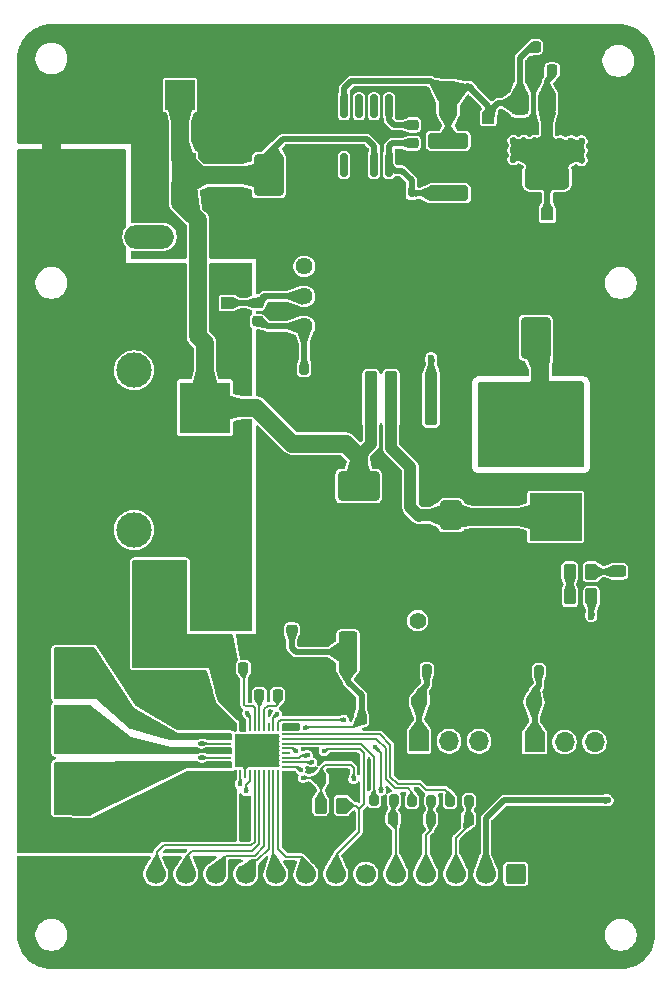
<source format=gbr>
%TF.GenerationSoftware,KiCad,Pcbnew,9.0.0*%
%TF.CreationDate,2025-03-07T07:16:51+07:00*%
%TF.ProjectId,Driver-DRV8317,44726976-6572-42d4-9452-56383331372e,rev?*%
%TF.SameCoordinates,Original*%
%TF.FileFunction,Copper,L1,Top*%
%TF.FilePolarity,Positive*%
%FSLAX46Y46*%
G04 Gerber Fmt 4.6, Leading zero omitted, Abs format (unit mm)*
G04 Created by KiCad (PCBNEW 9.0.0) date 2025-03-07 07:16:51*
%MOMM*%
%LPD*%
G01*
G04 APERTURE LIST*
G04 Aperture macros list*
%AMRoundRect*
0 Rectangle with rounded corners*
0 $1 Rounding radius*
0 $2 $3 $4 $5 $6 $7 $8 $9 X,Y pos of 4 corners*
0 Add a 4 corners polygon primitive as box body*
4,1,4,$2,$3,$4,$5,$6,$7,$8,$9,$2,$3,0*
0 Add four circle primitives for the rounded corners*
1,1,$1+$1,$2,$3*
1,1,$1+$1,$4,$5*
1,1,$1+$1,$6,$7*
1,1,$1+$1,$8,$9*
0 Add four rect primitives between the rounded corners*
20,1,$1+$1,$2,$3,$4,$5,0*
20,1,$1+$1,$4,$5,$6,$7,0*
20,1,$1+$1,$6,$7,$8,$9,0*
20,1,$1+$1,$8,$9,$2,$3,0*%
G04 Aperture macros list end*
%TA.AperFunction,ComponentPad*%
%ADD10R,1.700000X1.700000*%
%TD*%
%TA.AperFunction,ComponentPad*%
%ADD11O,1.700000X1.700000*%
%TD*%
%TA.AperFunction,SMDPad,CuDef*%
%ADD12RoundRect,0.200000X-0.200000X-0.275000X0.200000X-0.275000X0.200000X0.275000X-0.200000X0.275000X0*%
%TD*%
%TA.AperFunction,ComponentPad*%
%ADD13R,4.350000X4.350000*%
%TD*%
%TA.AperFunction,ComponentPad*%
%ADD14C,4.350000*%
%TD*%
%TA.AperFunction,ComponentPad*%
%ADD15C,3.000000*%
%TD*%
%TA.AperFunction,SMDPad,CuDef*%
%ADD16RoundRect,0.225000X-0.225000X-0.250000X0.225000X-0.250000X0.225000X0.250000X-0.225000X0.250000X0*%
%TD*%
%TA.AperFunction,ComponentPad*%
%ADD17C,1.400000*%
%TD*%
%TA.AperFunction,SMDPad,CuDef*%
%ADD18RoundRect,0.225000X0.225000X0.250000X-0.225000X0.250000X-0.225000X-0.250000X0.225000X-0.250000X0*%
%TD*%
%TA.AperFunction,SMDPad,CuDef*%
%ADD19RoundRect,0.250000X1.500000X1.000000X-1.500000X1.000000X-1.500000X-1.000000X1.500000X-1.000000X0*%
%TD*%
%TA.AperFunction,SMDPad,CuDef*%
%ADD20R,1.000000X1.000000*%
%TD*%
%TA.AperFunction,SMDPad,CuDef*%
%ADD21RoundRect,0.225000X-0.250000X0.225000X-0.250000X-0.225000X0.250000X-0.225000X0.250000X0.225000X0*%
%TD*%
%TA.AperFunction,SMDPad,CuDef*%
%ADD22RoundRect,0.250000X0.550000X-1.500000X0.550000X1.500000X-0.550000X1.500000X-0.550000X-1.500000X0*%
%TD*%
%TA.AperFunction,SMDPad,CuDef*%
%ADD23RoundRect,0.250000X1.000000X-1.500000X1.000000X1.500000X-1.000000X1.500000X-1.000000X-1.500000X0*%
%TD*%
%TA.AperFunction,SMDPad,CuDef*%
%ADD24RoundRect,0.150000X-0.150000X-0.200000X0.150000X-0.200000X0.150000X0.200000X-0.150000X0.200000X0*%
%TD*%
%TA.AperFunction,SMDPad,CuDef*%
%ADD25RoundRect,0.225000X0.250000X-0.225000X0.250000X0.225000X-0.250000X0.225000X-0.250000X-0.225000X0*%
%TD*%
%TA.AperFunction,SMDPad,CuDef*%
%ADD26RoundRect,0.250000X-0.262500X-0.450000X0.262500X-0.450000X0.262500X0.450000X-0.262500X0.450000X0*%
%TD*%
%TA.AperFunction,SMDPad,CuDef*%
%ADD27RoundRect,0.250000X-1.500000X-0.550000X1.500000X-0.550000X1.500000X0.550000X-1.500000X0.550000X0*%
%TD*%
%TA.AperFunction,ComponentPad*%
%ADD28RoundRect,0.250000X-0.600000X0.600000X-0.600000X-0.600000X0.600000X-0.600000X0.600000X0.600000X0*%
%TD*%
%TA.AperFunction,ComponentPad*%
%ADD29C,1.700000*%
%TD*%
%TA.AperFunction,SMDPad,CuDef*%
%ADD30RoundRect,0.250000X1.450000X-0.400000X1.450000X0.400000X-1.450000X0.400000X-1.450000X-0.400000X0*%
%TD*%
%TA.AperFunction,SMDPad,CuDef*%
%ADD31RoundRect,0.243750X0.456250X-0.243750X0.456250X0.243750X-0.456250X0.243750X-0.456250X-0.243750X0*%
%TD*%
%TA.AperFunction,SMDPad,CuDef*%
%ADD32RoundRect,0.375000X-0.375000X0.625000X-0.375000X-0.625000X0.375000X-0.625000X0.375000X0.625000X0*%
%TD*%
%TA.AperFunction,SMDPad,CuDef*%
%ADD33RoundRect,0.500000X-1.400000X0.500000X-1.400000X-0.500000X1.400000X-0.500000X1.400000X0.500000X0*%
%TD*%
%TA.AperFunction,SMDPad,CuDef*%
%ADD34RoundRect,0.250000X0.262500X0.450000X-0.262500X0.450000X-0.262500X-0.450000X0.262500X-0.450000X0*%
%TD*%
%TA.AperFunction,ComponentPad*%
%ADD35RoundRect,0.250000X-1.050000X1.050000X-1.050000X-1.050000X1.050000X-1.050000X1.050000X1.050000X0*%
%TD*%
%TA.AperFunction,ComponentPad*%
%ADD36C,2.600000*%
%TD*%
%TA.AperFunction,SMDPad,CuDef*%
%ADD37R,0.200000X0.800000*%
%TD*%
%TA.AperFunction,SMDPad,CuDef*%
%ADD38R,0.800000X0.200000*%
%TD*%
%TA.AperFunction,SMDPad,CuDef*%
%ADD39R,3.800000X2.800000*%
%TD*%
%TA.AperFunction,SMDPad,CuDef*%
%ADD40RoundRect,0.150000X-0.150000X0.825000X-0.150000X-0.825000X0.150000X-0.825000X0.150000X0.825000X0*%
%TD*%
%TA.AperFunction,SMDPad,CuDef*%
%ADD41RoundRect,0.250000X0.300000X-2.050000X0.300000X2.050000X-0.300000X2.050000X-0.300000X-2.050000X0*%
%TD*%
%TA.AperFunction,SMDPad,CuDef*%
%ADD42RoundRect,0.250000X2.375000X-2.025000X2.375000X2.025000X-2.375000X2.025000X-2.375000X-2.025000X0*%
%TD*%
%TA.AperFunction,SMDPad,CuDef*%
%ADD43RoundRect,0.250002X5.149998X-4.449998X5.149998X4.449998X-5.149998X4.449998X-5.149998X-4.449998X0*%
%TD*%
%TA.AperFunction,SMDPad,CuDef*%
%ADD44RoundRect,0.250000X0.550000X-1.250000X0.550000X1.250000X-0.550000X1.250000X-0.550000X-1.250000X0*%
%TD*%
%TA.AperFunction,ComponentPad*%
%ADD45R,2.000000X4.600000*%
%TD*%
%TA.AperFunction,ComponentPad*%
%ADD46O,2.000000X4.200000*%
%TD*%
%TA.AperFunction,ComponentPad*%
%ADD47O,4.200000X2.000000*%
%TD*%
%TA.AperFunction,ComponentPad*%
%ADD48C,1.440000*%
%TD*%
%TA.AperFunction,SMDPad,CuDef*%
%ADD49R,4.400000X4.050000*%
%TD*%
%TA.AperFunction,SMDPad,CuDef*%
%ADD50RoundRect,0.200000X0.200000X0.275000X-0.200000X0.275000X-0.200000X-0.275000X0.200000X-0.275000X0*%
%TD*%
%TA.AperFunction,SMDPad,CuDef*%
%ADD51R,2.500000X2.500000*%
%TD*%
%TA.AperFunction,SMDPad,CuDef*%
%ADD52RoundRect,0.250000X0.650000X-1.000000X0.650000X1.000000X-0.650000X1.000000X-0.650000X-1.000000X0*%
%TD*%
%TA.AperFunction,ViaPad*%
%ADD53C,0.650000*%
%TD*%
%TA.AperFunction,ViaPad*%
%ADD54C,0.450000*%
%TD*%
%TA.AperFunction,ViaPad*%
%ADD55C,0.600000*%
%TD*%
%TA.AperFunction,ViaPad*%
%ADD56C,1.200000*%
%TD*%
%TA.AperFunction,Conductor*%
%ADD57C,0.200000*%
%TD*%
%TA.AperFunction,Conductor*%
%ADD58C,1.000000*%
%TD*%
%TA.AperFunction,Conductor*%
%ADD59C,1.500000*%
%TD*%
%TA.AperFunction,Conductor*%
%ADD60C,0.500000*%
%TD*%
%TA.AperFunction,Conductor*%
%ADD61C,2.000000*%
%TD*%
G04 APERTURE END LIST*
D10*
%TO.P,JP4,1,A*%
%TO.N,Net-(JP4-A)*%
X146830000Y-117950000D03*
D11*
%TO.P,JP4,2,C*%
%TO.N,SLEW*%
X149370000Y-117950000D03*
%TO.P,JP4,3,B*%
%TO.N,AVDD*%
X151910000Y-117950000D03*
%TD*%
D12*
%TO.P,R4,1*%
%TO.N,/DRV8317/Vcurrfdbk_A*%
X149435000Y-123000000D03*
%TO.P,R4,2*%
%TO.N,Net-(J1-Pin_5)*%
X151085000Y-123000000D03*
%TD*%
D13*
%TO.P,PS1,1,+*%
%TO.N,V+*%
X128710000Y-89700000D03*
D14*
%TO.P,PS1,2,-*%
%TO.N,GND*%
X128710000Y-96900000D03*
D15*
%TO.P,PS1,MH1,MH1*%
%TO.N,unconnected-(PS1-PadMH1)*%
X122710000Y-86550000D03*
%TO.P,PS1,MH2,MH2*%
%TO.N,unconnected-(PS1-PadMH2)*%
X122710000Y-100050000D03*
%TD*%
D16*
%TO.P,C23,1*%
%TO.N,AVDD*%
X141985000Y-116100000D03*
%TO.P,C23,2*%
%TO.N,GND*%
X143535000Y-116100000D03*
%TD*%
D17*
%TO.P,JP5,1,A*%
%TO.N,Net-(JP4-A)*%
X146860000Y-114550000D03*
%TO.P,JP5,2,B*%
%TO.N,GND*%
X149400000Y-114550000D03*
%TD*%
%TO.P,JP1,1,A*%
%TO.N,Net-(JP1-A)*%
X156560000Y-114625000D03*
%TO.P,JP1,2,B*%
%TO.N,GND*%
X159100000Y-114625000D03*
%TD*%
D18*
%TO.P,C39,1*%
%TO.N,GND*%
X158250000Y-59150000D03*
%TO.P,C39,2*%
%TO.N,+5V*%
X156700000Y-59150000D03*
%TD*%
D19*
%TO.P,C1,1*%
%TO.N,V+*%
X141710000Y-96350000D03*
%TO.P,C1,2*%
%TO.N,GND*%
X135210000Y-96350000D03*
%TD*%
D20*
%TO.P,TP2,1,1*%
%TO.N,GND*%
X138810000Y-88750000D03*
%TD*%
D21*
%TO.P,C28,1*%
%TO.N,Net-(U2-CB)*%
X146310000Y-65775000D03*
%TO.P,C28,2*%
%TO.N,Net-(D3-K)*%
X146310000Y-67325000D03*
%TD*%
D16*
%TO.P,C34,1*%
%TO.N,GND*%
X146260000Y-124550000D03*
%TO.P,C34,2*%
%TO.N,Net-(J1-Pin_7)*%
X147810000Y-124550000D03*
%TD*%
D12*
%TO.P,R6,1*%
%TO.N,/DRV8317/Vcurrfdbk_C*%
X143035000Y-122950000D03*
%TO.P,R6,2*%
%TO.N,Net-(J1-Pin_9)*%
X144685000Y-122950000D03*
%TD*%
D22*
%TO.P,C11,1*%
%TO.N,AVDD*%
X140810000Y-110400000D03*
%TO.P,C11,2*%
%TO.N,GND*%
X140810000Y-104800000D03*
%TD*%
D16*
%TO.P,C32,1*%
%TO.N,AVDD*%
X138535000Y-121150000D03*
%TO.P,C32,2*%
%TO.N,GND*%
X140085000Y-121150000D03*
%TD*%
D12*
%TO.P,R44,1*%
%TO.N,Net-(JP1-A)*%
X156985000Y-112025000D03*
%TO.P,R44,2*%
%TO.N,GND*%
X158635000Y-112025000D03*
%TD*%
D23*
%TO.P,C4,1*%
%TO.N,V+*%
X134100000Y-70050000D03*
%TO.P,C4,2*%
%TO.N,GND*%
X134100000Y-63550000D03*
%TD*%
D24*
%TO.P,D3,1,K*%
%TO.N,Net-(D3-K)*%
X146210000Y-71550000D03*
%TO.P,D3,2,A*%
%TO.N,GND*%
X144810000Y-71550000D03*
%TD*%
D25*
%TO.P,C26,1*%
%TO.N,AVDD*%
X136060000Y-108550000D03*
%TO.P,C26,2*%
%TO.N,GND*%
X136060000Y-107000000D03*
%TD*%
D26*
%TO.P,R35,1*%
%TO.N,Net-(R34-Pad2)*%
X159597500Y-103600000D03*
%TO.P,R35,2*%
%TO.N,Net-(D5-A)*%
X161422500Y-103600000D03*
%TD*%
D10*
%TO.P,JP2,1,A*%
%TO.N,Net-(JP1-A)*%
X156610000Y-118025000D03*
D11*
%TO.P,JP2,2,C*%
%TO.N,GAIN*%
X159150000Y-118025000D03*
%TO.P,JP2,3,B*%
%TO.N,AVDD*%
X161690000Y-118025000D03*
%TD*%
D16*
%TO.P,C20,1*%
%TO.N,VM*%
X130410000Y-111750000D03*
%TO.P,C20,2*%
%TO.N,CP*%
X131960000Y-111750000D03*
%TD*%
D23*
%TO.P,C2,1*%
%TO.N,VM*%
X156710000Y-83800000D03*
%TO.P,C2,2*%
%TO.N,GND*%
X156710000Y-77300000D03*
%TD*%
D27*
%TO.P,C12,1*%
%TO.N,VM*%
X125010000Y-106950000D03*
%TO.P,C12,2*%
%TO.N,GND*%
X130610000Y-106950000D03*
%TD*%
D20*
%TO.P,TP3,1,1*%
%TO.N,+5V*%
X152700000Y-65150000D03*
%TD*%
D28*
%TO.P,J1,1,Pin_1*%
%TO.N,AVDD*%
X155030000Y-129190000D03*
D29*
%TO.P,J1,2,Pin_2*%
%TO.N,GND*%
X155030000Y-131730000D03*
%TO.P,J1,3,Pin_3*%
%TO.N,+5V*%
X152490000Y-129190000D03*
%TO.P,J1,4,Pin_4*%
%TO.N,GND*%
X152490000Y-131730000D03*
%TO.P,J1,5,Pin_5*%
%TO.N,Net-(J1-Pin_5)*%
X149950000Y-129190000D03*
%TO.P,J1,6,Pin_6*%
%TO.N,GND*%
X149950000Y-131730000D03*
%TO.P,J1,7,Pin_7*%
%TO.N,Net-(J1-Pin_7)*%
X147410000Y-129190000D03*
%TO.P,J1,8,Pin_8*%
%TO.N,GND*%
X147410000Y-131730000D03*
%TO.P,J1,9,Pin_9*%
%TO.N,Net-(J1-Pin_9)*%
X144870000Y-129190000D03*
%TO.P,J1,10,Pin_10*%
%TO.N,GND*%
X144870000Y-131730000D03*
%TO.P,J1,11,Pin_11*%
%TO.N,/DRV8317/NSLEEP*%
X142330000Y-129190000D03*
%TO.P,J1,12,Pin_12*%
%TO.N,GND*%
X142330000Y-131730000D03*
%TO.P,J1,13,Pin_13*%
%TO.N,/DRV8317/NFAULT*%
X139790000Y-129190000D03*
%TO.P,J1,14,Pin_14*%
%TO.N,GND*%
X139790000Y-131730000D03*
%TO.P,J1,15,Pin_15*%
%TO.N,/DRV8317/TIM1_CH3N*%
X137250000Y-129190000D03*
%TO.P,J1,16,Pin_16*%
%TO.N,GND*%
X137250000Y-131730000D03*
%TO.P,J1,17,Pin_17*%
%TO.N,/DRV8317/TIM1_CH3*%
X134710000Y-129190000D03*
%TO.P,J1,18,Pin_18*%
%TO.N,GND*%
X134710000Y-131730000D03*
%TO.P,J1,19,Pin_19*%
%TO.N,/DRV8317/TIM1_CH2N*%
X132170000Y-129190000D03*
%TO.P,J1,20,Pin_20*%
%TO.N,GND*%
X132170000Y-131730000D03*
%TO.P,J1,21,Pin_21*%
%TO.N,/DRV8317/TIM1_CH2*%
X129630000Y-129190000D03*
%TO.P,J1,22,Pin_22*%
%TO.N,GND*%
X129630000Y-131730000D03*
%TO.P,J1,23,Pin_23*%
%TO.N,/DRV8317/TIM1_CH1N*%
X127090000Y-129190000D03*
%TO.P,J1,24,Pin_24*%
%TO.N,GND*%
X127090000Y-131730000D03*
%TO.P,J1,25,Pin_25*%
%TO.N,/DRV8317/TIM1_CH1*%
X124550000Y-129190000D03*
%TO.P,J1,26,Pin_26*%
%TO.N,GND*%
X124550000Y-131730000D03*
%TD*%
D12*
%TO.P,R43,1*%
%TO.N,Net-(JP4-A)*%
X147485000Y-111950000D03*
%TO.P,R43,2*%
%TO.N,GND*%
X149135000Y-111950000D03*
%TD*%
D30*
%TO.P,L2,1,1*%
%TO.N,Net-(D3-K)*%
X149310000Y-71575000D03*
%TO.P,L2,2,2*%
%TO.N,+5V*%
X149310000Y-67125000D03*
%TD*%
D18*
%TO.P,C31,1*%
%TO.N,CPL*%
X134860000Y-114050000D03*
%TO.P,C31,2*%
%TO.N,CPH*%
X133310000Y-114050000D03*
%TD*%
D12*
%TO.P,R5,1*%
%TO.N,/DRV8317/Vcurrfdbk_B*%
X146235000Y-123000000D03*
%TO.P,R5,2*%
%TO.N,Net-(J1-Pin_7)*%
X147885000Y-123000000D03*
%TD*%
D31*
%TO.P,D5,1,K*%
%TO.N,GND*%
X163660000Y-105450000D03*
%TO.P,D5,2,A*%
%TO.N,Net-(D5-A)*%
X163660000Y-103575000D03*
%TD*%
D17*
%TO.P,JP3,1,A*%
%TO.N,MODE*%
X146720000Y-107750000D03*
%TO.P,JP3,2,B*%
%TO.N,GND*%
X149260000Y-107750000D03*
%TD*%
D18*
%TO.P,C38,1*%
%TO.N,GND*%
X159650000Y-61150000D03*
%TO.P,C38,2*%
%TO.N,AVDD*%
X158100000Y-61150000D03*
%TD*%
D32*
%TO.P,U3,1,GND*%
%TO.N,GND*%
X159975000Y-63950000D03*
%TO.P,U3,2,VO*%
%TO.N,AVDD*%
X157675000Y-63950000D03*
D33*
X157675000Y-70250000D03*
D32*
%TO.P,U3,3,VI*%
%TO.N,+5V*%
X155375000Y-63950000D03*
%TD*%
D34*
%TO.P,R34,1*%
%TO.N,AVDD*%
X161435000Y-105700000D03*
%TO.P,R34,2*%
%TO.N,Net-(R34-Pad2)*%
X159610000Y-105700000D03*
%TD*%
D35*
%TO.P,J6,1,Pin_1*%
%TO.N,Net-(IC3-OUTA_1)*%
X117900000Y-111750000D03*
D36*
%TO.P,J6,2,Pin_2*%
%TO.N,Net-(IC3-OUTB_1)*%
X117900000Y-116750000D03*
%TO.P,J6,3,Pin_3*%
%TO.N,Net-(IC3-OUTC_1)*%
X117900000Y-121750000D03*
%TD*%
D34*
%TO.P,R42,1*%
%TO.N,/DRV8317/NFAULT*%
X140322500Y-123400000D03*
%TO.P,R42,2*%
%TO.N,AVDD*%
X138497500Y-123400000D03*
%TD*%
D37*
%TO.P,IC3,1,NSLEEP*%
%TO.N,/DRV8317/NSLEEP*%
X134910000Y-116750000D03*
%TO.P,IC3,2,NFAULT*%
%TO.N,/DRV8317/NFAULT*%
X134510000Y-116750000D03*
%TO.P,IC3,3,NC_1*%
%TO.N,unconnected-(IC3-NC_1-Pad3)*%
X134110000Y-116750000D03*
%TO.P,IC3,4,CPL*%
%TO.N,CPL*%
X133710000Y-116750000D03*
%TO.P,IC3,5,CPH*%
%TO.N,CPH*%
X133310000Y-116750000D03*
%TO.P,IC3,6,CP*%
%TO.N,CP*%
X132910000Y-116750000D03*
%TO.P,IC3,7,VIN_AVDD*%
%TO.N,AVDD*%
X132510000Y-116750000D03*
%TO.P,IC3,8,VM_1*%
%TO.N,VM*%
X132110000Y-116750000D03*
%TO.P,IC3,9,VM_2*%
X131710000Y-116750000D03*
%TO.P,IC3,10,PGND_1*%
%TO.N,GND*%
X131310000Y-116750000D03*
D38*
%TO.P,IC3,11,OUTA_1*%
%TO.N,Net-(IC3-OUTA_1)*%
X130610000Y-117350000D03*
%TO.P,IC3,12,OUTA_2*%
X130610000Y-117750000D03*
%TO.P,IC3,13,PGND_2*%
%TO.N,GND*%
X130610000Y-118150000D03*
%TO.P,IC3,14,OUTB_1*%
%TO.N,Net-(IC3-OUTB_1)*%
X130610000Y-118550000D03*
%TO.P,IC3,15,OUTB_2*%
X130610000Y-118950000D03*
%TO.P,IC3,16,PGND_3*%
%TO.N,GND*%
X130610000Y-119350000D03*
%TO.P,IC3,17,OUTC_1*%
%TO.N,Net-(IC3-OUTC_1)*%
X130610000Y-119750000D03*
%TO.P,IC3,18,OUTC_2*%
X130610000Y-120150000D03*
D37*
%TO.P,IC3,19,PGND_4*%
%TO.N,GND*%
X131310000Y-120750000D03*
%TO.P,IC3,20,VM_3*%
%TO.N,VM*%
X131710000Y-120750000D03*
%TO.P,IC3,21,AGND*%
%TO.N,GND*%
X132110000Y-120750000D03*
%TO.P,IC3,22,AVDD*%
%TO.N,AVDD*%
X132510000Y-120750000D03*
%TO.P,IC3,23,INHA*%
%TO.N,/DRV8317/TIM1_CH1*%
X132910000Y-120750000D03*
%TO.P,IC3,24,INLA*%
%TO.N,/DRV8317/TIM1_CH1N*%
X133310000Y-120750000D03*
%TO.P,IC3,25,INHB*%
%TO.N,/DRV8317/TIM1_CH2*%
X133710000Y-120750000D03*
%TO.P,IC3,26,INLB*%
%TO.N,/DRV8317/TIM1_CH2N*%
X134110000Y-120750000D03*
%TO.P,IC3,27,INHC*%
%TO.N,/DRV8317/TIM1_CH3*%
X134510000Y-120750000D03*
%TO.P,IC3,28,INLC*%
%TO.N,/DRV8317/TIM1_CH3N*%
X134910000Y-120750000D03*
D38*
%TO.P,IC3,29,GAIN*%
%TO.N,GAIN*%
X135610000Y-120150000D03*
%TO.P,IC3,30,SLEW*%
%TO.N,SLEW*%
X135610000Y-119750000D03*
%TO.P,IC3,31,MODE*%
%TO.N,MODE*%
X135610000Y-119350000D03*
%TO.P,IC3,32,NC_2*%
%TO.N,unconnected-(IC3-NC_2-Pad32)*%
X135610000Y-118950000D03*
%TO.P,IC3,33,CSAREF*%
%TO.N,AVDD*%
X135610000Y-118550000D03*
%TO.P,IC3,34,SOC*%
%TO.N,/DRV8317/Vcurrfdbk_C*%
X135610000Y-118150000D03*
%TO.P,IC3,35,SOB*%
%TO.N,/DRV8317/Vcurrfdbk_B*%
X135610000Y-117750000D03*
%TO.P,IC3,36,SOA*%
%TO.N,/DRV8317/Vcurrfdbk_A*%
X135610000Y-117350000D03*
D39*
%TO.P,IC3,37,GND*%
%TO.N,GND*%
X133110000Y-118750000D03*
%TD*%
D40*
%TO.P,U2,1,CB*%
%TO.N,Net-(U2-CB)*%
X144310000Y-64200000D03*
%TO.P,U2,2,NC*%
%TO.N,unconnected-(U2-NC-Pad2)*%
X143040000Y-64200000D03*
%TO.P,U2,3,NC*%
%TO.N,unconnected-(U2-NC-Pad3)*%
X141770000Y-64200000D03*
%TO.P,U2,4,FB*%
%TO.N,+5V*%
X140500000Y-64200000D03*
%TO.P,U2,5,ON/~{OFF}*%
%TO.N,unconnected-(U2-ON{slash}~{OFF}-Pad5)*%
X140500000Y-69150000D03*
%TO.P,U2,6,GND*%
%TO.N,GND*%
X141770000Y-69150000D03*
%TO.P,U2,7,VIN*%
%TO.N,V+*%
X143040000Y-69150000D03*
%TO.P,U2,8,VSW*%
%TO.N,Net-(D3-K)*%
X144310000Y-69150000D03*
%TD*%
D41*
%TO.P,U1,1,VIN*%
%TO.N,V+*%
X142760000Y-88930000D03*
%TO.P,U1,2,OUT*%
%TO.N,Net-(D1-K)*%
X144460000Y-88930000D03*
%TO.P,U1,3,GND*%
%TO.N,GND*%
X146160000Y-88930000D03*
D42*
X143385000Y-82205000D03*
X148935000Y-82205000D03*
D43*
X146160000Y-79780000D03*
D42*
X143385000Y-77355000D03*
X148935000Y-77355000D03*
D41*
%TO.P,U1,4,FB*%
%TO.N,Net-(U1-FB)*%
X147860000Y-88930000D03*
%TO.P,U1,5,~{ON}/OFF*%
%TO.N,GND*%
X149560000Y-88930000D03*
%TD*%
D16*
%TO.P,C33,1*%
%TO.N,GND*%
X149485000Y-124600000D03*
%TO.P,C33,2*%
%TO.N,Net-(J1-Pin_5)*%
X151035000Y-124600000D03*
%TD*%
D44*
%TO.P,C5,1*%
%TO.N,+5V*%
X149310000Y-63550000D03*
%TO.P,C5,2*%
%TO.N,GND*%
X149310000Y-59150000D03*
%TD*%
D16*
%TO.P,C35,1*%
%TO.N,GND*%
X143085000Y-124500000D03*
%TO.P,C35,2*%
%TO.N,Net-(J1-Pin_9)*%
X144635000Y-124500000D03*
%TD*%
D45*
%TO.P,J5,1*%
%TO.N,V+*%
X126910000Y-70450000D03*
D46*
%TO.P,J5,2*%
%TO.N,GND*%
X120610000Y-70450000D03*
D47*
%TO.P,J5,3*%
%TO.N,N/C*%
X124010000Y-75250000D03*
%TD*%
D48*
%TO.P,RV1,1,1*%
%TO.N,Net-(U1-FB)*%
X137110000Y-82830000D03*
%TO.P,RV1,2,2*%
%TO.N,VM*%
X137110000Y-80290000D03*
%TO.P,RV1,3,3*%
%TO.N,unconnected-(RV1-Pad3)*%
X137110000Y-77750000D03*
%TD*%
D25*
%TO.P,C3,1*%
%TO.N,Net-(U1-FB)*%
X133160000Y-82405000D03*
%TO.P,C3,2*%
%TO.N,VM*%
X133160000Y-80855000D03*
%TD*%
D20*
%TO.P,TP1,1,1*%
%TO.N,VM*%
X130610000Y-80850000D03*
%TD*%
D49*
%TO.P,L1,1,1*%
%TO.N,Net-(D1-K)*%
X158410000Y-98955000D03*
%TO.P,L1,2,2*%
%TO.N,VM*%
X158410000Y-89505000D03*
%TD*%
D20*
%TO.P,TP7,1,1*%
%TO.N,AVDD*%
X157700000Y-73350000D03*
%TD*%
D18*
%TO.P,C22,1*%
%TO.N,VM*%
X130485000Y-113950000D03*
%TO.P,C22,2*%
%TO.N,GND*%
X128935000Y-113950000D03*
%TD*%
D50*
%TO.P,R3,1*%
%TO.N,GND*%
X138760000Y-86450000D03*
%TO.P,R3,2*%
%TO.N,Net-(U1-FB)*%
X137110000Y-86450000D03*
%TD*%
D51*
%TO.P,TP8,1,1*%
%TO.N,V+*%
X126610000Y-63250000D03*
%TD*%
%TO.P,TP9,1,1*%
%TO.N,GND*%
X120310000Y-63250000D03*
%TD*%
D52*
%TO.P,D1,1,K*%
%TO.N,Net-(D1-K)*%
X149560000Y-98830000D03*
%TO.P,D1,2,A*%
%TO.N,GND*%
X149560000Y-94830000D03*
%TD*%
D53*
%TO.N,GND*%
X114310000Y-106550000D03*
X129510000Y-115600000D03*
X132310000Y-105550000D03*
X130291623Y-121109148D03*
D54*
X134510000Y-118250000D03*
D53*
X144310000Y-74050000D03*
X115310000Y-108550000D03*
X116310000Y-104550000D03*
X131310000Y-104550000D03*
X144310000Y-73050000D03*
X129510000Y-116600000D03*
X121310000Y-105550000D03*
X125291623Y-122109148D03*
X114310000Y-105550000D03*
X118310000Y-105550000D03*
X142310000Y-73050000D03*
X120310000Y-107550000D03*
X118310000Y-103550000D03*
X127510000Y-115600000D03*
X117310000Y-108550000D03*
X150310000Y-74050000D03*
X129291623Y-122109148D03*
X128310000Y-107550000D03*
X119310000Y-103550000D03*
X148310000Y-74050000D03*
D54*
X131610000Y-118750000D03*
D53*
X121310000Y-108550000D03*
X116310000Y-103550000D03*
X125510000Y-115600000D03*
X114310000Y-103550000D03*
X117310000Y-106550000D03*
D54*
X134510000Y-119250000D03*
D53*
X149310000Y-73050000D03*
X121310000Y-104550000D03*
D54*
X133910000Y-119750000D03*
D53*
X151310000Y-74050000D03*
D54*
X140072407Y-122125930D03*
D53*
X127291623Y-122109148D03*
X119310000Y-105550000D03*
X128310000Y-103550000D03*
X116310000Y-105550000D03*
X129310000Y-104550000D03*
X117310000Y-104550000D03*
X130310000Y-102550000D03*
X151310000Y-73050000D03*
D55*
X143510000Y-114800000D03*
D53*
X118310000Y-104550000D03*
X128291623Y-122109148D03*
X131310000Y-103550000D03*
X129310000Y-105550000D03*
X117310000Y-105550000D03*
D54*
X132210000Y-119750000D03*
D53*
X121310000Y-106550000D03*
X132310000Y-103550000D03*
D54*
X134510000Y-118750000D03*
D53*
X121310000Y-107550000D03*
X119310000Y-108550000D03*
X116310000Y-106550000D03*
D54*
X133910000Y-118750000D03*
X128410000Y-118150000D03*
D53*
X128310000Y-105550000D03*
X141310000Y-74050000D03*
D54*
X134510000Y-117750000D03*
D53*
X129291623Y-121109148D03*
X130310000Y-104550000D03*
X142310000Y-74050000D03*
X143310000Y-73050000D03*
X146310000Y-73050000D03*
D54*
X133910000Y-119250000D03*
D53*
X149310000Y-74050000D03*
X120310000Y-108550000D03*
X130291623Y-122109148D03*
D54*
X131610000Y-118250000D03*
X133910000Y-117750000D03*
D53*
X132310000Y-104550000D03*
X115310000Y-103550000D03*
X117310000Y-103550000D03*
X118310000Y-107550000D03*
D54*
X133910000Y-118250000D03*
X132210000Y-118250000D03*
D53*
X141310000Y-73050000D03*
X118310000Y-108550000D03*
D54*
X132210000Y-118750000D03*
D53*
X117310000Y-107550000D03*
X131310000Y-105550000D03*
X128510000Y-115600000D03*
D54*
X128410000Y-119350000D03*
D53*
X150310000Y-73050000D03*
D54*
X134510000Y-119750000D03*
D53*
X128291623Y-121109148D03*
D54*
X131610000Y-117750000D03*
D53*
X127510000Y-116600000D03*
X115310000Y-107550000D03*
X148310000Y-73050000D03*
X119310000Y-104550000D03*
D55*
X157510000Y-58150000D03*
D53*
X119310000Y-107550000D03*
X126291623Y-122109148D03*
X120310000Y-106550000D03*
X145310000Y-74050000D03*
X147310000Y-74050000D03*
X128510000Y-116600000D03*
X145310000Y-73050000D03*
X128310000Y-102550000D03*
X116310000Y-107550000D03*
X147310000Y-73050000D03*
X130510000Y-116600000D03*
D55*
X137010000Y-88750000D03*
D53*
X132310000Y-102550000D03*
X120310000Y-105550000D03*
X129310000Y-102550000D03*
X126510000Y-115600000D03*
X129310000Y-103550000D03*
D54*
X132210000Y-119250000D03*
D53*
X143310000Y-74050000D03*
X114310000Y-107550000D03*
X116310000Y-108550000D03*
X115310000Y-106550000D03*
X120310000Y-104550000D03*
D54*
X131610000Y-119750000D03*
D53*
X130310000Y-105550000D03*
X115310000Y-104550000D03*
X119310000Y-106550000D03*
X121310000Y-103550000D03*
X114310000Y-104550000D03*
X146310000Y-74050000D03*
D54*
X131610000Y-119250000D03*
D53*
X128310000Y-104550000D03*
X131310000Y-102550000D03*
X128310000Y-106550000D03*
X120310000Y-103550000D03*
X130310000Y-103550000D03*
D55*
X163660000Y-107300000D03*
D53*
X127291623Y-121109148D03*
X115310000Y-105550000D03*
X114310000Y-108550000D03*
D54*
X132210000Y-117750000D03*
D53*
X118310000Y-106550000D03*
D56*
%TO.N,VM*%
X123510000Y-105050000D03*
X124910000Y-108850000D03*
X157310000Y-93750000D03*
X159310000Y-92350000D03*
X123510000Y-110350000D03*
X124910000Y-103550000D03*
X152910000Y-88650000D03*
X152910000Y-93350000D03*
X154910000Y-88650000D03*
D54*
X131660000Y-121600000D03*
D56*
X126310000Y-105050000D03*
X124910000Y-110350000D03*
X126310000Y-110350000D03*
X126310000Y-103550000D03*
X154910000Y-90150000D03*
X123510000Y-108850000D03*
X152910000Y-91650000D03*
X123510000Y-103550000D03*
X159310000Y-93750000D03*
X126310000Y-108850000D03*
X154910000Y-91650000D03*
X152910000Y-90150000D03*
X154910000Y-93350000D03*
X157310000Y-92350000D03*
X124910000Y-105050000D03*
D55*
%TO.N,Net-(U1-FB)*%
X147860000Y-85500000D03*
D54*
%TO.N,AVDD*%
X137010000Y-121050000D03*
D55*
X160610000Y-67150000D03*
D54*
X132200000Y-122200000D03*
D55*
X156610000Y-67100000D03*
D54*
X141285000Y-121150000D03*
D55*
X154810000Y-68700000D03*
X156610000Y-67900000D03*
X160610000Y-67950000D03*
X156610000Y-68700000D03*
X154810000Y-67100000D03*
D54*
X136452496Y-118802542D03*
D55*
X159710000Y-67950000D03*
X154810000Y-67900000D03*
D54*
X137160000Y-116800000D03*
D55*
X158810000Y-68750000D03*
X161410000Y-107400000D03*
D54*
X132300000Y-115600000D03*
D55*
X158810000Y-67150000D03*
X155710000Y-68700000D03*
X159710000Y-68750000D03*
X155710000Y-67100000D03*
X158810000Y-67950000D03*
X160610000Y-68750000D03*
X159710000Y-67150000D03*
X155710000Y-67900000D03*
D54*
%TO.N,SLEW*%
X137800000Y-119750000D03*
%TO.N,/DRV8317/NFAULT*%
X138774364Y-118815359D03*
X134810000Y-115650000D03*
%TO.N,GAIN*%
X136810000Y-120350000D03*
%TO.N,MODE*%
X137400000Y-119150000D03*
%TO.N,/DRV8317/NSLEEP*%
X143110000Y-118450000D03*
X143610000Y-122150000D03*
X140510000Y-116150000D03*
D55*
%TO.N,+5V*%
X151110000Y-62550000D03*
X162810000Y-122950000D03*
%TD*%
D57*
%TO.N,GND*%
X140072407Y-121162593D02*
X140085000Y-121150000D01*
X140072407Y-122125930D02*
X140072407Y-121162593D01*
%TO.N,AVDD*%
X132510000Y-121350000D02*
X132510000Y-120750000D01*
X132200000Y-121660000D02*
X132510000Y-121350000D01*
X132200000Y-122200000D02*
X132200000Y-121660000D01*
X132510000Y-115810000D02*
X132510000Y-116750000D01*
X132300000Y-115600000D02*
X132510000Y-115810000D01*
X136199954Y-118550000D02*
X135610000Y-118550000D01*
X136452496Y-118802542D02*
X136199954Y-118550000D01*
%TO.N,/DRV8317/NFAULT*%
X141792900Y-118600000D02*
X142160000Y-118967100D01*
X142160000Y-118967100D02*
X142160000Y-123250000D01*
X138989723Y-118600000D02*
X141792900Y-118600000D01*
X138774364Y-118815359D02*
X138989723Y-118600000D01*
X142160000Y-123250000D02*
X141760000Y-123650000D01*
%TO.N,MODE*%
X136710000Y-119350000D02*
X135610000Y-119350000D01*
X137400000Y-119150000D02*
X136910000Y-119150000D01*
X136910000Y-119150000D02*
X136710000Y-119350000D01*
%TO.N,SLEW*%
X135610000Y-119750000D02*
X137800000Y-119750000D01*
D58*
%TO.N,GND*%
X134100000Y-60840000D02*
X134100000Y-63550000D01*
D57*
X130610000Y-118150000D02*
X128410000Y-118150000D01*
X132110000Y-120750000D02*
X132110000Y-119750000D01*
D58*
X149560000Y-88930000D02*
X149560000Y-94830000D01*
D59*
X148940000Y-77350000D02*
X148935000Y-77355000D01*
D58*
X120310000Y-63250000D02*
X120310000Y-61250000D01*
D60*
X159975000Y-63950000D02*
X159975000Y-62315000D01*
X138810000Y-88750000D02*
X138810000Y-86500000D01*
D58*
X121810000Y-59750000D02*
X133010000Y-59750000D01*
D60*
X141770000Y-69150000D02*
X141770000Y-70610000D01*
X159650000Y-60090000D02*
X159650000Y-61150000D01*
D58*
X149560000Y-88930000D02*
X149560000Y-82830000D01*
D60*
X159975000Y-62315000D02*
X159650000Y-61990000D01*
X158250000Y-58890000D02*
X157510000Y-58150000D01*
X158710000Y-59150000D02*
X159650000Y-60090000D01*
X138810000Y-88750000D02*
X137010000Y-88750000D01*
X150310000Y-58150000D02*
X149310000Y-59150000D01*
D57*
X132110000Y-119750000D02*
X133110000Y-118750000D01*
D60*
X158250000Y-59150000D02*
X158250000Y-58890000D01*
X163660000Y-105450000D02*
X163660000Y-107300000D01*
D58*
X133010000Y-59750000D02*
X134100000Y-60840000D01*
D61*
X129260000Y-96350000D02*
X128710000Y-96900000D01*
D58*
X146160000Y-88930000D02*
X146160000Y-79780000D01*
D57*
X140085000Y-122113337D02*
X140072407Y-122125930D01*
D60*
X157510000Y-58150000D02*
X150310000Y-58150000D01*
X142710000Y-71550000D02*
X144810000Y-71550000D01*
X141770000Y-70610000D02*
X142710000Y-71550000D01*
X158250000Y-59150000D02*
X158710000Y-59150000D01*
D58*
X120310000Y-61250000D02*
X121810000Y-59750000D01*
X136010000Y-106950000D02*
X136060000Y-107000000D01*
X149560000Y-82830000D02*
X148935000Y-82205000D01*
D57*
X130610000Y-119350000D02*
X128410000Y-119350000D01*
D59*
X156710000Y-77300000D02*
X156660000Y-77350000D01*
D60*
X143535000Y-116100000D02*
X143535000Y-114825000D01*
X138810000Y-86500000D02*
X138760000Y-86450000D01*
X143535000Y-114825000D02*
X143510000Y-114800000D01*
D59*
X156660000Y-77350000D02*
X148940000Y-77350000D01*
D60*
X159650000Y-61990000D02*
X159650000Y-61150000D01*
D59*
%TO.N,V+*%
X136110000Y-92750000D02*
X140610000Y-92750000D01*
X128310000Y-70050000D02*
X127310000Y-70050000D01*
X128710000Y-89700000D02*
X133060000Y-89700000D01*
X126610000Y-68350000D02*
X126610000Y-63250000D01*
X128310000Y-70050000D02*
X134100000Y-70050000D01*
D60*
X134100000Y-68160000D02*
X134100000Y-70050000D01*
D59*
X126610000Y-72350000D02*
X128110000Y-73850000D01*
X128110000Y-83650000D02*
X128710000Y-84250000D01*
X128310000Y-70050000D02*
X126610000Y-68350000D01*
X126610000Y-70750000D02*
X126610000Y-72350000D01*
X133060000Y-89700000D02*
X136110000Y-92750000D01*
D58*
X142760000Y-88930000D02*
X142760000Y-92800000D01*
D60*
X143040000Y-69150000D02*
X143040000Y-67580000D01*
D59*
X128110000Y-73850000D02*
X128110000Y-83650000D01*
X141710000Y-93850000D02*
X141710000Y-96350000D01*
X140610000Y-92750000D02*
X141710000Y-93850000D01*
X128710000Y-84250000D02*
X128710000Y-89700000D01*
X128710000Y-89700000D02*
X128710000Y-90750000D01*
X127310000Y-70050000D02*
X126610000Y-70750000D01*
D58*
X142760000Y-92800000D02*
X141710000Y-93850000D01*
D60*
X143040000Y-67580000D02*
X142410000Y-66950000D01*
X135310000Y-66950000D02*
X134100000Y-68160000D01*
X142410000Y-66950000D02*
X135310000Y-66950000D01*
%TO.N,VM*%
X130615000Y-80855000D02*
X130610000Y-80850000D01*
D57*
X131710000Y-120750000D02*
X131710000Y-121550000D01*
D59*
X157110000Y-88205000D02*
X158410000Y-89505000D01*
D60*
X133714360Y-80290000D02*
X137110000Y-80290000D01*
D59*
X157110000Y-84200000D02*
X157110000Y-88205000D01*
D57*
X131710000Y-121550000D02*
X131660000Y-121600000D01*
D60*
X133160000Y-80855000D02*
X130615000Y-80855000D01*
X133160000Y-80855000D02*
X133160000Y-80844360D01*
D59*
X156710000Y-83800000D02*
X157110000Y-84200000D01*
D60*
X133160000Y-80844360D02*
X133714360Y-80290000D01*
%TO.N,Net-(U1-FB)*%
X133565000Y-82405000D02*
X133990000Y-82830000D01*
X133160000Y-82405000D02*
X133565000Y-82405000D01*
X133990000Y-82830000D02*
X137110000Y-82830000D01*
X147860000Y-85500000D02*
X147860000Y-88930000D01*
X137110000Y-86450000D02*
X137110000Y-82830000D01*
D57*
%TO.N,AVDD*%
X138910000Y-119950000D02*
X141060000Y-119950000D01*
D60*
X158100000Y-61660000D02*
X157675000Y-62085000D01*
X161435000Y-105700000D02*
X161435000Y-107375000D01*
D57*
X141060000Y-119950000D02*
X141135000Y-120025000D01*
D60*
X141985000Y-114075000D02*
X141985000Y-116100000D01*
D57*
X141335000Y-116750000D02*
X141985000Y-116100000D01*
X141135000Y-120025000D02*
X141210000Y-120100000D01*
X138435000Y-121050000D02*
X137010000Y-121050000D01*
X137160000Y-116800000D02*
X137210000Y-116750000D01*
D58*
X157675000Y-70250000D02*
X157675000Y-63950000D01*
D60*
X140810000Y-110400000D02*
X140810000Y-112900000D01*
X136060000Y-108550000D02*
X136060000Y-110050000D01*
D57*
X138535000Y-121150000D02*
X138535000Y-123362500D01*
D60*
X136060000Y-110050000D02*
X136410000Y-110400000D01*
D57*
X138535000Y-123362500D02*
X138497500Y-123400000D01*
D60*
X161435000Y-107375000D02*
X161410000Y-107400000D01*
X158100000Y-61150000D02*
X158100000Y-61660000D01*
X136410000Y-110400000D02*
X140810000Y-110400000D01*
D57*
X138535000Y-120325000D02*
X138910000Y-119950000D01*
X138535000Y-121150000D02*
X138435000Y-121050000D01*
D60*
X140810000Y-112900000D02*
X141985000Y-114075000D01*
D57*
X141285000Y-120175000D02*
X141285000Y-121150000D01*
D60*
X157675000Y-62085000D02*
X157675000Y-63950000D01*
X157700000Y-70275000D02*
X157675000Y-70250000D01*
D57*
X141135000Y-120025000D02*
X141285000Y-120175000D01*
D60*
X157700000Y-73350000D02*
X157700000Y-70275000D01*
D57*
X137210000Y-116750000D02*
X141335000Y-116750000D01*
X138535000Y-121150000D02*
X138535000Y-120325000D01*
%TO.N,CP*%
X132910000Y-115100000D02*
X132810000Y-115000000D01*
X132010000Y-111800000D02*
X131960000Y-111750000D01*
X132160000Y-115000000D02*
X132010000Y-114850000D01*
X132010000Y-114850000D02*
X132010000Y-111800000D01*
X132910000Y-116750000D02*
X132910000Y-115100000D01*
X132810000Y-115000000D02*
X132160000Y-115000000D01*
%TO.N,CPL*%
X133710000Y-116750000D02*
X133710000Y-115250000D01*
X133710000Y-115250000D02*
X134010000Y-114950000D01*
X134710000Y-114950000D02*
X134860000Y-114800000D01*
X134860000Y-114800000D02*
X134860000Y-114700000D01*
X134010000Y-114950000D02*
X134710000Y-114950000D01*
X134860000Y-114700000D02*
X134860000Y-114050000D01*
%TO.N,CPH*%
X133310000Y-116750000D02*
X133310000Y-114050000D01*
D58*
%TO.N,Net-(D1-K)*%
X146830000Y-98830000D02*
X149560000Y-98830000D01*
X146810000Y-98850000D02*
X146830000Y-98830000D01*
X146110000Y-94750000D02*
X146110000Y-98150000D01*
D59*
X158410000Y-98955000D02*
X149685000Y-98955000D01*
D58*
X144460000Y-88930000D02*
X144460000Y-93100000D01*
X144460000Y-93100000D02*
X146110000Y-94750000D01*
X146110000Y-98150000D02*
X146810000Y-98850000D01*
D59*
X149685000Y-98955000D02*
X149560000Y-98830000D01*
D57*
%TO.N,/DRV8317/TIM1_CH3N*%
X137350000Y-128190000D02*
X137350000Y-129550000D01*
X135610000Y-127750000D02*
X136910000Y-127750000D01*
X136910000Y-127750000D02*
X137350000Y-128190000D01*
X134910000Y-127050000D02*
X135610000Y-127750000D01*
X134910000Y-120750000D02*
X134910000Y-127050000D01*
%TO.N,/DRV8317/NFAULT*%
X139890000Y-127470000D02*
X139890000Y-129550000D01*
X141760000Y-123650000D02*
X141760000Y-125600000D01*
X140322500Y-123400000D02*
X141510000Y-123400000D01*
X141510000Y-123400000D02*
X141760000Y-123650000D01*
X134810000Y-115650000D02*
X134510000Y-115950000D01*
X141760000Y-125600000D02*
X139890000Y-127470000D01*
X134510000Y-115950000D02*
X134510000Y-116750000D01*
%TO.N,GAIN*%
X136610000Y-120150000D02*
X136810000Y-120350000D01*
X135610000Y-120150000D02*
X136610000Y-120150000D01*
%TO.N,/DRV8317/NSLEEP*%
X140510000Y-116150000D02*
X135110000Y-116150000D01*
X135110000Y-116150000D02*
X134910000Y-116350000D01*
X134910000Y-116350000D02*
X134910000Y-116750000D01*
X143610000Y-118950000D02*
X143110000Y-118450000D01*
X143610000Y-122150000D02*
X143610000Y-118950000D01*
%TO.N,/DRV8317/TIM1_CH1*%
X124650000Y-127310000D02*
X125210000Y-126750000D01*
X132610000Y-126750000D02*
X132910000Y-126450000D01*
X125210000Y-126750000D02*
X132610000Y-126750000D01*
X124650000Y-129550000D02*
X124650000Y-127310000D01*
X132910000Y-126450000D02*
X132910000Y-120750000D01*
%TO.N,/DRV8317/TIM1_CH2N*%
X132610000Y-128050000D02*
X133110000Y-128050000D01*
X132270000Y-129550000D02*
X132270000Y-128390000D01*
X133110000Y-128050000D02*
X134110000Y-127050000D01*
X134110000Y-127050000D02*
X134110000Y-120750000D01*
X132270000Y-128390000D02*
X132610000Y-128050000D01*
%TO.N,/DRV8317/Vcurrfdbk_B*%
X146235000Y-122375000D02*
X146235000Y-123000000D01*
X145861000Y-121951000D02*
X146260000Y-122350000D01*
X144010000Y-121150000D02*
X144811000Y-121951000D01*
X143210000Y-117750000D02*
X144010000Y-118550000D01*
X144010000Y-118550000D02*
X144010000Y-121150000D01*
X144811000Y-121951000D02*
X145861000Y-121951000D01*
X135610000Y-117750000D02*
X143210000Y-117750000D01*
X146260000Y-122350000D02*
X146235000Y-122375000D01*
%TO.N,/DRV8317/TIM1_CH2*%
X132910000Y-127650000D02*
X133710000Y-126850000D01*
X130510000Y-127650000D02*
X132910000Y-127650000D01*
X133710000Y-126850000D02*
X133710000Y-120750000D01*
X129730000Y-128430000D02*
X130510000Y-127650000D01*
X129730000Y-129550000D02*
X129730000Y-128430000D01*
%TO.N,/DRV8317/TIM1_CH1N*%
X127190000Y-129550000D02*
X127190000Y-127670000D01*
X127610000Y-127250000D02*
X132710000Y-127250000D01*
X132710000Y-127250000D02*
X133310000Y-126650000D01*
X127190000Y-127670000D02*
X127610000Y-127250000D01*
X133310000Y-126650000D02*
X133310000Y-120750000D01*
%TO.N,/DRV8317/Vcurrfdbk_C*%
X143010000Y-119250000D02*
X142960000Y-119200000D01*
X142960000Y-119200000D02*
X143060000Y-119300000D01*
X142960000Y-119200000D02*
X141910000Y-118150000D01*
X141910000Y-118150000D02*
X135610000Y-118150000D01*
X143060000Y-122925000D02*
X142985000Y-123000000D01*
X143060000Y-119300000D02*
X143060000Y-122925000D01*
%TO.N,/DRV8317/TIM1_CH3*%
X134510000Y-129250000D02*
X134810000Y-129550000D01*
X134510000Y-120750000D02*
X134510000Y-129250000D01*
%TO.N,/DRV8317/Vcurrfdbk_A*%
X135610000Y-117350000D02*
X143510000Y-117350000D01*
X146910000Y-121550000D02*
X147410000Y-122050000D01*
X145010000Y-121550000D02*
X146910000Y-121550000D01*
X143510000Y-117350000D02*
X144410000Y-118250000D01*
X144410000Y-120950000D02*
X145010000Y-121550000D01*
X144410000Y-118250000D02*
X144410000Y-120950000D01*
X149435000Y-122425000D02*
X149435000Y-123000000D01*
X147410000Y-122050000D02*
X149060000Y-122050000D01*
X149060000Y-122050000D02*
X149435000Y-122425000D01*
D60*
%TO.N,Net-(JP1-A)*%
X156610000Y-118025000D02*
X156610000Y-114675000D01*
X156560000Y-113675000D02*
X156985000Y-113250000D01*
X156985000Y-113250000D02*
X156985000Y-112025000D01*
X156610000Y-114675000D02*
X156560000Y-114625000D01*
X156560000Y-114625000D02*
X156560000Y-113675000D01*
%TO.N,Net-(JP4-A)*%
X147485000Y-113175000D02*
X147485000Y-111950000D01*
X146830000Y-117950000D02*
X146830000Y-114580000D01*
X146860000Y-114550000D02*
X146860000Y-113800000D01*
X146860000Y-113800000D02*
X147485000Y-113175000D01*
X146830000Y-114580000D02*
X146860000Y-114550000D01*
%TO.N,+5V*%
X147810000Y-62050000D02*
X149310000Y-63550000D01*
X140500000Y-62660000D02*
X141110000Y-62050000D01*
X140500000Y-64200000D02*
X140500000Y-62660000D01*
X151110000Y-62550000D02*
X149910000Y-62550000D01*
X155375000Y-60085000D02*
X155375000Y-63950000D01*
X149310000Y-67125000D02*
X149310000Y-63550000D01*
X153510000Y-63950000D02*
X155375000Y-63950000D01*
X156700000Y-59150000D02*
X156310000Y-59150000D01*
X162810000Y-122950000D02*
X154010000Y-122950000D01*
X149310000Y-63150000D02*
X149310000Y-63550000D01*
X141110000Y-62050000D02*
X147810000Y-62050000D01*
X149310000Y-63550000D02*
X150210000Y-62650000D01*
X152700000Y-65150000D02*
X152700000Y-64760000D01*
X151150000Y-62650000D02*
X152700000Y-64200000D01*
X152490000Y-124470000D02*
X152490000Y-129190000D01*
X150210000Y-62650000D02*
X151150000Y-62650000D01*
X149910000Y-62550000D02*
X149310000Y-63150000D01*
X152700000Y-64760000D02*
X153510000Y-63950000D01*
X152700000Y-64200000D02*
X152700000Y-65150000D01*
X154010000Y-122950000D02*
X152490000Y-124470000D01*
X156310000Y-59150000D02*
X155375000Y-60085000D01*
%TO.N,Net-(D3-K)*%
X149285000Y-71550000D02*
X149310000Y-71575000D01*
X146210000Y-70450000D02*
X145410000Y-69650000D01*
X144535000Y-67325000D02*
X146310000Y-67325000D01*
X144810000Y-69650000D02*
X144310000Y-69150000D01*
X144310000Y-69150000D02*
X144310000Y-67550000D01*
X145410000Y-69650000D02*
X144810000Y-69650000D01*
X146210000Y-71550000D02*
X146210000Y-70450000D01*
X146210000Y-71550000D02*
X149285000Y-71550000D01*
X144310000Y-67550000D02*
X144535000Y-67325000D01*
%TO.N,Net-(U2-CB)*%
X144310000Y-65350000D02*
X144735000Y-65775000D01*
X144310000Y-64200000D02*
X144310000Y-65350000D01*
X144735000Y-65775000D02*
X146310000Y-65775000D01*
%TO.N,Net-(D5-A)*%
X161422500Y-103600000D02*
X163635000Y-103600000D01*
X163635000Y-103600000D02*
X163660000Y-103575000D01*
%TO.N,Net-(R34-Pad2)*%
X159610000Y-103612500D02*
X159597500Y-103600000D01*
X159610000Y-105700000D02*
X159610000Y-103612500D01*
D57*
%TO.N,Net-(J1-Pin_5)*%
X149950000Y-129190000D02*
X149950000Y-126110000D01*
X151035000Y-125025000D02*
X151035000Y-124600000D01*
X151035000Y-123050000D02*
X151085000Y-123000000D01*
X151035000Y-124600000D02*
X151035000Y-123050000D01*
X149950000Y-126110000D02*
X151035000Y-125025000D01*
X150050000Y-129290000D02*
X150050000Y-129550000D01*
%TO.N,Net-(J1-Pin_7)*%
X147510000Y-129550000D02*
X147420000Y-129460000D01*
X147810000Y-124550000D02*
X147810000Y-123075000D01*
X147420000Y-129460000D02*
X147420000Y-125890000D01*
X147420000Y-125890000D02*
X147810000Y-125500000D01*
X147810000Y-125500000D02*
X147810000Y-124550000D01*
X147810000Y-123075000D02*
X147885000Y-123000000D01*
%TO.N,Net-(J1-Pin_9)*%
X144635000Y-124500000D02*
X144635000Y-123000000D01*
X144870000Y-124735000D02*
X144635000Y-124500000D01*
X144635000Y-123000000D02*
X144685000Y-122950000D01*
X144870000Y-129190000D02*
X144870000Y-124735000D01*
%TD*%
%TA.AperFunction,Conductor*%
%TO.N,GND*%
G36*
X163713243Y-57250670D02*
G01*
X164027498Y-57267139D01*
X164040406Y-57268495D01*
X164348015Y-57317217D01*
X164360680Y-57319908D01*
X164661528Y-57400520D01*
X164673855Y-57404525D01*
X164964623Y-57516141D01*
X164976459Y-57521410D01*
X165253977Y-57662812D01*
X165265183Y-57669282D01*
X165526396Y-57838917D01*
X165536887Y-57846539D01*
X165778923Y-58042536D01*
X165788568Y-58051221D01*
X166008778Y-58271431D01*
X166017463Y-58281076D01*
X166213460Y-58523112D01*
X166221085Y-58533606D01*
X166390713Y-58794810D01*
X166397190Y-58806029D01*
X166493450Y-58994949D01*
X166538584Y-59083530D01*
X166543863Y-59095387D01*
X166655471Y-59386135D01*
X166659482Y-59398480D01*
X166689810Y-59511666D01*
X166724780Y-59642179D01*
X166740087Y-59699304D01*
X166742785Y-59711999D01*
X166791503Y-60019592D01*
X166792860Y-60032500D01*
X166809330Y-60346756D01*
X166809500Y-60353246D01*
X166809500Y-134346519D01*
X166809305Y-134353472D01*
X166791659Y-134667688D01*
X166790102Y-134681506D01*
X166737969Y-134988333D01*
X166734875Y-135001889D01*
X166648717Y-135300952D01*
X166644124Y-135314078D01*
X166525024Y-135601611D01*
X166518991Y-135614139D01*
X166368442Y-135886538D01*
X166361043Y-135898312D01*
X166180954Y-136152123D01*
X166172285Y-136162995D01*
X165964896Y-136395063D01*
X165955063Y-136404896D01*
X165722995Y-136612285D01*
X165712123Y-136620954D01*
X165458312Y-136801043D01*
X165446538Y-136808442D01*
X165174139Y-136958991D01*
X165161611Y-136965024D01*
X164874078Y-137084124D01*
X164860952Y-137088717D01*
X164561889Y-137174875D01*
X164548333Y-137177969D01*
X164241506Y-137230102D01*
X164227688Y-137231659D01*
X163913472Y-137249305D01*
X163906519Y-137249500D01*
X115713481Y-137249500D01*
X115706528Y-137249305D01*
X115392311Y-137231659D01*
X115378493Y-137230102D01*
X115071666Y-137177969D01*
X115058110Y-137174875D01*
X114759047Y-137088717D01*
X114745921Y-137084124D01*
X114458388Y-136965024D01*
X114445860Y-136958991D01*
X114238673Y-136844483D01*
X114173457Y-136808439D01*
X114161692Y-136801046D01*
X113907872Y-136620951D01*
X113897004Y-136612285D01*
X113664936Y-136404896D01*
X113655103Y-136395063D01*
X113447714Y-136162995D01*
X113439050Y-136152129D01*
X113258950Y-135898303D01*
X113251563Y-135886547D01*
X113101004Y-135614132D01*
X113094978Y-135601618D01*
X112975874Y-135314077D01*
X112971282Y-135300952D01*
X112950780Y-135229786D01*
X112885122Y-135001883D01*
X112882030Y-134988333D01*
X112829896Y-134681498D01*
X112828340Y-134667695D01*
X112810695Y-134353471D01*
X112810500Y-134346519D01*
X112810500Y-134243713D01*
X114359500Y-134243713D01*
X114359500Y-134456286D01*
X114371227Y-134530331D01*
X114392754Y-134666243D01*
X114397713Y-134681506D01*
X114458444Y-134868414D01*
X114554951Y-135057820D01*
X114679890Y-135229786D01*
X114830213Y-135380109D01*
X115002179Y-135505048D01*
X115002181Y-135505049D01*
X115002184Y-135505051D01*
X115191588Y-135601557D01*
X115393757Y-135667246D01*
X115603713Y-135700500D01*
X115603714Y-135700500D01*
X115816286Y-135700500D01*
X115816287Y-135700500D01*
X116026243Y-135667246D01*
X116228412Y-135601557D01*
X116417816Y-135505051D01*
X116439789Y-135489086D01*
X116589786Y-135380109D01*
X116589788Y-135380106D01*
X116589792Y-135380104D01*
X116740104Y-135229792D01*
X116740106Y-135229788D01*
X116740109Y-135229786D01*
X116865048Y-135057820D01*
X116865047Y-135057820D01*
X116865051Y-135057816D01*
X116961557Y-134868412D01*
X117027246Y-134666243D01*
X117060500Y-134456287D01*
X117060500Y-134243713D01*
X162559500Y-134243713D01*
X162559500Y-134456286D01*
X162571227Y-134530331D01*
X162592754Y-134666243D01*
X162597713Y-134681506D01*
X162658444Y-134868414D01*
X162754951Y-135057820D01*
X162879890Y-135229786D01*
X163030213Y-135380109D01*
X163202179Y-135505048D01*
X163202181Y-135505049D01*
X163202184Y-135505051D01*
X163391588Y-135601557D01*
X163593757Y-135667246D01*
X163803713Y-135700500D01*
X163803714Y-135700500D01*
X164016286Y-135700500D01*
X164016287Y-135700500D01*
X164226243Y-135667246D01*
X164428412Y-135601557D01*
X164617816Y-135505051D01*
X164639789Y-135489086D01*
X164789786Y-135380109D01*
X164789788Y-135380106D01*
X164789792Y-135380104D01*
X164940104Y-135229792D01*
X164940106Y-135229788D01*
X164940109Y-135229786D01*
X165065048Y-135057820D01*
X165065047Y-135057820D01*
X165065051Y-135057816D01*
X165161557Y-134868412D01*
X165227246Y-134666243D01*
X165260500Y-134456287D01*
X165260500Y-134243713D01*
X165227246Y-134033757D01*
X165161557Y-133831588D01*
X165065051Y-133642184D01*
X165065049Y-133642181D01*
X165065048Y-133642179D01*
X164940109Y-133470213D01*
X164789786Y-133319890D01*
X164617820Y-133194951D01*
X164428414Y-133098444D01*
X164428413Y-133098443D01*
X164428412Y-133098443D01*
X164226243Y-133032754D01*
X164226241Y-133032753D01*
X164226240Y-133032753D01*
X164064957Y-133007208D01*
X164016287Y-132999500D01*
X163803713Y-132999500D01*
X163755042Y-133007208D01*
X163593760Y-133032753D01*
X163391585Y-133098444D01*
X163202179Y-133194951D01*
X163030213Y-133319890D01*
X162879890Y-133470213D01*
X162754951Y-133642179D01*
X162658444Y-133831585D01*
X162592753Y-134033760D01*
X162559500Y-134243713D01*
X117060500Y-134243713D01*
X117027246Y-134033757D01*
X116961557Y-133831588D01*
X116865051Y-133642184D01*
X116865049Y-133642181D01*
X116865048Y-133642179D01*
X116740109Y-133470213D01*
X116589786Y-133319890D01*
X116417820Y-133194951D01*
X116228414Y-133098444D01*
X116228413Y-133098443D01*
X116228412Y-133098443D01*
X116026243Y-133032754D01*
X116026241Y-133032753D01*
X116026240Y-133032753D01*
X115864957Y-133007208D01*
X115816287Y-132999500D01*
X115603713Y-132999500D01*
X115555042Y-133007208D01*
X115393760Y-133032753D01*
X115191585Y-133098444D01*
X115002179Y-133194951D01*
X114830213Y-133319890D01*
X114679890Y-133470213D01*
X114554951Y-133642179D01*
X114458444Y-133831585D01*
X114392753Y-134033760D01*
X114359500Y-134243713D01*
X112810500Y-134243713D01*
X112810500Y-127774000D01*
X112830185Y-127706961D01*
X112882989Y-127661206D01*
X112934500Y-127650000D01*
X124012370Y-127650000D01*
X124079409Y-127669685D01*
X124125164Y-127722489D01*
X124135108Y-127791647D01*
X124119475Y-127836483D01*
X124046606Y-127961389D01*
X123671291Y-128604711D01*
X123671288Y-128604718D01*
X123668902Y-128611311D01*
X123655407Y-128638001D01*
X123619059Y-128692401D01*
X123539870Y-128883579D01*
X123539868Y-128883587D01*
X123499500Y-129086530D01*
X123499500Y-129293469D01*
X123539868Y-129496412D01*
X123539870Y-129496420D01*
X123619058Y-129687596D01*
X123734024Y-129859657D01*
X123880342Y-130005975D01*
X123880345Y-130005977D01*
X124052402Y-130120941D01*
X124243580Y-130200130D01*
X124432187Y-130237646D01*
X124446530Y-130240499D01*
X124446534Y-130240500D01*
X124446535Y-130240500D01*
X124653466Y-130240500D01*
X124653467Y-130240499D01*
X124856420Y-130200130D01*
X125047598Y-130120941D01*
X125219655Y-130005977D01*
X125365977Y-129859655D01*
X125480941Y-129687598D01*
X125560130Y-129496420D01*
X125600500Y-129293465D01*
X125600500Y-129086535D01*
X125600499Y-129086532D01*
X125600499Y-129086530D01*
X125592236Y-129044990D01*
X125560130Y-128883580D01*
X125480941Y-128692402D01*
X125473054Y-128680598D01*
X125455393Y-128654166D01*
X125444100Y-128633128D01*
X125104739Y-127821852D01*
X125097028Y-127752409D01*
X125128085Y-127689821D01*
X125188049Y-127653959D01*
X125219134Y-127650000D01*
X126634226Y-127650000D01*
X126701265Y-127669685D01*
X126747020Y-127722489D01*
X126756964Y-127791647D01*
X126736281Y-127844430D01*
X126655565Y-127961389D01*
X126220770Y-128591401D01*
X126220760Y-128591418D01*
X126215320Y-128604257D01*
X126204253Y-128624761D01*
X126159059Y-128692400D01*
X126079870Y-128883579D01*
X126079868Y-128883587D01*
X126039500Y-129086530D01*
X126039500Y-129293469D01*
X126079868Y-129496412D01*
X126079870Y-129496420D01*
X126159058Y-129687596D01*
X126274024Y-129859657D01*
X126420342Y-130005975D01*
X126420345Y-130005977D01*
X126592402Y-130120941D01*
X126783580Y-130200130D01*
X126972187Y-130237646D01*
X126986530Y-130240499D01*
X126986534Y-130240500D01*
X126986535Y-130240500D01*
X127193466Y-130240500D01*
X127193467Y-130240499D01*
X127396420Y-130200130D01*
X127587598Y-130120941D01*
X127759655Y-130005977D01*
X127905977Y-129859655D01*
X128020941Y-129687598D01*
X128100130Y-129496420D01*
X128140500Y-129293465D01*
X128140500Y-129086535D01*
X128140499Y-129086532D01*
X128140499Y-129086530D01*
X128132236Y-129044990D01*
X128100130Y-128883580D01*
X128020941Y-128692402D01*
X128013049Y-128680590D01*
X128000674Y-128656875D01*
X127673042Y-127819164D01*
X127666957Y-127749561D01*
X127699468Y-127687716D01*
X127760254Y-127653266D01*
X127788525Y-127650000D01*
X129616340Y-127650000D01*
X129683379Y-127669685D01*
X129729134Y-127722489D01*
X129739078Y-127791647D01*
X129710053Y-127855203D01*
X129685953Y-127876616D01*
X129051997Y-128306677D01*
X129051995Y-128306678D01*
X129042943Y-128315821D01*
X129023725Y-128331672D01*
X128960347Y-128374020D01*
X128960341Y-128374025D01*
X128814024Y-128520342D01*
X128699058Y-128692403D01*
X128619870Y-128883579D01*
X128619868Y-128883587D01*
X128579500Y-129086530D01*
X128579500Y-129293469D01*
X128619868Y-129496412D01*
X128619870Y-129496420D01*
X128699058Y-129687596D01*
X128814024Y-129859657D01*
X128960342Y-130005975D01*
X128960345Y-130005977D01*
X129132402Y-130120941D01*
X129323580Y-130200130D01*
X129512187Y-130237646D01*
X129526530Y-130240499D01*
X129526534Y-130240500D01*
X129526535Y-130240500D01*
X129733466Y-130240500D01*
X129733467Y-130240499D01*
X129936420Y-130200130D01*
X130127598Y-130120941D01*
X130299655Y-130005977D01*
X130445977Y-129859655D01*
X130560941Y-129687598D01*
X130640130Y-129496420D01*
X130680500Y-129293465D01*
X130680500Y-129086535D01*
X130680500Y-129086534D01*
X130680500Y-129086532D01*
X130674904Y-129058405D01*
X130673586Y-129051779D01*
X130671205Y-129026831D01*
X130677105Y-128073731D01*
X130697205Y-128006816D01*
X130750291Y-127961389D01*
X130801103Y-127950500D01*
X131793938Y-127950500D01*
X131860977Y-127970185D01*
X131906732Y-128022989D01*
X131916676Y-128092147D01*
X131887651Y-128155703D01*
X131841391Y-128189061D01*
X131672403Y-128259057D01*
X131500342Y-128374024D01*
X131354024Y-128520342D01*
X131239058Y-128692403D01*
X131159870Y-128883579D01*
X131159868Y-128883587D01*
X131119500Y-129086530D01*
X131119500Y-129293469D01*
X131159868Y-129496412D01*
X131159870Y-129496420D01*
X131239058Y-129687596D01*
X131354024Y-129859657D01*
X131500342Y-130005975D01*
X131500345Y-130005977D01*
X131672402Y-130120941D01*
X131863580Y-130200130D01*
X132052187Y-130237646D01*
X132066530Y-130240499D01*
X132066534Y-130240500D01*
X132066535Y-130240500D01*
X132273466Y-130240500D01*
X132273467Y-130240499D01*
X132476420Y-130200130D01*
X132667598Y-130120941D01*
X132839655Y-130005977D01*
X132985977Y-129859655D01*
X133100941Y-129687598D01*
X133180130Y-129496420D01*
X133220500Y-129293465D01*
X133220500Y-129086535D01*
X133220499Y-129086532D01*
X133217521Y-129071560D01*
X133217669Y-129069895D01*
X133215161Y-129044990D01*
X133216628Y-128968469D01*
X133227556Y-128398343D01*
X133248522Y-128331694D01*
X133289537Y-128293331D01*
X133294511Y-128290460D01*
X133350460Y-128234511D01*
X133873938Y-127711032D01*
X133935259Y-127677549D01*
X134004950Y-127682533D01*
X134060884Y-127724404D01*
X134085301Y-127789869D01*
X134078476Y-127840189D01*
X133758911Y-128740609D01*
X133758910Y-128740608D01*
X133757831Y-128743646D01*
X133699870Y-128883580D01*
X133689285Y-128936793D01*
X133687184Y-128942714D01*
X133686998Y-128943301D01*
X133686992Y-128943321D01*
X133682765Y-128956739D01*
X133682323Y-128958340D01*
X133681477Y-128961498D01*
X133681282Y-128968172D01*
X133678952Y-128988739D01*
X133659500Y-129086530D01*
X133659500Y-129293469D01*
X133699868Y-129496412D01*
X133699870Y-129496420D01*
X133779058Y-129687596D01*
X133894024Y-129859657D01*
X134040342Y-130005975D01*
X134040345Y-130005977D01*
X134212402Y-130120941D01*
X134403580Y-130200130D01*
X134592187Y-130237646D01*
X134606530Y-130240499D01*
X134606534Y-130240500D01*
X134606535Y-130240500D01*
X134813466Y-130240500D01*
X134813467Y-130240499D01*
X135016420Y-130200130D01*
X135207598Y-130120941D01*
X135379655Y-130005977D01*
X135525977Y-129859655D01*
X135640941Y-129687598D01*
X135720130Y-129496420D01*
X135760500Y-129293465D01*
X135760500Y-129086535D01*
X135760499Y-129086532D01*
X135760499Y-129086530D01*
X135752236Y-129044990D01*
X135720130Y-128883580D01*
X135640941Y-128692402D01*
X135597260Y-128627030D01*
X135585989Y-128606038D01*
X135580614Y-128593203D01*
X135580613Y-128593200D01*
X135580608Y-128593192D01*
X135314453Y-128198197D01*
X135293315Y-128131602D01*
X135311538Y-128064150D01*
X135363335Y-128017258D01*
X135432261Y-128005814D01*
X135479285Y-128021519D01*
X135494011Y-128030021D01*
X135570438Y-128050500D01*
X135649562Y-128050500D01*
X136365694Y-128050500D01*
X136432733Y-128070185D01*
X136478488Y-128122989D01*
X136488432Y-128192147D01*
X136482679Y-128215615D01*
X136294132Y-128752088D01*
X136294133Y-128752089D01*
X136293008Y-128755291D01*
X136239870Y-128883580D01*
X136229370Y-128936361D01*
X136226922Y-128943329D01*
X136222611Y-128957132D01*
X136222153Y-128958800D01*
X136221409Y-128961593D01*
X136221407Y-128961609D01*
X136221211Y-128968469D01*
X136218879Y-128989105D01*
X136199500Y-129086530D01*
X136199500Y-129293469D01*
X136239868Y-129496412D01*
X136239870Y-129496420D01*
X136319058Y-129687596D01*
X136434024Y-129859657D01*
X136580342Y-130005975D01*
X136580345Y-130005977D01*
X136752402Y-130120941D01*
X136943580Y-130200130D01*
X137132187Y-130237646D01*
X137146530Y-130240499D01*
X137146534Y-130240500D01*
X137146535Y-130240500D01*
X137353466Y-130240500D01*
X137353467Y-130240499D01*
X137556420Y-130200130D01*
X137747598Y-130120941D01*
X137919655Y-130005977D01*
X138065977Y-129859655D01*
X138180941Y-129687598D01*
X138260130Y-129496420D01*
X138300500Y-129293465D01*
X138300500Y-129086535D01*
X138300499Y-129086532D01*
X138300499Y-129086530D01*
X138292236Y-129044990D01*
X138260130Y-128883580D01*
X138180941Y-128692402D01*
X138065977Y-128520345D01*
X137919655Y-128374023D01*
X137919651Y-128374020D01*
X137919650Y-128374019D01*
X137914944Y-128370157D01*
X137915100Y-128369966D01*
X137899308Y-128356591D01*
X137872756Y-128328340D01*
X137633972Y-128074281D01*
X137616942Y-128051358D01*
X137590462Y-128005492D01*
X137590458Y-128005487D01*
X137238795Y-127653824D01*
X137138718Y-127547345D01*
X137136539Y-127545061D01*
X137136287Y-127544801D01*
X137115955Y-127530984D01*
X137094511Y-127509540D01*
X137093451Y-127508928D01*
X137037575Y-127476668D01*
X137025991Y-127469980D01*
X137025990Y-127469979D01*
X137000513Y-127463152D01*
X136949562Y-127449500D01*
X136949560Y-127449500D01*
X135785833Y-127449500D01*
X135718794Y-127429815D01*
X135698152Y-127413181D01*
X135246819Y-126961848D01*
X135213334Y-126900525D01*
X135210500Y-126874167D01*
X135210500Y-120574500D01*
X135230185Y-120507461D01*
X135282989Y-120461706D01*
X135334500Y-120450500D01*
X135570438Y-120450500D01*
X136282531Y-120450500D01*
X136285297Y-120451312D01*
X136288097Y-120450625D01*
X136318618Y-120461096D01*
X136349570Y-120470185D01*
X136352286Y-120472647D01*
X136354185Y-120473299D01*
X136376717Y-120494796D01*
X136379794Y-120497585D01*
X136380023Y-120497874D01*
X136454298Y-120592963D01*
X136457452Y-120595788D01*
X136463441Y-120603362D01*
X136464154Y-120605130D01*
X136464567Y-120604814D01*
X136469512Y-120611259D01*
X136469515Y-120611263D01*
X136548737Y-120690485D01*
X136564840Y-120699782D01*
X136574477Y-120705346D01*
X136622693Y-120755913D01*
X136635916Y-120824520D01*
X136619867Y-120874728D01*
X136613499Y-120885758D01*
X136613497Y-120885763D01*
X136584500Y-120993982D01*
X136584500Y-121106018D01*
X136613497Y-121214237D01*
X136669515Y-121311263D01*
X136748737Y-121390485D01*
X136845763Y-121446503D01*
X136953982Y-121475500D01*
X136953984Y-121475500D01*
X137066017Y-121475500D01*
X137066018Y-121475500D01*
X137091006Y-121468803D01*
X137111286Y-121465143D01*
X137125278Y-121463804D01*
X137125280Y-121463803D01*
X137125284Y-121463803D01*
X137480117Y-121357227D01*
X137549983Y-121356796D01*
X137592830Y-121378828D01*
X137959159Y-121669320D01*
X137990061Y-121705461D01*
X138026530Y-121769979D01*
X138191696Y-122062181D01*
X138191921Y-122062578D01*
X138207774Y-122130626D01*
X138188116Y-122190903D01*
X137859713Y-122699031D01*
X137859706Y-122699043D01*
X137855475Y-122705590D01*
X137832207Y-122737118D01*
X137823188Y-122762890D01*
X137818595Y-122772568D01*
X137818584Y-122772589D01*
X137813340Y-122783642D01*
X137811482Y-122789395D01*
X137809343Y-122799443D01*
X137805105Y-122814566D01*
X137787355Y-122865295D01*
X137787353Y-122865305D01*
X137784500Y-122895730D01*
X137784500Y-123904269D01*
X137787353Y-123934699D01*
X137787353Y-123934701D01*
X137832206Y-124062880D01*
X137832207Y-124062882D01*
X137912850Y-124172150D01*
X138022118Y-124252793D01*
X138061308Y-124266506D01*
X138150299Y-124297646D01*
X138180730Y-124300500D01*
X138180734Y-124300500D01*
X138814270Y-124300500D01*
X138844699Y-124297646D01*
X138844701Y-124297646D01*
X138908790Y-124275219D01*
X138972882Y-124252793D01*
X139082150Y-124172150D01*
X139162793Y-124062882D01*
X139185219Y-123998790D01*
X139207646Y-123934701D01*
X139207646Y-123934699D01*
X139210500Y-123904269D01*
X139210500Y-122895730D01*
X139207647Y-122865310D01*
X139207646Y-122865305D01*
X139207646Y-122865301D01*
X139174668Y-122771056D01*
X139168385Y-122750303D01*
X139165545Y-122744983D01*
X139162793Y-122737118D01*
X139162791Y-122737115D01*
X139162693Y-122736929D01*
X139153310Y-122722063D01*
X138870655Y-122192573D01*
X138856449Y-122124162D01*
X138872096Y-122073160D01*
X138875348Y-122067407D01*
X139141804Y-121596012D01*
X139150312Y-121573058D01*
X139156099Y-121559857D01*
X139169717Y-121533130D01*
X139169717Y-121533129D01*
X139169719Y-121533126D01*
X139169720Y-121533121D01*
X139185500Y-121433493D01*
X139185500Y-120866506D01*
X139169720Y-120766876D01*
X139150934Y-120730006D01*
X139150934Y-120730007D01*
X139147270Y-120722815D01*
X139139090Y-120699782D01*
X139114615Y-120658727D01*
X139108528Y-120646780D01*
X139108527Y-120646779D01*
X139106071Y-120643399D01*
X139099879Y-120634008D01*
X139032643Y-120521223D01*
X138983026Y-120437994D01*
X138965607Y-120370332D01*
X138987534Y-120303992D01*
X139041846Y-120260038D01*
X139089537Y-120250500D01*
X140860500Y-120250500D01*
X140927539Y-120270185D01*
X140973294Y-120322989D01*
X140984500Y-120374500D01*
X140984500Y-120639260D01*
X140979259Y-120674930D01*
X140871188Y-121034741D01*
X140868719Y-121043694D01*
X140868453Y-121044750D01*
X140868372Y-121047750D01*
X140864195Y-121076455D01*
X140859500Y-121093977D01*
X140859500Y-121093982D01*
X140859500Y-121206018D01*
X140888497Y-121314237D01*
X140944515Y-121411263D01*
X141023737Y-121490485D01*
X141120763Y-121546503D01*
X141228982Y-121575500D01*
X141228984Y-121575500D01*
X141341016Y-121575500D01*
X141341018Y-121575500D01*
X141449237Y-121546503D01*
X141546263Y-121490485D01*
X141625485Y-121411263D01*
X141628113Y-121406710D01*
X141678679Y-121358496D01*
X141747286Y-121345272D01*
X141812151Y-121371240D01*
X141852680Y-121428154D01*
X141859500Y-121468711D01*
X141859500Y-123040021D01*
X141839815Y-123107060D01*
X141787011Y-123152815D01*
X141717853Y-123162759D01*
X141673502Y-123147409D01*
X141625993Y-123119981D01*
X141625990Y-123119979D01*
X141600513Y-123113152D01*
X141549562Y-123099500D01*
X141549560Y-123099500D01*
X141467836Y-123099500D01*
X141400797Y-123079815D01*
X141391220Y-123072999D01*
X141025363Y-122785502D01*
X140995410Y-122743600D01*
X140992134Y-122745332D01*
X140987793Y-122737118D01*
X140964524Y-122705590D01*
X140907150Y-122627850D01*
X140797882Y-122547207D01*
X140797880Y-122547206D01*
X140669700Y-122502353D01*
X140639270Y-122499500D01*
X140639266Y-122499500D01*
X140005734Y-122499500D01*
X140005730Y-122499500D01*
X139975300Y-122502353D01*
X139975298Y-122502353D01*
X139847119Y-122547206D01*
X139847117Y-122547207D01*
X139737850Y-122627850D01*
X139657207Y-122737117D01*
X139657206Y-122737119D01*
X139612353Y-122865298D01*
X139612353Y-122865300D01*
X139609500Y-122895730D01*
X139609500Y-123904269D01*
X139612353Y-123934699D01*
X139612353Y-123934701D01*
X139657206Y-124062880D01*
X139657207Y-124062882D01*
X139737850Y-124172150D01*
X139847118Y-124252793D01*
X139886308Y-124266506D01*
X139975299Y-124297646D01*
X140005730Y-124300500D01*
X140005734Y-124300500D01*
X140639270Y-124300500D01*
X140669699Y-124297646D01*
X140669701Y-124297646D01*
X140733790Y-124275219D01*
X140797882Y-124252793D01*
X140907150Y-124172150D01*
X140987793Y-124062882D01*
X140987794Y-124062879D01*
X140992134Y-124054668D01*
X140995444Y-124056417D01*
X141025360Y-124014497D01*
X141258885Y-123830991D01*
X141323759Y-123805048D01*
X141392361Y-123818296D01*
X141442910Y-123866531D01*
X141459500Y-123928491D01*
X141459500Y-125424167D01*
X141439815Y-125491206D01*
X141423181Y-125511848D01*
X139649541Y-127285487D01*
X139649535Y-127285495D01*
X139609982Y-127354004D01*
X139609977Y-127354015D01*
X139587968Y-127436151D01*
X139575300Y-127466541D01*
X138911287Y-128604719D01*
X138908902Y-128611311D01*
X138895407Y-128638001D01*
X138859059Y-128692401D01*
X138779870Y-128883579D01*
X138779868Y-128883587D01*
X138739500Y-129086530D01*
X138739500Y-129293469D01*
X138779868Y-129496412D01*
X138779870Y-129496420D01*
X138859058Y-129687596D01*
X138974024Y-129859657D01*
X139120342Y-130005975D01*
X139120345Y-130005977D01*
X139292402Y-130120941D01*
X139483580Y-130200130D01*
X139672187Y-130237646D01*
X139686530Y-130240499D01*
X139686534Y-130240500D01*
X139686535Y-130240500D01*
X139893466Y-130240500D01*
X139893467Y-130240499D01*
X140096420Y-130200130D01*
X140287598Y-130120941D01*
X140459655Y-130005977D01*
X140605977Y-129859655D01*
X140720941Y-129687598D01*
X140800130Y-129496420D01*
X140840500Y-129293465D01*
X140840500Y-129086535D01*
X140840499Y-129086532D01*
X140840499Y-129086530D01*
X141279500Y-129086530D01*
X141279500Y-129293469D01*
X141319868Y-129496412D01*
X141319870Y-129496420D01*
X141399058Y-129687596D01*
X141514024Y-129859657D01*
X141660342Y-130005975D01*
X141660345Y-130005977D01*
X141832402Y-130120941D01*
X142023580Y-130200130D01*
X142212187Y-130237646D01*
X142226530Y-130240499D01*
X142226534Y-130240500D01*
X142226535Y-130240500D01*
X142433466Y-130240500D01*
X142433467Y-130240499D01*
X142636420Y-130200130D01*
X142827598Y-130120941D01*
X142999655Y-130005977D01*
X143145977Y-129859655D01*
X143260941Y-129687598D01*
X143340130Y-129496420D01*
X143380500Y-129293465D01*
X143380500Y-129086535D01*
X143380499Y-129086532D01*
X143380499Y-129086530D01*
X143372236Y-129044990D01*
X143340130Y-128883580D01*
X143260941Y-128692402D01*
X143145977Y-128520345D01*
X143145976Y-128520344D01*
X143145975Y-128520342D01*
X142999657Y-128374024D01*
X142898862Y-128306676D01*
X142827598Y-128259059D01*
X142827593Y-128259057D01*
X142636420Y-128179870D01*
X142636412Y-128179868D01*
X142433469Y-128139500D01*
X142433465Y-128139500D01*
X142226535Y-128139500D01*
X142226530Y-128139500D01*
X142023587Y-128179868D01*
X142023579Y-128179870D01*
X141832403Y-128259058D01*
X141660342Y-128374024D01*
X141514024Y-128520342D01*
X141399058Y-128692403D01*
X141319870Y-128883579D01*
X141319868Y-128883587D01*
X141279500Y-129086530D01*
X140840499Y-129086530D01*
X140832236Y-129044990D01*
X140800130Y-128883580D01*
X140720941Y-128692402D01*
X140713054Y-128680598D01*
X140695393Y-128654166D01*
X140684100Y-128633128D01*
X140303976Y-127724404D01*
X140264279Y-127629507D01*
X140256569Y-127560065D01*
X140287626Y-127497477D01*
X140290968Y-127494002D01*
X142000460Y-125784511D01*
X142003052Y-125780021D01*
X142040021Y-125715989D01*
X142060500Y-125639562D01*
X142060500Y-123825833D01*
X142080185Y-123758794D01*
X142096819Y-123738152D01*
X142351608Y-123483363D01*
X142412931Y-123449878D01*
X142482623Y-123454862D01*
X142526970Y-123483363D01*
X142596652Y-123553045D01*
X142596654Y-123553046D01*
X142596658Y-123553050D01*
X142694788Y-123603050D01*
X142709698Y-123610647D01*
X142803475Y-123625499D01*
X142803481Y-123625500D01*
X143266518Y-123625499D01*
X143360304Y-123610646D01*
X143473342Y-123553050D01*
X143563050Y-123463342D01*
X143620646Y-123350304D01*
X143620646Y-123350302D01*
X143620647Y-123350301D01*
X143635499Y-123256524D01*
X143635500Y-123256519D01*
X143635499Y-122678824D01*
X143655183Y-122611786D01*
X143701134Y-122569420D01*
X143713672Y-122562731D01*
X143774237Y-122546503D01*
X143871263Y-122490485D01*
X143896610Y-122465137D01*
X143912882Y-122456457D01*
X143929759Y-122452957D01*
X143944886Y-122444697D01*
X143963258Y-122446010D01*
X143981296Y-122442270D01*
X143997385Y-122448450D01*
X144014577Y-122449679D01*
X144029324Y-122460717D01*
X144046520Y-122467323D01*
X144056714Y-122481220D01*
X144070512Y-122491549D01*
X144076949Y-122508807D01*
X144087845Y-122523661D01*
X144088907Y-122540864D01*
X144094931Y-122557013D01*
X144093720Y-122585259D01*
X144084500Y-122643474D01*
X144084500Y-123256517D01*
X144099354Y-123350306D01*
X144105044Y-123361472D01*
X144115424Y-123390062D01*
X144116175Y-123393340D01*
X144116176Y-123393343D01*
X144169995Y-123513339D01*
X144210230Y-123603048D01*
X144216812Y-123617722D01*
X144226286Y-123686947D01*
X144211619Y-123729484D01*
X144028194Y-124053987D01*
X144028193Y-124053990D01*
X144019679Y-124076957D01*
X144013900Y-124090142D01*
X144000281Y-124116873D01*
X144000279Y-124116879D01*
X143984500Y-124216506D01*
X143984500Y-124783493D01*
X144000279Y-124883121D01*
X144000280Y-124883124D01*
X144000281Y-124883126D01*
X144061472Y-125003220D01*
X144061473Y-125003221D01*
X144061476Y-125003225D01*
X144156772Y-125098521D01*
X144156775Y-125098523D01*
X144156780Y-125098528D01*
X144156785Y-125098530D01*
X144156963Y-125098660D01*
X144172158Y-125111697D01*
X144533575Y-125476385D01*
X144566784Y-125537857D01*
X144569500Y-125563669D01*
X144569500Y-127418444D01*
X144556371Y-127473974D01*
X143984130Y-128616506D01*
X143982223Y-128621258D01*
X143981702Y-128621049D01*
X143969241Y-128647229D01*
X143939058Y-128692402D01*
X143859870Y-128883579D01*
X143859868Y-128883587D01*
X143819500Y-129086530D01*
X143819500Y-129293469D01*
X143859868Y-129496412D01*
X143859870Y-129496420D01*
X143939058Y-129687596D01*
X144054024Y-129859657D01*
X144200342Y-130005975D01*
X144200345Y-130005977D01*
X144372402Y-130120941D01*
X144563580Y-130200130D01*
X144752187Y-130237646D01*
X144766530Y-130240499D01*
X144766534Y-130240500D01*
X144766535Y-130240500D01*
X144973466Y-130240500D01*
X144973467Y-130240499D01*
X145176420Y-130200130D01*
X145367598Y-130120941D01*
X145539655Y-130005977D01*
X145685977Y-129859655D01*
X145800941Y-129687598D01*
X145880130Y-129496420D01*
X145920500Y-129293465D01*
X145920500Y-129086535D01*
X145920499Y-129086532D01*
X145920499Y-129086530D01*
X145912236Y-129044990D01*
X145880130Y-128883580D01*
X145800941Y-128692402D01*
X145793054Y-128680598D01*
X145770959Y-128647530D01*
X145759189Y-128621760D01*
X145758050Y-128622197D01*
X145755872Y-128616517D01*
X145755871Y-128616513D01*
X145611539Y-128328340D01*
X145183629Y-127473975D01*
X145170500Y-127418445D01*
X145170500Y-125478175D01*
X145173752Y-125453996D01*
X145173200Y-125453902D01*
X145286168Y-124792785D01*
X145286171Y-124792756D01*
X145288808Y-124747123D01*
X145288809Y-124747114D01*
X145288531Y-124741948D01*
X145286664Y-124728417D01*
X145285500Y-124711468D01*
X145285500Y-124216506D01*
X145269720Y-124116876D01*
X145269719Y-124116874D01*
X145253664Y-124085365D01*
X145246375Y-124067867D01*
X145241804Y-124053987D01*
X145086431Y-123779112D01*
X145083206Y-123765268D01*
X145075490Y-123753327D01*
X145075436Y-123731917D01*
X145070579Y-123711066D01*
X145075348Y-123696316D01*
X145075316Y-123683457D01*
X145089896Y-123651318D01*
X145197453Y-123483037D01*
X145210830Y-123466396D01*
X145213049Y-123463343D01*
X145222122Y-123445536D01*
X145222123Y-123445534D01*
X145224870Y-123440141D01*
X145233073Y-123427310D01*
X145244762Y-123401103D01*
X145270646Y-123350304D01*
X145285500Y-123256519D01*
X145285499Y-122643482D01*
X145270646Y-122549696D01*
X145213050Y-122436658D01*
X145213049Y-122436657D01*
X145210572Y-122431795D01*
X145197676Y-122363125D01*
X145223953Y-122298385D01*
X145281059Y-122258128D01*
X145321057Y-122251500D01*
X145642424Y-122251500D01*
X145653075Y-122254627D01*
X145664109Y-122253411D01*
X145686004Y-122264296D01*
X145709463Y-122271185D01*
X145716731Y-122279573D01*
X145726673Y-122284516D01*
X145739207Y-122305511D01*
X145755218Y-122323989D01*
X145756797Y-122334976D01*
X145762488Y-122344508D01*
X145761681Y-122368943D01*
X145765162Y-122393147D01*
X145760489Y-122405069D01*
X145760184Y-122414339D01*
X145744472Y-122445941D01*
X145744273Y-122446231D01*
X145743761Y-122446973D01*
X145729399Y-122464207D01*
X145706950Y-122486657D01*
X145649352Y-122599698D01*
X145634500Y-122693475D01*
X145634500Y-123306517D01*
X145641466Y-123350497D01*
X145649354Y-123400304D01*
X145706950Y-123513342D01*
X145706952Y-123513344D01*
X145706954Y-123513347D01*
X145796652Y-123603045D01*
X145796654Y-123603046D01*
X145796658Y-123603050D01*
X145891385Y-123651316D01*
X145909698Y-123660647D01*
X146003475Y-123675499D01*
X146003481Y-123675500D01*
X146466518Y-123675499D01*
X146560304Y-123660646D01*
X146673342Y-123603050D01*
X146763050Y-123513342D01*
X146820646Y-123400304D01*
X146820646Y-123400302D01*
X146820647Y-123400301D01*
X146835499Y-123306524D01*
X146835500Y-123306519D01*
X146835499Y-122693482D01*
X146820646Y-122599696D01*
X146763050Y-122486658D01*
X146673342Y-122396950D01*
X146656268Y-122388250D01*
X146651429Y-122385784D01*
X146639228Y-122378663D01*
X146604842Y-122355870D01*
X146559841Y-122302427D01*
X146553581Y-122284619D01*
X146540021Y-122234012D01*
X146500460Y-122165489D01*
X146444511Y-122109540D01*
X146397152Y-122062181D01*
X146386539Y-122042744D01*
X146372039Y-122026011D01*
X146370122Y-122012679D01*
X146363667Y-122000858D01*
X146365246Y-121978771D01*
X146362095Y-121956853D01*
X146367690Y-121944601D01*
X146368651Y-121931166D01*
X146381921Y-121913439D01*
X146391120Y-121893297D01*
X146402451Y-121886014D01*
X146410523Y-121875233D01*
X146431268Y-121867495D01*
X146449898Y-121855523D01*
X146471816Y-121852371D01*
X146475987Y-121850816D01*
X146484833Y-121850500D01*
X146734167Y-121850500D01*
X146801206Y-121870185D01*
X146821848Y-121886819D01*
X147225489Y-122290460D01*
X147294012Y-122330022D01*
X147301051Y-122334086D01*
X147299483Y-122336801D01*
X147342363Y-122371366D01*
X147364420Y-122437663D01*
X147350983Y-122498367D01*
X147299353Y-122599695D01*
X147299352Y-122599698D01*
X147284500Y-122693475D01*
X147284500Y-123306517D01*
X147299354Y-123400304D01*
X147299355Y-123400308D01*
X147301581Y-123404676D01*
X147310140Y-123429821D01*
X147310778Y-123429636D01*
X147312478Y-123435482D01*
X147312480Y-123435488D01*
X147312481Y-123435491D01*
X147388626Y-123625500D01*
X147401745Y-123658237D01*
X147408410Y-123727788D01*
X147394592Y-123765380D01*
X147337417Y-123866531D01*
X147231457Y-124053989D01*
X147203192Y-124103993D01*
X147194679Y-124126957D01*
X147188900Y-124140142D01*
X147175281Y-124166873D01*
X147175279Y-124166879D01*
X147159500Y-124266506D01*
X147159500Y-124833493D01*
X147175280Y-124933125D01*
X147191334Y-124964635D01*
X147198624Y-124982134D01*
X147203195Y-124996012D01*
X147404482Y-125352114D01*
X147410676Y-125378704D01*
X147420218Y-125404286D01*
X147418488Y-125412236D01*
X147420335Y-125420162D01*
X147411169Y-125445882D01*
X147405366Y-125472559D01*
X147398297Y-125482001D01*
X147396881Y-125485977D01*
X147384220Y-125500808D01*
X147235489Y-125649540D01*
X147235488Y-125649540D01*
X147235487Y-125649541D01*
X147179541Y-125705487D01*
X147179535Y-125705495D01*
X147139982Y-125774004D01*
X147139979Y-125774009D01*
X147119500Y-125850439D01*
X147119500Y-127417465D01*
X147106003Y-127473723D01*
X146524828Y-128615274D01*
X146522874Y-128620063D01*
X146522496Y-128619908D01*
X146509843Y-128646328D01*
X146479058Y-128692402D01*
X146399870Y-128883579D01*
X146399868Y-128883587D01*
X146359500Y-129086530D01*
X146359500Y-129293469D01*
X146399868Y-129496412D01*
X146399870Y-129496420D01*
X146479058Y-129687596D01*
X146594024Y-129859657D01*
X146740342Y-130005975D01*
X146740345Y-130005977D01*
X146912402Y-130120941D01*
X147103580Y-130200130D01*
X147292187Y-130237646D01*
X147306530Y-130240499D01*
X147306534Y-130240500D01*
X147306535Y-130240500D01*
X147513466Y-130240500D01*
X147513467Y-130240499D01*
X147716420Y-130200130D01*
X147907598Y-130120941D01*
X148079655Y-130005977D01*
X148225977Y-129859655D01*
X148340941Y-129687598D01*
X148420130Y-129496420D01*
X148460500Y-129293465D01*
X148460500Y-129086535D01*
X148460499Y-129086532D01*
X148460499Y-129086530D01*
X148899500Y-129086530D01*
X148899500Y-129293469D01*
X148939868Y-129496412D01*
X148939870Y-129496420D01*
X149019058Y-129687596D01*
X149134024Y-129859657D01*
X149280342Y-130005975D01*
X149280345Y-130005977D01*
X149452402Y-130120941D01*
X149643580Y-130200130D01*
X149832187Y-130237646D01*
X149846530Y-130240499D01*
X149846534Y-130240500D01*
X149846535Y-130240500D01*
X150053466Y-130240500D01*
X150053467Y-130240499D01*
X150256420Y-130200130D01*
X150447598Y-130120941D01*
X150619655Y-130005977D01*
X150765977Y-129859655D01*
X150880941Y-129687598D01*
X150960130Y-129496420D01*
X151000500Y-129293465D01*
X151000500Y-129086536D01*
X151439500Y-129086536D01*
X151439500Y-129293469D01*
X151479868Y-129496412D01*
X151479870Y-129496420D01*
X151559058Y-129687596D01*
X151674024Y-129859657D01*
X151820342Y-130005975D01*
X151820345Y-130005977D01*
X151992402Y-130120941D01*
X152183580Y-130200130D01*
X152372187Y-130237646D01*
X152386530Y-130240499D01*
X152386534Y-130240500D01*
X152386535Y-130240500D01*
X152593466Y-130240500D01*
X152593467Y-130240499D01*
X152796420Y-130200130D01*
X152987598Y-130120941D01*
X153159655Y-130005977D01*
X153305977Y-129859655D01*
X153420941Y-129687598D01*
X153500130Y-129496420D01*
X153540500Y-129293465D01*
X153540500Y-129086535D01*
X153540499Y-129086532D01*
X153540499Y-129086530D01*
X153532236Y-129044990D01*
X153500130Y-128883580D01*
X153420941Y-128692402D01*
X153420936Y-128692395D01*
X153417585Y-128687379D01*
X153404949Y-128662994D01*
X153402594Y-128656869D01*
X153356011Y-128535730D01*
X153979500Y-128535730D01*
X153979500Y-129844269D01*
X153982353Y-129874699D01*
X153982353Y-129874701D01*
X154027206Y-130002880D01*
X154027207Y-130002882D01*
X154107850Y-130112150D01*
X154217118Y-130192793D01*
X154238089Y-130200131D01*
X154345299Y-130237646D01*
X154375730Y-130240500D01*
X154375734Y-130240500D01*
X155684270Y-130240500D01*
X155714699Y-130237646D01*
X155714701Y-130237646D01*
X155778790Y-130215219D01*
X155842882Y-130192793D01*
X155952150Y-130112150D01*
X156032793Y-130002882D01*
X156055219Y-129938790D01*
X156077646Y-129874701D01*
X156077646Y-129874699D01*
X156080500Y-129844269D01*
X156080500Y-128535730D01*
X156077646Y-128505300D01*
X156077646Y-128505298D01*
X156032793Y-128377119D01*
X156032792Y-128377117D01*
X156030510Y-128374025D01*
X155952150Y-128267850D01*
X155842882Y-128187207D01*
X155842880Y-128187206D01*
X155714700Y-128142353D01*
X155684270Y-128139500D01*
X155684266Y-128139500D01*
X154375734Y-128139500D01*
X154375730Y-128139500D01*
X154345300Y-128142353D01*
X154345298Y-128142353D01*
X154217119Y-128187206D01*
X154217117Y-128187207D01*
X154107850Y-128267850D01*
X154027207Y-128377117D01*
X154027206Y-128377119D01*
X153982353Y-128505298D01*
X153982353Y-128505300D01*
X153979500Y-128535730D01*
X153356011Y-128535730D01*
X153043289Y-127722489D01*
X152948762Y-127476668D01*
X152940500Y-127432162D01*
X152940500Y-124707965D01*
X152960185Y-124640926D01*
X152976819Y-124620284D01*
X154160285Y-123436819D01*
X154221608Y-123403334D01*
X154247966Y-123400500D01*
X162174065Y-123400500D01*
X162203591Y-123404641D01*
X162203600Y-123404595D01*
X162204725Y-123404800D01*
X162208176Y-123405284D01*
X162209590Y-123405689D01*
X162724193Y-123448182D01*
X162724194Y-123448181D01*
X162729356Y-123448608D01*
X162736007Y-123449766D01*
X162736051Y-123449439D01*
X162744107Y-123450500D01*
X162744108Y-123450500D01*
X162875890Y-123450500D01*
X162875892Y-123450500D01*
X163003186Y-123416392D01*
X163117314Y-123350500D01*
X163210500Y-123257314D01*
X163276392Y-123143186D01*
X163310500Y-123015892D01*
X163310500Y-122884108D01*
X163276392Y-122756814D01*
X163210500Y-122642686D01*
X163117314Y-122549500D01*
X163046832Y-122508807D01*
X163003187Y-122483608D01*
X162919800Y-122461265D01*
X162875892Y-122449500D01*
X162744108Y-122449500D01*
X162744106Y-122449500D01*
X162736054Y-122450560D01*
X162736011Y-122450237D01*
X162729370Y-122451388D01*
X162209593Y-122494308D01*
X162209592Y-122494309D01*
X162209588Y-122494309D01*
X162209588Y-122494310D01*
X162205497Y-122495390D01*
X162173839Y-122499500D01*
X153950691Y-122499500D01*
X153849503Y-122526612D01*
X153849504Y-122526613D01*
X153836115Y-122530200D01*
X153836113Y-122530201D01*
X153733386Y-122589509D01*
X153733384Y-122589511D01*
X152129513Y-124193383D01*
X152129509Y-124193389D01*
X152070199Y-124296116D01*
X152069030Y-124300478D01*
X152069026Y-124300499D01*
X152039500Y-124410691D01*
X152039500Y-127432162D01*
X152031238Y-127476668D01*
X151575048Y-128662997D01*
X151562417Y-128687375D01*
X151559062Y-128692395D01*
X151559058Y-128692403D01*
X151479869Y-128883581D01*
X151479868Y-128883585D01*
X151470196Y-128932209D01*
X151469285Y-128936793D01*
X151468641Y-128940028D01*
X151463953Y-128953951D01*
X151463403Y-128955846D01*
X151461831Y-128961569D01*
X151461396Y-128976443D01*
X151459370Y-128986629D01*
X151459370Y-128986637D01*
X151439500Y-129086536D01*
X151000500Y-129086536D01*
X151000500Y-129086535D01*
X151000499Y-129086532D01*
X151000499Y-129086530D01*
X150992236Y-129044990D01*
X150960130Y-128883580D01*
X150880941Y-128692402D01*
X150873054Y-128680598D01*
X150850959Y-128647530D01*
X150839189Y-128621760D01*
X150838050Y-128622197D01*
X150835872Y-128616517D01*
X150835871Y-128616513D01*
X150691539Y-128328340D01*
X150263629Y-127473975D01*
X150250500Y-127418445D01*
X150250500Y-126285832D01*
X150270185Y-126218793D01*
X150286815Y-126198155D01*
X150839268Y-125645701D01*
X150857945Y-125631624D01*
X150857408Y-125630847D01*
X150954556Y-125563669D01*
X151390037Y-125262532D01*
X151404245Y-125254052D01*
X151513220Y-125198528D01*
X151608528Y-125103220D01*
X151669719Y-124983126D01*
X151669876Y-124982134D01*
X151685500Y-124883493D01*
X151685500Y-124316506D01*
X151669720Y-124216876D01*
X151669719Y-124216874D01*
X151657751Y-124193386D01*
X151653662Y-124185362D01*
X151648496Y-124172959D01*
X151647851Y-124172093D01*
X151647794Y-124171275D01*
X151646375Y-124167867D01*
X151641804Y-124153987D01*
X151471432Y-123852578D01*
X151468207Y-123838734D01*
X151460491Y-123826793D01*
X151460437Y-123805383D01*
X151455580Y-123784533D01*
X151460349Y-123769783D01*
X151460317Y-123756923D01*
X151474897Y-123724785D01*
X151597457Y-123533031D01*
X151610828Y-123516400D01*
X151613049Y-123513343D01*
X151613052Y-123513339D01*
X151624869Y-123490144D01*
X151633073Y-123477310D01*
X151644762Y-123451103D01*
X151670646Y-123400304D01*
X151685500Y-123306519D01*
X151685499Y-122693482D01*
X151670646Y-122599696D01*
X151613050Y-122486658D01*
X151613046Y-122486654D01*
X151613045Y-122486652D01*
X151523347Y-122396954D01*
X151523344Y-122396952D01*
X151523342Y-122396950D01*
X151442724Y-122355873D01*
X151410301Y-122339352D01*
X151316524Y-122324500D01*
X150853482Y-122324500D01*
X150775816Y-122336801D01*
X150759696Y-122339354D01*
X150646658Y-122396950D01*
X150646657Y-122396951D01*
X150646652Y-122396954D01*
X150556954Y-122486652D01*
X150556952Y-122486656D01*
X150556950Y-122486658D01*
X150538096Y-122523661D01*
X150499352Y-122599698D01*
X150484500Y-122693475D01*
X150484500Y-123306517D01*
X150499354Y-123400306D01*
X150505044Y-123411472D01*
X150515424Y-123440062D01*
X150516175Y-123443342D01*
X150516177Y-123443345D01*
X150537167Y-123490144D01*
X150625434Y-123686947D01*
X150629316Y-123695601D01*
X150638790Y-123764825D01*
X150624123Y-123807363D01*
X150428194Y-124153987D01*
X150428193Y-124153990D01*
X150419679Y-124176957D01*
X150413900Y-124190142D01*
X150400281Y-124216873D01*
X150400279Y-124216879D01*
X150384500Y-124316506D01*
X150384500Y-124823780D01*
X150382651Y-124845115D01*
X150379722Y-124861884D01*
X150379722Y-124861885D01*
X150387500Y-125193221D01*
X150369394Y-125260704D01*
X150351215Y-125283812D01*
X149765489Y-125869540D01*
X149709541Y-125925487D01*
X149709535Y-125925495D01*
X149669982Y-125994004D01*
X149669979Y-125994009D01*
X149649500Y-126070439D01*
X149649500Y-127418444D01*
X149636371Y-127473974D01*
X149064130Y-128616506D01*
X149062223Y-128621258D01*
X149061702Y-128621049D01*
X149049241Y-128647229D01*
X149019058Y-128692402D01*
X148939870Y-128883579D01*
X148939868Y-128883587D01*
X148899500Y-129086530D01*
X148460499Y-129086530D01*
X148452236Y-129044990D01*
X148420130Y-128883580D01*
X148340941Y-128692402D01*
X148340938Y-128692397D01*
X148340936Y-128692393D01*
X148311578Y-128648457D01*
X148298602Y-128623180D01*
X148296570Y-128617774D01*
X148296568Y-128617764D01*
X148295948Y-128616506D01*
X147733264Y-127474225D01*
X147720500Y-127419430D01*
X147720500Y-126065833D01*
X147740185Y-125998794D01*
X147756819Y-125978152D01*
X147884533Y-125850438D01*
X148050460Y-125684511D01*
X148063959Y-125661130D01*
X148090021Y-125615989D01*
X148109171Y-125544520D01*
X148111891Y-125537713D01*
X148114110Y-125534887D01*
X148119090Y-125522705D01*
X148416804Y-124996012D01*
X148425312Y-124973058D01*
X148431099Y-124959857D01*
X148444717Y-124933130D01*
X148444717Y-124933129D01*
X148444719Y-124933126D01*
X148444720Y-124933121D01*
X148460500Y-124833493D01*
X148460500Y-124266506D01*
X148444720Y-124166876D01*
X148444719Y-124166874D01*
X148428664Y-124135365D01*
X148421375Y-124117867D01*
X148416804Y-124103987D01*
X148282582Y-123866531D01*
X148268056Y-123840832D01*
X148264349Y-123824920D01*
X148255964Y-123810900D01*
X148256585Y-123791596D01*
X148252203Y-123772784D01*
X148257709Y-123756712D01*
X148258213Y-123741067D01*
X148273876Y-123709523D01*
X148273901Y-123709451D01*
X148274061Y-123709218D01*
X148390567Y-123540371D01*
X148391010Y-123539514D01*
X148393755Y-123535532D01*
X148396214Y-123533535D01*
X148408177Y-123518213D01*
X148413050Y-123513342D01*
X148470646Y-123400304D01*
X148470646Y-123400302D01*
X148470647Y-123400301D01*
X148485499Y-123306524D01*
X148485500Y-123306519D01*
X148485499Y-122693482D01*
X148470646Y-122599696D01*
X148435537Y-122530791D01*
X148430758Y-122505347D01*
X148422189Y-122480915D01*
X148424415Y-122471568D01*
X148422642Y-122462126D01*
X148432379Y-122438135D01*
X148438379Y-122412947D01*
X148445305Y-122406287D01*
X148448918Y-122397386D01*
X148470078Y-122382468D01*
X148488745Y-122364521D01*
X148499149Y-122361973D01*
X148506024Y-122357128D01*
X148521689Y-122356456D01*
X148546023Y-122350500D01*
X148756706Y-122350500D01*
X148823745Y-122370185D01*
X148869500Y-122422989D01*
X148879444Y-122492147D01*
X148876133Y-122507865D01*
X148855169Y-122582904D01*
X148852255Y-122590382D01*
X148852368Y-122590419D01*
X148849353Y-122599697D01*
X148834500Y-122693476D01*
X148834500Y-123306517D01*
X148841466Y-123350497D01*
X148849354Y-123400304D01*
X148906950Y-123513342D01*
X148906952Y-123513344D01*
X148906954Y-123513347D01*
X148996652Y-123603045D01*
X148996654Y-123603046D01*
X148996658Y-123603050D01*
X149091385Y-123651316D01*
X149109698Y-123660647D01*
X149203475Y-123675499D01*
X149203481Y-123675500D01*
X149666518Y-123675499D01*
X149760304Y-123660646D01*
X149873342Y-123603050D01*
X149963050Y-123513342D01*
X150020646Y-123400304D01*
X150020646Y-123400302D01*
X150020647Y-123400301D01*
X150035499Y-123306524D01*
X150035500Y-123306519D01*
X150035499Y-122693482D01*
X150020646Y-122599696D01*
X149963050Y-122486658D01*
X149963046Y-122486654D01*
X149963045Y-122486652D01*
X149873345Y-122396952D01*
X149873342Y-122396950D01*
X149869059Y-122394767D01*
X149840380Y-122374586D01*
X149442685Y-122000291D01*
X149442683Y-122000290D01*
X149442681Y-122000288D01*
X149433810Y-121994648D01*
X149412660Y-121977689D01*
X149244512Y-121809541D01*
X149244507Y-121809537D01*
X149234044Y-121803496D01*
X149234042Y-121803496D01*
X149201586Y-121784757D01*
X149175990Y-121769979D01*
X149150513Y-121763152D01*
X149099562Y-121749500D01*
X149099560Y-121749500D01*
X147585833Y-121749500D01*
X147518794Y-121729815D01*
X147498152Y-121713181D01*
X147094512Y-121309541D01*
X147094507Y-121309537D01*
X147061462Y-121290459D01*
X147061462Y-121290458D01*
X147061460Y-121290458D01*
X147049083Y-121283312D01*
X147025990Y-121269979D01*
X147025991Y-121269979D01*
X146987775Y-121259739D01*
X146949562Y-121249500D01*
X146949560Y-121249500D01*
X145185833Y-121249500D01*
X145118794Y-121229815D01*
X145098152Y-121213181D01*
X144746819Y-120861848D01*
X144713334Y-120800525D01*
X144710500Y-120774167D01*
X144710500Y-118210439D01*
X144690020Y-118134009D01*
X144690017Y-118134004D01*
X144650464Y-118065495D01*
X144650458Y-118065487D01*
X144594511Y-118009540D01*
X143771678Y-117186706D01*
X143771666Y-117186695D01*
X143694511Y-117109540D01*
X143686247Y-117104769D01*
X143661375Y-117090409D01*
X145778344Y-117090409D01*
X145779500Y-117104161D01*
X145779500Y-118819752D01*
X145791131Y-118878229D01*
X145791132Y-118878230D01*
X145835447Y-118944552D01*
X145901769Y-118988867D01*
X145901770Y-118988868D01*
X145960247Y-119000499D01*
X145960250Y-119000500D01*
X145960252Y-119000500D01*
X147699750Y-119000500D01*
X147699751Y-119000499D01*
X147714568Y-118997552D01*
X147758229Y-118988868D01*
X147758229Y-118988867D01*
X147758231Y-118988867D01*
X147824552Y-118944552D01*
X147868867Y-118878231D01*
X147868867Y-118878229D01*
X147868868Y-118878229D01*
X147880499Y-118819752D01*
X147880500Y-118819750D01*
X147880500Y-117846530D01*
X148319500Y-117846530D01*
X148319500Y-118053469D01*
X148359868Y-118256412D01*
X148359870Y-118256420D01*
X148405898Y-118367542D01*
X148439059Y-118447598D01*
X148442610Y-118452912D01*
X148554024Y-118619657D01*
X148700342Y-118765975D01*
X148700345Y-118765977D01*
X148872402Y-118880941D01*
X149063580Y-118960130D01*
X149192432Y-118985760D01*
X149266530Y-119000499D01*
X149266534Y-119000500D01*
X149266535Y-119000500D01*
X149473466Y-119000500D01*
X149473467Y-119000499D01*
X149676420Y-118960130D01*
X149867598Y-118880941D01*
X150039655Y-118765977D01*
X150185977Y-118619655D01*
X150300941Y-118447598D01*
X150380130Y-118256420D01*
X150420500Y-118053465D01*
X150420500Y-117846535D01*
X150420499Y-117846530D01*
X150859500Y-117846530D01*
X150859500Y-118053469D01*
X150899868Y-118256412D01*
X150899870Y-118256420D01*
X150945898Y-118367542D01*
X150979059Y-118447598D01*
X150982610Y-118452912D01*
X151094024Y-118619657D01*
X151240342Y-118765975D01*
X151240345Y-118765977D01*
X151412402Y-118880941D01*
X151603580Y-118960130D01*
X151732432Y-118985760D01*
X151806530Y-119000499D01*
X151806534Y-119000500D01*
X151806535Y-119000500D01*
X152013466Y-119000500D01*
X152013467Y-119000499D01*
X152216420Y-118960130D01*
X152407598Y-118880941D01*
X152579655Y-118765977D01*
X152725977Y-118619655D01*
X152840941Y-118447598D01*
X152920130Y-118256420D01*
X152960500Y-118053465D01*
X152960500Y-117846535D01*
X152920130Y-117643580D01*
X152840941Y-117452402D01*
X152725977Y-117280345D01*
X152725975Y-117280342D01*
X152611042Y-117165409D01*
X155558344Y-117165409D01*
X155559500Y-117179161D01*
X155559500Y-118894752D01*
X155571131Y-118953229D01*
X155571132Y-118953230D01*
X155615447Y-119019552D01*
X155681769Y-119063867D01*
X155681770Y-119063868D01*
X155740247Y-119075499D01*
X155740250Y-119075500D01*
X155740252Y-119075500D01*
X157479750Y-119075500D01*
X157479751Y-119075499D01*
X157496032Y-119072261D01*
X157538229Y-119063868D01*
X157538229Y-119063867D01*
X157538231Y-119063867D01*
X157604552Y-119019552D01*
X157648867Y-118953231D01*
X157648867Y-118953229D01*
X157648868Y-118953229D01*
X157660499Y-118894752D01*
X157660500Y-118894750D01*
X157660500Y-117921530D01*
X158099500Y-117921530D01*
X158099500Y-118128469D01*
X158139868Y-118331412D01*
X158139870Y-118331420D01*
X158198394Y-118472710D01*
X158219059Y-118522598D01*
X158231541Y-118541279D01*
X158334024Y-118694657D01*
X158480342Y-118840975D01*
X158480345Y-118840977D01*
X158652402Y-118955941D01*
X158843580Y-119035130D01*
X159041362Y-119074471D01*
X159046530Y-119075499D01*
X159046534Y-119075500D01*
X159046535Y-119075500D01*
X159253466Y-119075500D01*
X159253467Y-119075499D01*
X159456420Y-119035130D01*
X159647598Y-118955941D01*
X159819655Y-118840977D01*
X159965977Y-118694655D01*
X160080941Y-118522598D01*
X160160130Y-118331420D01*
X160200500Y-118128465D01*
X160200500Y-117921535D01*
X160200499Y-117921530D01*
X160639500Y-117921530D01*
X160639500Y-118128469D01*
X160679868Y-118331412D01*
X160679870Y-118331420D01*
X160738394Y-118472710D01*
X160759059Y-118522598D01*
X160771541Y-118541279D01*
X160874024Y-118694657D01*
X161020342Y-118840975D01*
X161020345Y-118840977D01*
X161192402Y-118955941D01*
X161383580Y-119035130D01*
X161581362Y-119074471D01*
X161586530Y-119075499D01*
X161586534Y-119075500D01*
X161586535Y-119075500D01*
X161793466Y-119075500D01*
X161793467Y-119075499D01*
X161996420Y-119035130D01*
X162187598Y-118955941D01*
X162359655Y-118840977D01*
X162505977Y-118694655D01*
X162620941Y-118522598D01*
X162700130Y-118331420D01*
X162740500Y-118128465D01*
X162740500Y-117921535D01*
X162700130Y-117718580D01*
X162620941Y-117527402D01*
X162505977Y-117355345D01*
X162505975Y-117355342D01*
X162359657Y-117209024D01*
X162228996Y-117121720D01*
X162187598Y-117094059D01*
X162178786Y-117090409D01*
X161996420Y-117014870D01*
X161996412Y-117014868D01*
X161793469Y-116974500D01*
X161793465Y-116974500D01*
X161586535Y-116974500D01*
X161586530Y-116974500D01*
X161383587Y-117014868D01*
X161383579Y-117014870D01*
X161192403Y-117094058D01*
X161020342Y-117209024D01*
X160874024Y-117355342D01*
X160759058Y-117527403D01*
X160679870Y-117718579D01*
X160679868Y-117718587D01*
X160639500Y-117921530D01*
X160200499Y-117921530D01*
X160160130Y-117718580D01*
X160080941Y-117527402D01*
X159965977Y-117355345D01*
X159965975Y-117355342D01*
X159819657Y-117209024D01*
X159688996Y-117121720D01*
X159647598Y-117094059D01*
X159638786Y-117090409D01*
X159456420Y-117014870D01*
X159456412Y-117014868D01*
X159253469Y-116974500D01*
X159253465Y-116974500D01*
X159046535Y-116974500D01*
X159046530Y-116974500D01*
X158843587Y-117014868D01*
X158843579Y-117014870D01*
X158652403Y-117094058D01*
X158480342Y-117209024D01*
X158334024Y-117355342D01*
X158219058Y-117527403D01*
X158139870Y-117718579D01*
X158139868Y-117718587D01*
X158099500Y-117921530D01*
X157660500Y-117921530D01*
X157660500Y-117155249D01*
X157659151Y-117148471D01*
X157659149Y-117148462D01*
X157656736Y-117136331D01*
X157656751Y-117130455D01*
X157654780Y-117121720D01*
X157653060Y-117117852D01*
X157648867Y-117096769D01*
X157639288Y-117082433D01*
X157629088Y-117063925D01*
X157622207Y-117048445D01*
X157223158Y-116483126D01*
X157083196Y-116284846D01*
X157076584Y-116265483D01*
X157065523Y-116248272D01*
X157061753Y-116222051D01*
X157060617Y-116218725D01*
X157060500Y-116213337D01*
X157060500Y-116077503D01*
X157066035Y-116040869D01*
X157088190Y-115969226D01*
X157411416Y-114924004D01*
X157415304Y-114913230D01*
X157425894Y-114887666D01*
X157431734Y-114858305D01*
X157439047Y-114834658D01*
X157441901Y-114824514D01*
X157442195Y-114823356D01*
X157442742Y-114802964D01*
X157460500Y-114713691D01*
X157460500Y-114536309D01*
X157447657Y-114471746D01*
X157445287Y-114449203D01*
X157445088Y-114434094D01*
X157282454Y-113669523D01*
X157287759Y-113599857D01*
X157316060Y-113556044D01*
X157325330Y-113546774D01*
X157345490Y-113526614D01*
X157347355Y-113523384D01*
X157404798Y-113423889D01*
X157404800Y-113423884D01*
X157424202Y-113351473D01*
X157424202Y-113351472D01*
X157435500Y-113309309D01*
X157435500Y-112961156D01*
X157439415Y-112930242D01*
X157564770Y-112443371D01*
X157568043Y-112434724D01*
X157567628Y-112434589D01*
X157570642Y-112425311D01*
X157570646Y-112425304D01*
X157585500Y-112331519D01*
X157585499Y-111718482D01*
X157570646Y-111624696D01*
X157513050Y-111511658D01*
X157513046Y-111511654D01*
X157513045Y-111511652D01*
X157423347Y-111421954D01*
X157423344Y-111421952D01*
X157423342Y-111421950D01*
X157315258Y-111366878D01*
X157310301Y-111364352D01*
X157216524Y-111349500D01*
X156753482Y-111349500D01*
X156672519Y-111362323D01*
X156659696Y-111364354D01*
X156546658Y-111421950D01*
X156546657Y-111421951D01*
X156546652Y-111421954D01*
X156456954Y-111511652D01*
X156456951Y-111511657D01*
X156399352Y-111624698D01*
X156384500Y-111718475D01*
X156384500Y-112331517D01*
X156399354Y-112425304D01*
X156402370Y-112434585D01*
X156401956Y-112434719D01*
X156405229Y-112443372D01*
X156530584Y-112930243D01*
X156534500Y-112961156D01*
X156534500Y-113012034D01*
X156514815Y-113079073D01*
X156498181Y-113099715D01*
X156199513Y-113398383D01*
X156199511Y-113398386D01*
X156140200Y-113501113D01*
X156134232Y-113523384D01*
X156134233Y-113523385D01*
X156109500Y-113615691D01*
X156109500Y-113640362D01*
X156089815Y-113707401D01*
X156087935Y-113710241D01*
X155814799Y-114110630D01*
X155809432Y-114123391D01*
X155798236Y-114144200D01*
X155761992Y-114198444D01*
X155761983Y-114198460D01*
X155694106Y-114362332D01*
X155694103Y-114362341D01*
X155659500Y-114536304D01*
X155659500Y-114713695D01*
X155694103Y-114887658D01*
X155694106Y-114887667D01*
X155761984Y-115051542D01*
X155761988Y-115051549D01*
X155763599Y-115053960D01*
X155776052Y-115077872D01*
X156151055Y-116041284D01*
X156152306Y-116047951D01*
X156154477Y-116051328D01*
X156159500Y-116086263D01*
X156159500Y-116213335D01*
X156139815Y-116280374D01*
X156136804Y-116284844D01*
X155597790Y-117048446D01*
X155586282Y-117071609D01*
X155586265Y-117071646D01*
X155581473Y-117081294D01*
X155571133Y-117096769D01*
X155569088Y-117107048D01*
X155567673Y-117111506D01*
X155561107Y-117147169D01*
X155559500Y-117155252D01*
X155559500Y-117155902D01*
X155558420Y-117161768D01*
X155558368Y-117162047D01*
X155558344Y-117165409D01*
X152611042Y-117165409D01*
X152579657Y-117134024D01*
X152451844Y-117048623D01*
X152407598Y-117019059D01*
X152402943Y-117017131D01*
X152216420Y-116939870D01*
X152216412Y-116939868D01*
X152013469Y-116899500D01*
X152013465Y-116899500D01*
X151806535Y-116899500D01*
X151806530Y-116899500D01*
X151603587Y-116939868D01*
X151603579Y-116939870D01*
X151412403Y-117019058D01*
X151240342Y-117134024D01*
X151094024Y-117280342D01*
X150979058Y-117452403D01*
X150899870Y-117643579D01*
X150899868Y-117643587D01*
X150859500Y-117846530D01*
X150420499Y-117846530D01*
X150380130Y-117643580D01*
X150300941Y-117452402D01*
X150185977Y-117280345D01*
X150185975Y-117280342D01*
X150039657Y-117134024D01*
X149911844Y-117048623D01*
X149867598Y-117019059D01*
X149862943Y-117017131D01*
X149676420Y-116939870D01*
X149676412Y-116939868D01*
X149473469Y-116899500D01*
X149473465Y-116899500D01*
X149266535Y-116899500D01*
X149266530Y-116899500D01*
X149063587Y-116939868D01*
X149063579Y-116939870D01*
X148872403Y-117019058D01*
X148700342Y-117134024D01*
X148554024Y-117280342D01*
X148439058Y-117452403D01*
X148359870Y-117643579D01*
X148359868Y-117643587D01*
X148319500Y-117846530D01*
X147880500Y-117846530D01*
X147880500Y-117080249D01*
X147879151Y-117073471D01*
X147879149Y-117073462D01*
X147878780Y-117071609D01*
X147876736Y-117061331D01*
X147876751Y-117055455D01*
X147874780Y-117046720D01*
X147873060Y-117042852D01*
X147868867Y-117021769D01*
X147859288Y-117007433D01*
X147849088Y-116988925D01*
X147842207Y-116973445D01*
X147472363Y-116449500D01*
X147303196Y-116209846D01*
X147296584Y-116190483D01*
X147285523Y-116173272D01*
X147281753Y-116147051D01*
X147280617Y-116143725D01*
X147280500Y-116138337D01*
X147280500Y-116009434D01*
X147288328Y-115966074D01*
X147317195Y-115888734D01*
X147653950Y-114986492D01*
X147655864Y-114982260D01*
X147655678Y-114982183D01*
X147658011Y-114976549D01*
X147658013Y-114976547D01*
X147725894Y-114812666D01*
X147733953Y-114772148D01*
X147734275Y-114771287D01*
X147739370Y-114755781D01*
X147739881Y-114753989D01*
X147741174Y-114749241D01*
X147741636Y-114733521D01*
X147760500Y-114638691D01*
X147760500Y-114461309D01*
X147760500Y-114461305D01*
X147753012Y-114423668D01*
X147752145Y-114395530D01*
X147750707Y-114395486D01*
X147750894Y-114389403D01*
X147750896Y-114389394D01*
X147701519Y-113655548D01*
X147716658Y-113587340D01*
X147737559Y-113559543D01*
X147772950Y-113524153D01*
X147845489Y-113451614D01*
X147887845Y-113378251D01*
X147904799Y-113348886D01*
X147935500Y-113234309D01*
X147935500Y-112886156D01*
X147939415Y-112855242D01*
X148064770Y-112368371D01*
X148068043Y-112359724D01*
X148067628Y-112359589D01*
X148070642Y-112350311D01*
X148070646Y-112350304D01*
X148085500Y-112256519D01*
X148085499Y-111643482D01*
X148070646Y-111549696D01*
X148013050Y-111436658D01*
X148013046Y-111436654D01*
X148013045Y-111436652D01*
X147923347Y-111346954D01*
X147923344Y-111346952D01*
X147923342Y-111346950D01*
X147846517Y-111307805D01*
X147810301Y-111289352D01*
X147716524Y-111274500D01*
X147253482Y-111274500D01*
X147172519Y-111287323D01*
X147159696Y-111289354D01*
X147046658Y-111346950D01*
X147046657Y-111346951D01*
X147046652Y-111346954D01*
X146956954Y-111436652D01*
X146956951Y-111436657D01*
X146899352Y-111549698D01*
X146884500Y-111643475D01*
X146884500Y-112256517D01*
X146899354Y-112350304D01*
X146902370Y-112359585D01*
X146901956Y-112359719D01*
X146905229Y-112368372D01*
X146924541Y-112443378D01*
X147030584Y-112855243D01*
X147034500Y-112886156D01*
X147034500Y-112937034D01*
X147014815Y-113004073D01*
X146998032Y-113024864D01*
X146997737Y-113025158D01*
X146986320Y-113035218D01*
X146969742Y-113048107D01*
X146940104Y-113082340D01*
X146934040Y-113088855D01*
X146499513Y-113523383D01*
X146499512Y-113523384D01*
X146499511Y-113523386D01*
X146486004Y-113546780D01*
X146440201Y-113626111D01*
X146440202Y-113626111D01*
X146440200Y-113626117D01*
X146434520Y-113647311D01*
X146408494Y-113696375D01*
X146207415Y-113928632D01*
X146201350Y-113935149D01*
X146160539Y-113975960D01*
X146160532Y-113975968D01*
X146144867Y-113999411D01*
X146144868Y-113999412D01*
X146140577Y-114005834D01*
X146131266Y-114016590D01*
X146123182Y-114026539D01*
X146122314Y-114027678D01*
X146121735Y-114028441D01*
X146114072Y-114045500D01*
X146108310Y-114054124D01*
X146108307Y-114054125D01*
X146061992Y-114123444D01*
X146061983Y-114123460D01*
X145994106Y-114287332D01*
X145994103Y-114287341D01*
X145959500Y-114461304D01*
X145959500Y-114638695D01*
X145978101Y-114732208D01*
X145979050Y-114736980D01*
X145982093Y-114762627D01*
X145987393Y-114778924D01*
X145988823Y-114786113D01*
X145988825Y-114786120D01*
X145994104Y-114812659D01*
X145994105Y-114812661D01*
X145994106Y-114812666D01*
X146012096Y-114856099D01*
X146015446Y-114865176D01*
X146103046Y-115134511D01*
X146335591Y-115849500D01*
X146373420Y-115965808D01*
X146373793Y-115968161D01*
X146374477Y-115969226D01*
X146379500Y-116004161D01*
X146379500Y-116138335D01*
X146359815Y-116205374D01*
X146356804Y-116209844D01*
X145817790Y-116973446D01*
X145806282Y-116996609D01*
X145806265Y-116996646D01*
X145801473Y-117006294D01*
X145791133Y-117021769D01*
X145789088Y-117032048D01*
X145787673Y-117036506D01*
X145781107Y-117072169D01*
X145779500Y-117080252D01*
X145779500Y-117080902D01*
X145778420Y-117086768D01*
X145778368Y-117087047D01*
X145778344Y-117090409D01*
X143661375Y-117090409D01*
X143625989Y-117069979D01*
X143549562Y-117049500D01*
X143549560Y-117049500D01*
X142110327Y-117049500D01*
X142094222Y-117044771D01*
X142077438Y-117045059D01*
X142061390Y-117035130D01*
X142043288Y-117029815D01*
X142032297Y-117017131D01*
X142018020Y-117008298D01*
X142009887Y-116991268D01*
X141997533Y-116977011D01*
X141995144Y-116960396D01*
X141987910Y-116945249D01*
X141990274Y-116926529D01*
X141987589Y-116907853D01*
X141994562Y-116892583D01*
X141996666Y-116875930D01*
X142008775Y-116861460D01*
X142016614Y-116844297D01*
X142031054Y-116834840D01*
X142041509Y-116822349D01*
X142073357Y-116807139D01*
X142156597Y-116781139D01*
X142193567Y-116775500D01*
X142243493Y-116775500D01*
X142343121Y-116759720D01*
X142343121Y-116759719D01*
X142343126Y-116759719D01*
X142463220Y-116698528D01*
X142558528Y-116603220D01*
X142619719Y-116483126D01*
X142623459Y-116459515D01*
X142635500Y-116383493D01*
X142635500Y-115816506D01*
X142619720Y-115716878D01*
X142618472Y-115713037D01*
X142613332Y-115700395D01*
X142611727Y-115695228D01*
X142611727Y-115695223D01*
X142454981Y-115190460D01*
X142441078Y-115145687D01*
X142435500Y-115108913D01*
X142435500Y-114015693D01*
X142435500Y-114015691D01*
X142404799Y-113901114D01*
X142404799Y-113901113D01*
X142345489Y-113798386D01*
X141367103Y-112820000D01*
X141333618Y-112758677D01*
X141338602Y-112688985D01*
X141355814Y-112657613D01*
X141696685Y-112206028D01*
X141711870Y-112182801D01*
X141711894Y-112182757D01*
X141712073Y-112182464D01*
X141712766Y-112181429D01*
X141713017Y-112181046D01*
X141713021Y-112181048D01*
X141718336Y-112173117D01*
X141762793Y-112112882D01*
X141786394Y-112045435D01*
X141807646Y-111984701D01*
X141807646Y-111984699D01*
X141810500Y-111954269D01*
X141810500Y-108845730D01*
X141807646Y-108815300D01*
X141807646Y-108815298D01*
X141762793Y-108687119D01*
X141762792Y-108687117D01*
X141682150Y-108577850D01*
X141572882Y-108497207D01*
X141572880Y-108497206D01*
X141444700Y-108452353D01*
X141414270Y-108449500D01*
X141414266Y-108449500D01*
X140205734Y-108449500D01*
X140205730Y-108449500D01*
X140175300Y-108452353D01*
X140175298Y-108452353D01*
X140047119Y-108497206D01*
X140047117Y-108497207D01*
X139937850Y-108577850D01*
X139857207Y-108687117D01*
X139857206Y-108687119D01*
X139812353Y-108815298D01*
X139812353Y-108815300D01*
X139809500Y-108845730D01*
X139809500Y-109423233D01*
X139789815Y-109490272D01*
X139755749Y-109525414D01*
X139182902Y-109919249D01*
X139170637Y-109927681D01*
X139104242Y-109949440D01*
X139100387Y-109949500D01*
X136647966Y-109949500D01*
X136618525Y-109940855D01*
X136588539Y-109934332D01*
X136583523Y-109930577D01*
X136580927Y-109929815D01*
X136560285Y-109913181D01*
X136546819Y-109899715D01*
X136513334Y-109838392D01*
X136510500Y-109812034D01*
X136510500Y-109519904D01*
X136517336Y-109479301D01*
X136702574Y-108944781D01*
X136702983Y-108944922D01*
X136709515Y-108928152D01*
X136719718Y-108908128D01*
X136719720Y-108908121D01*
X136735500Y-108808493D01*
X136735500Y-108291506D01*
X136719720Y-108191878D01*
X136719719Y-108191876D01*
X136719719Y-108191874D01*
X136658528Y-108071780D01*
X136658526Y-108071778D01*
X136658523Y-108071774D01*
X136563225Y-107976476D01*
X136563221Y-107976473D01*
X136563220Y-107976472D01*
X136443126Y-107915281D01*
X136443124Y-107915280D01*
X136443121Y-107915279D01*
X136343493Y-107899500D01*
X136343488Y-107899500D01*
X135776512Y-107899500D01*
X135776507Y-107899500D01*
X135676878Y-107915279D01*
X135556778Y-107976473D01*
X135556774Y-107976476D01*
X135461476Y-108071774D01*
X135461473Y-108071778D01*
X135400279Y-108191878D01*
X135384500Y-108291506D01*
X135384500Y-108808493D01*
X135400279Y-108908123D01*
X135400281Y-108908128D01*
X135410282Y-108927755D01*
X135416962Y-108943446D01*
X135418683Y-108948411D01*
X135583233Y-109423233D01*
X135602664Y-109479300D01*
X135609500Y-109519904D01*
X135609500Y-110109310D01*
X135622228Y-110156814D01*
X135622229Y-110156814D01*
X135640201Y-110223888D01*
X135669856Y-110275250D01*
X135699511Y-110326614D01*
X136133386Y-110760490D01*
X136133388Y-110760491D01*
X136133392Y-110760494D01*
X136201870Y-110800029D01*
X136236113Y-110819799D01*
X136247412Y-110822826D01*
X136247416Y-110822829D01*
X136247417Y-110822828D01*
X136269241Y-110828675D01*
X136350691Y-110850500D01*
X139100387Y-110850500D01*
X139167426Y-110870185D01*
X139170636Y-110872319D01*
X139470889Y-111078742D01*
X139755629Y-111274501D01*
X139755749Y-111274583D01*
X139799841Y-111328783D01*
X139809500Y-111376764D01*
X139809500Y-111954269D01*
X139812353Y-111984699D01*
X139812353Y-111984701D01*
X139857206Y-112112881D01*
X139857207Y-112112882D01*
X139864316Y-112122514D01*
X139872156Y-112134538D01*
X140048955Y-112443378D01*
X140364876Y-112995245D01*
X140377036Y-113024755D01*
X140381090Y-113039884D01*
X140381090Y-113039886D01*
X140381091Y-113039886D01*
X140381091Y-113039887D01*
X140390201Y-113073887D01*
X140449511Y-113176614D01*
X140502389Y-113229492D01*
X140509624Y-113238239D01*
X140514830Y-113241933D01*
X141498181Y-114225284D01*
X141531666Y-114286607D01*
X141534500Y-114312965D01*
X141534500Y-115108913D01*
X141528922Y-115145687D01*
X141359370Y-115691685D01*
X141359369Y-115691689D01*
X141358272Y-115695223D01*
X141356348Y-115704964D01*
X141350281Y-115716874D01*
X141334500Y-115816512D01*
X141334500Y-115834127D01*
X141332652Y-115844712D01*
X141329303Y-115851497D01*
X141326305Y-115867716D01*
X141174565Y-116264096D01*
X141132214Y-116319667D01*
X141066541Y-116343520D01*
X140998399Y-116328081D01*
X140949420Y-116278252D01*
X140936052Y-116214145D01*
X140935500Y-116214145D01*
X140935500Y-116211498D01*
X140935157Y-116209854D01*
X140935500Y-116206614D01*
X140935500Y-116093984D01*
X140935500Y-116093982D01*
X140906503Y-115985763D01*
X140850485Y-115888737D01*
X140771263Y-115809515D01*
X140695003Y-115765486D01*
X140674239Y-115753498D01*
X140674238Y-115753497D01*
X140674237Y-115753497D01*
X140566018Y-115724500D01*
X140453982Y-115724500D01*
X140453976Y-115724500D01*
X140428990Y-115731195D01*
X140408722Y-115734854D01*
X140394717Y-115736195D01*
X140034928Y-115844259D01*
X139999258Y-115849500D01*
X135358005Y-115849500D01*
X135290966Y-115829815D01*
X135245211Y-115777011D01*
X135235790Y-115714145D01*
X135235500Y-115714145D01*
X135235500Y-115712210D01*
X135235066Y-115709314D01*
X135235500Y-115706017D01*
X135235500Y-115593984D01*
X135235500Y-115593982D01*
X135206503Y-115485763D01*
X135150485Y-115388737D01*
X135071263Y-115309515D01*
X135055649Y-115300500D01*
X135023677Y-115282040D01*
X134975462Y-115231473D01*
X134962240Y-115162866D01*
X134988208Y-115098001D01*
X134997981Y-115086989D01*
X135100460Y-114984511D01*
X135108954Y-114969799D01*
X135140021Y-114915989D01*
X135140023Y-114915980D01*
X135141864Y-114911538D01*
X135161167Y-114879601D01*
X135395346Y-114598601D01*
X135397427Y-114595042D01*
X135416781Y-114569966D01*
X135433528Y-114553220D01*
X135494719Y-114433126D01*
X135494719Y-114433124D01*
X135494720Y-114433123D01*
X135510500Y-114333493D01*
X135510500Y-113766506D01*
X135494720Y-113666878D01*
X135494719Y-113666876D01*
X135494719Y-113666874D01*
X135433528Y-113546780D01*
X135433526Y-113546778D01*
X135433523Y-113546774D01*
X135338225Y-113451476D01*
X135338221Y-113451473D01*
X135338220Y-113451472D01*
X135218126Y-113390281D01*
X135218124Y-113390280D01*
X135218121Y-113390279D01*
X135118493Y-113374500D01*
X135118488Y-113374500D01*
X134601512Y-113374500D01*
X134601507Y-113374500D01*
X134501878Y-113390279D01*
X134381778Y-113451473D01*
X134381774Y-113451476D01*
X134286476Y-113546774D01*
X134286473Y-113546778D01*
X134225279Y-113666878D01*
X134209500Y-113766506D01*
X134209500Y-114333493D01*
X134225279Y-114433121D01*
X134225280Y-114433124D01*
X134225281Y-114433126D01*
X134243665Y-114469207D01*
X134245355Y-114478209D01*
X134250620Y-114485704D01*
X134251702Y-114512002D01*
X134256561Y-114537874D01*
X134253116Y-114546361D01*
X134253493Y-114555514D01*
X134240184Y-114578223D01*
X134230285Y-114602615D01*
X134222797Y-114607893D01*
X134218166Y-114615796D01*
X134194691Y-114627705D01*
X134173178Y-114642872D01*
X134162375Y-114644102D01*
X134155858Y-114647409D01*
X134133180Y-114649500D01*
X134038118Y-114649500D01*
X133971079Y-114629815D01*
X133925324Y-114577011D01*
X133915380Y-114507853D01*
X133921845Y-114482411D01*
X133925317Y-114473043D01*
X133931099Y-114459857D01*
X133944717Y-114433130D01*
X133944717Y-114433129D01*
X133944719Y-114433126D01*
X133946217Y-114423668D01*
X133960500Y-114333493D01*
X133960500Y-113766506D01*
X133944720Y-113666878D01*
X133944719Y-113666876D01*
X133944719Y-113666874D01*
X133883528Y-113546780D01*
X133883526Y-113546778D01*
X133883523Y-113546774D01*
X133788225Y-113451476D01*
X133788221Y-113451473D01*
X133788220Y-113451472D01*
X133668126Y-113390281D01*
X133668124Y-113390280D01*
X133668121Y-113390279D01*
X133568493Y-113374500D01*
X133568488Y-113374500D01*
X133051512Y-113374500D01*
X133051507Y-113374500D01*
X132951878Y-113390279D01*
X132831778Y-113451473D01*
X132831774Y-113451476D01*
X132736476Y-113546774D01*
X132736473Y-113546778D01*
X132675279Y-113666878D01*
X132659500Y-113766506D01*
X132659500Y-114333493D01*
X132675280Y-114433125D01*
X132691334Y-114464635D01*
X132693708Y-114469559D01*
X132696510Y-114475715D01*
X132703195Y-114496012D01*
X132716302Y-114519201D01*
X132718547Y-114524132D01*
X132722740Y-114553564D01*
X132729488Y-114582530D01*
X132727615Y-114587784D01*
X132728402Y-114593303D01*
X132716016Y-114620332D01*
X132706034Y-114648346D01*
X132701619Y-114651752D01*
X132699297Y-114656822D01*
X132674260Y-114672867D01*
X132650721Y-114691033D01*
X132643917Y-114692312D01*
X132640471Y-114694521D01*
X132632224Y-114694510D01*
X132605687Y-114699500D01*
X132434500Y-114699500D01*
X132367461Y-114679815D01*
X132321706Y-114627011D01*
X132310500Y-114575500D01*
X132310500Y-112760442D01*
X132322726Y-112706752D01*
X132449236Y-112443378D01*
X132574026Y-112183584D01*
X132579035Y-112167668D01*
X132586821Y-112148624D01*
X132594719Y-112133126D01*
X132596401Y-112122508D01*
X132610500Y-112033493D01*
X132610500Y-111466506D01*
X132594720Y-111366878D01*
X132594719Y-111366876D01*
X132594719Y-111366874D01*
X132533528Y-111246780D01*
X132533526Y-111246778D01*
X132533523Y-111246774D01*
X132438225Y-111151476D01*
X132438221Y-111151473D01*
X132438220Y-111151472D01*
X132318126Y-111090281D01*
X132318124Y-111090280D01*
X132318121Y-111090279D01*
X132218493Y-111074500D01*
X132218488Y-111074500D01*
X131781731Y-111074500D01*
X131714692Y-111054815D01*
X131668937Y-111002011D01*
X131659712Y-110972575D01*
X131495720Y-110066096D01*
X131302142Y-108996073D01*
X131309577Y-108926602D01*
X131353393Y-108872177D01*
X131419676Y-108850081D01*
X131424161Y-108850000D01*
X133010000Y-108850000D01*
X133010000Y-107661304D01*
X145819500Y-107661304D01*
X145819500Y-107838695D01*
X145854103Y-108012658D01*
X145854106Y-108012667D01*
X145921983Y-108176540D01*
X145921990Y-108176553D01*
X146020535Y-108324034D01*
X146020538Y-108324038D01*
X146145961Y-108449461D01*
X146145965Y-108449464D01*
X146293446Y-108548009D01*
X146293459Y-108548016D01*
X146391908Y-108588794D01*
X146457334Y-108615894D01*
X146457336Y-108615894D01*
X146457341Y-108615896D01*
X146631304Y-108650499D01*
X146631307Y-108650500D01*
X146631309Y-108650500D01*
X146808693Y-108650500D01*
X146808694Y-108650499D01*
X146866682Y-108638964D01*
X146982658Y-108615896D01*
X146982661Y-108615894D01*
X146982666Y-108615894D01*
X147146547Y-108548013D01*
X147294035Y-108449464D01*
X147419464Y-108324035D01*
X147518013Y-108176547D01*
X147585894Y-108012666D01*
X147593094Y-107976473D01*
X147620499Y-107838695D01*
X147620500Y-107838693D01*
X147620500Y-107661306D01*
X147620499Y-107661304D01*
X147585896Y-107487341D01*
X147585893Y-107487332D01*
X147577012Y-107465892D01*
X147568923Y-107446363D01*
X147518016Y-107323459D01*
X147518009Y-107323446D01*
X147419464Y-107175965D01*
X147419461Y-107175961D01*
X147294038Y-107050538D01*
X147294034Y-107050535D01*
X147146553Y-106951990D01*
X147146540Y-106951983D01*
X146982667Y-106884106D01*
X146982658Y-106884103D01*
X146808694Y-106849500D01*
X146808691Y-106849500D01*
X146631309Y-106849500D01*
X146631306Y-106849500D01*
X146457341Y-106884103D01*
X146457332Y-106884106D01*
X146293459Y-106951983D01*
X146293446Y-106951990D01*
X146145965Y-107050535D01*
X146145961Y-107050538D01*
X146020538Y-107175961D01*
X146020535Y-107175965D01*
X145921990Y-107323446D01*
X145921983Y-107323459D01*
X145854106Y-107487332D01*
X145854103Y-107487341D01*
X145819500Y-107661304D01*
X133010000Y-107661304D01*
X133010000Y-103095730D01*
X158884500Y-103095730D01*
X158884500Y-104104269D01*
X158887353Y-104134694D01*
X158887354Y-104134701D01*
X158906942Y-104190682D01*
X158912109Y-104210637D01*
X158914751Y-104226014D01*
X158914752Y-104226017D01*
X158927868Y-104260186D01*
X159063115Y-104612519D01*
X159068763Y-104682160D01*
X159063830Y-104699484D01*
X158925909Y-105077226D01*
X158917558Y-105106796D01*
X158917557Y-105106800D01*
X158916873Y-105110165D01*
X158916859Y-105110249D01*
X158916795Y-105110661D01*
X158916761Y-105110795D01*
X158916613Y-105111624D01*
X158916556Y-105111613D01*
X158911311Y-105132554D01*
X158899853Y-105165302D01*
X158897000Y-105195730D01*
X158897000Y-106204269D01*
X158899853Y-106234699D01*
X158899853Y-106234701D01*
X158930674Y-106322779D01*
X158944707Y-106362882D01*
X159025350Y-106472150D01*
X159134618Y-106552793D01*
X159177345Y-106567744D01*
X159262799Y-106597646D01*
X159293230Y-106600500D01*
X159293234Y-106600500D01*
X159926770Y-106600500D01*
X159957199Y-106597646D01*
X159957201Y-106597646D01*
X160021290Y-106575219D01*
X160085382Y-106552793D01*
X160194650Y-106472150D01*
X160275293Y-106362882D01*
X160299651Y-106293270D01*
X160320146Y-106234701D01*
X160320146Y-106234699D01*
X160323000Y-106204269D01*
X160323000Y-105207112D01*
X160323000Y-105195734D01*
X160323000Y-105195730D01*
X160722000Y-105195730D01*
X160722000Y-106204269D01*
X160724853Y-106234694D01*
X160724854Y-106234701D01*
X160743370Y-106287618D01*
X160748864Y-106309573D01*
X160750909Y-106322767D01*
X160750911Y-106322775D01*
X160954204Y-106879562D01*
X160960702Y-106937984D01*
X160913354Y-107304330D01*
X160913189Y-107308533D01*
X160910532Y-107326050D01*
X160910560Y-107326054D01*
X160909500Y-107334106D01*
X160909500Y-107465891D01*
X160943608Y-107593187D01*
X160976554Y-107650250D01*
X161009500Y-107707314D01*
X161102686Y-107800500D01*
X161216814Y-107866392D01*
X161344108Y-107900500D01*
X161344110Y-107900500D01*
X161475890Y-107900500D01*
X161475892Y-107900500D01*
X161603186Y-107866392D01*
X161717314Y-107800500D01*
X161810500Y-107707314D01*
X161876392Y-107593186D01*
X161910500Y-107465892D01*
X161910500Y-107334108D01*
X161910499Y-107334106D01*
X161910036Y-107330585D01*
X161909056Y-107318853D01*
X161899421Y-107050535D01*
X161896167Y-106959914D01*
X161903607Y-106912942D01*
X162119088Y-106322772D01*
X162127424Y-106293274D01*
X162128119Y-106289859D01*
X162128186Y-106289421D01*
X162128226Y-106289263D01*
X162128378Y-106288418D01*
X162128435Y-106288428D01*
X162133683Y-106267455D01*
X162145146Y-106234699D01*
X162145146Y-106234695D01*
X162145147Y-106234694D01*
X162148000Y-106204269D01*
X162148000Y-105195730D01*
X162145146Y-105165300D01*
X162145146Y-105165298D01*
X162100293Y-105037119D01*
X162100292Y-105037117D01*
X162019650Y-104927850D01*
X161910382Y-104847207D01*
X161910380Y-104847206D01*
X161782200Y-104802353D01*
X161751770Y-104799500D01*
X161751766Y-104799500D01*
X161118234Y-104799500D01*
X161118230Y-104799500D01*
X161087800Y-104802353D01*
X161087798Y-104802353D01*
X160959619Y-104847206D01*
X160959617Y-104847207D01*
X160850350Y-104927850D01*
X160769707Y-105037117D01*
X160769706Y-105037119D01*
X160724853Y-105165298D01*
X160724853Y-105165300D01*
X160722000Y-105195730D01*
X160323000Y-105195730D01*
X160320146Y-105165301D01*
X160299424Y-105106084D01*
X160297913Y-105099606D01*
X160298008Y-105097915D01*
X160296131Y-105090412D01*
X160294088Y-105077230D01*
X160294088Y-105077227D01*
X160151000Y-104685333D01*
X160146499Y-104615611D01*
X160150304Y-104602240D01*
X160282888Y-104219464D01*
X160290419Y-104191474D01*
X160291048Y-104188243D01*
X160291050Y-104188227D01*
X160291551Y-104185657D01*
X160291754Y-104185696D01*
X160296503Y-104166541D01*
X160307646Y-104134699D01*
X160310500Y-104104266D01*
X160310500Y-103095734D01*
X160310500Y-103095730D01*
X160709500Y-103095730D01*
X160709500Y-104104269D01*
X160712353Y-104134699D01*
X160712353Y-104134701D01*
X160756264Y-104260187D01*
X160757207Y-104262882D01*
X160837850Y-104372150D01*
X160947118Y-104452793D01*
X160989845Y-104467744D01*
X161075299Y-104497646D01*
X161105730Y-104500500D01*
X161105734Y-104500500D01*
X161739270Y-104500500D01*
X161769699Y-104497646D01*
X161769701Y-104497646D01*
X161833790Y-104475219D01*
X161897882Y-104452793D01*
X162007150Y-104372150D01*
X162073910Y-104281691D01*
X162118212Y-104244425D01*
X162431358Y-104087831D01*
X162500117Y-104075455D01*
X162522873Y-104080098D01*
X163044578Y-104238700D01*
X163066015Y-104243978D01*
X163068485Y-104244447D01*
X163070411Y-104244761D01*
X163091405Y-104250101D01*
X163120226Y-104260186D01*
X163120230Y-104260186D01*
X163120232Y-104260187D01*
X163150232Y-104263000D01*
X163150236Y-104263000D01*
X164169768Y-104263000D01*
X164183101Y-104261749D01*
X164199774Y-104260186D01*
X164199778Y-104260184D01*
X164199781Y-104260184D01*
X164297432Y-104226014D01*
X164326179Y-104215955D01*
X164433930Y-104136430D01*
X164513455Y-104028679D01*
X164557686Y-103902274D01*
X164560500Y-103872264D01*
X164560500Y-103277736D01*
X164557686Y-103247726D01*
X164557684Y-103247722D01*
X164557684Y-103247718D01*
X164513455Y-103121321D01*
X164513454Y-103121319D01*
X164433930Y-103013569D01*
X164326180Y-102934045D01*
X164326178Y-102934044D01*
X164199781Y-102889815D01*
X164199769Y-102889813D01*
X164169768Y-102887000D01*
X164169764Y-102887000D01*
X163150236Y-102887000D01*
X163150232Y-102887000D01*
X163120231Y-102889813D01*
X163120228Y-102889813D01*
X163066016Y-102908782D01*
X163045909Y-102913974D01*
X163030596Y-102916585D01*
X162520336Y-103111696D01*
X162450688Y-103117253D01*
X162420588Y-103106780D01*
X162118215Y-102955573D01*
X162073906Y-102918301D01*
X162050804Y-102887000D01*
X162007150Y-102827850D01*
X161897882Y-102747207D01*
X161897880Y-102747206D01*
X161769700Y-102702353D01*
X161739270Y-102699500D01*
X161739266Y-102699500D01*
X161105734Y-102699500D01*
X161105730Y-102699500D01*
X161075300Y-102702353D01*
X161075298Y-102702353D01*
X160947119Y-102747206D01*
X160947117Y-102747207D01*
X160837850Y-102827850D01*
X160771095Y-102918301D01*
X160757210Y-102937114D01*
X160757206Y-102937119D01*
X160712353Y-103065298D01*
X160712353Y-103065300D01*
X160709500Y-103095730D01*
X160310500Y-103095730D01*
X160307646Y-103065301D01*
X160307646Y-103065300D01*
X160307646Y-103065298D01*
X160262793Y-102937119D01*
X160262793Y-102937118D01*
X160182150Y-102827850D01*
X160072882Y-102747207D01*
X160072880Y-102747206D01*
X159944700Y-102702353D01*
X159914270Y-102699500D01*
X159914266Y-102699500D01*
X159280734Y-102699500D01*
X159280730Y-102699500D01*
X159250300Y-102702353D01*
X159250298Y-102702353D01*
X159122119Y-102747206D01*
X159122117Y-102747207D01*
X159012850Y-102827850D01*
X158946095Y-102918301D01*
X158932210Y-102937114D01*
X158932206Y-102937119D01*
X158887353Y-103065298D01*
X158887353Y-103065300D01*
X158884500Y-103095730D01*
X133010000Y-103095730D01*
X133010000Y-91293572D01*
X133029685Y-91226533D01*
X133082489Y-91180778D01*
X133151647Y-91170834D01*
X133215203Y-91199859D01*
X133221681Y-91205891D01*
X135371698Y-93355908D01*
X135447597Y-93431807D01*
X135504093Y-93488303D01*
X135659762Y-93592318D01*
X135659768Y-93592321D01*
X135659769Y-93592322D01*
X135832749Y-93663973D01*
X135868871Y-93671158D01*
X135905749Y-93678493D01*
X136016380Y-93700500D01*
X136016383Y-93700500D01*
X136016384Y-93700500D01*
X140164928Y-93700500D01*
X140231967Y-93720185D01*
X140252609Y-93736819D01*
X140672052Y-94156262D01*
X140705537Y-94217585D01*
X140704669Y-94274017D01*
X140571781Y-94805574D01*
X140536425Y-94865838D01*
X140474100Y-94897420D01*
X140451483Y-94899500D01*
X140155730Y-94899500D01*
X140125300Y-94902353D01*
X140125298Y-94902353D01*
X139997119Y-94947206D01*
X139997117Y-94947207D01*
X139887850Y-95027850D01*
X139807207Y-95137117D01*
X139807206Y-95137119D01*
X139762353Y-95265298D01*
X139762353Y-95265300D01*
X139759500Y-95295730D01*
X139759500Y-97404269D01*
X139762353Y-97434699D01*
X139762353Y-97434701D01*
X139807206Y-97562880D01*
X139807207Y-97562882D01*
X139887850Y-97672150D01*
X139997118Y-97752793D01*
X140027780Y-97763522D01*
X140125299Y-97797646D01*
X140155730Y-97800500D01*
X140155734Y-97800500D01*
X143264270Y-97800500D01*
X143294699Y-97797646D01*
X143294701Y-97797646D01*
X143358790Y-97775219D01*
X143422882Y-97752793D01*
X143532150Y-97672150D01*
X143612793Y-97562882D01*
X143635219Y-97498790D01*
X143657646Y-97434701D01*
X143657646Y-97434699D01*
X143660500Y-97404269D01*
X143660500Y-95295730D01*
X143657646Y-95265300D01*
X143657646Y-95265298D01*
X143619249Y-95155569D01*
X143612793Y-95137118D01*
X143532150Y-95027850D01*
X143422882Y-94947207D01*
X143422880Y-94947206D01*
X143294700Y-94902353D01*
X143264270Y-94899500D01*
X143264266Y-94899500D01*
X142968516Y-94899500D01*
X142901477Y-94879815D01*
X142855722Y-94827011D01*
X142848218Y-94805574D01*
X142664202Y-94069511D01*
X142660500Y-94039437D01*
X142660500Y-93941519D01*
X142680185Y-93874480D01*
X142696819Y-93853838D01*
X143304112Y-93246545D01*
X143304114Y-93246543D01*
X143380775Y-93131811D01*
X143433580Y-93004329D01*
X143447166Y-92936027D01*
X143460500Y-92868993D01*
X143460500Y-91220503D01*
X143463050Y-91211817D01*
X143461762Y-91202856D01*
X143467459Y-91179548D01*
X143492959Y-91106674D01*
X143533680Y-91049898D01*
X143598633Y-91024151D01*
X143667195Y-91037607D01*
X143717598Y-91085995D01*
X143727041Y-91106674D01*
X143752541Y-91179548D01*
X143759500Y-91220503D01*
X143759500Y-93031006D01*
X143759500Y-93168994D01*
X143759500Y-93168996D01*
X143759499Y-93168996D01*
X143786418Y-93304322D01*
X143786421Y-93304332D01*
X143839222Y-93431807D01*
X143915887Y-93546545D01*
X143915888Y-93546546D01*
X145373181Y-95003837D01*
X145406666Y-95065160D01*
X145409500Y-95091518D01*
X145409500Y-98081006D01*
X145409500Y-98218994D01*
X145409500Y-98218996D01*
X145409499Y-98218996D01*
X145436418Y-98354322D01*
X145436421Y-98354332D01*
X145489222Y-98481807D01*
X145565887Y-98596545D01*
X145565888Y-98596546D01*
X146261545Y-99292201D01*
X146261566Y-99292224D01*
X146363454Y-99394112D01*
X146363457Y-99394114D01*
X146478189Y-99470775D01*
X146552866Y-99501707D01*
X146605671Y-99523580D01*
X146628124Y-99528046D01*
X146714559Y-99545239D01*
X146741004Y-99550500D01*
X146741006Y-99550500D01*
X146878995Y-99550500D01*
X146967559Y-99532883D01*
X146991751Y-99530500D01*
X147678826Y-99530500D01*
X147729187Y-99541187D01*
X148393626Y-99836493D01*
X148446893Y-99881709D01*
X148460306Y-99908850D01*
X148504591Y-100035405D01*
X148507207Y-100042882D01*
X148587850Y-100152150D01*
X148697118Y-100232793D01*
X148739845Y-100247744D01*
X148825299Y-100277646D01*
X148855730Y-100280500D01*
X148855734Y-100280500D01*
X150264270Y-100280500D01*
X150294699Y-100277646D01*
X150294701Y-100277646D01*
X150358790Y-100255219D01*
X150422882Y-100232793D01*
X150532150Y-100152150D01*
X150612793Y-100042882D01*
X150612794Y-100042876D01*
X150613431Y-100041674D01*
X150614479Y-100040596D01*
X150618311Y-100035405D01*
X150619021Y-100035929D01*
X150662159Y-99991600D01*
X150710764Y-99976223D01*
X151369840Y-99910537D01*
X151371702Y-99910019D01*
X151375011Y-99909568D01*
X151375070Y-99909558D01*
X151375070Y-99909560D01*
X151404876Y-99905500D01*
X155149440Y-99905500D01*
X155179512Y-99909201D01*
X155915575Y-100093217D01*
X155975838Y-100128573D01*
X156007420Y-100190897D01*
X156009500Y-100213514D01*
X156009500Y-100999752D01*
X156021131Y-101058229D01*
X156021132Y-101058230D01*
X156065447Y-101124552D01*
X156131769Y-101168867D01*
X156131770Y-101168868D01*
X156190247Y-101180499D01*
X156190250Y-101180500D01*
X156190252Y-101180500D01*
X160629750Y-101180500D01*
X160629751Y-101180499D01*
X160644568Y-101177552D01*
X160688229Y-101168868D01*
X160688229Y-101168867D01*
X160688231Y-101168867D01*
X160754552Y-101124552D01*
X160798867Y-101058231D01*
X160798867Y-101058229D01*
X160798868Y-101058229D01*
X160810499Y-100999752D01*
X160810500Y-100999750D01*
X160810500Y-96910249D01*
X160810499Y-96910247D01*
X160798868Y-96851770D01*
X160798867Y-96851769D01*
X160754552Y-96785447D01*
X160688230Y-96741132D01*
X160688229Y-96741131D01*
X160629752Y-96729500D01*
X160629748Y-96729500D01*
X156190252Y-96729500D01*
X156190247Y-96729500D01*
X156131770Y-96741131D01*
X156131769Y-96741132D01*
X156065447Y-96785447D01*
X156021132Y-96851769D01*
X156021131Y-96851770D01*
X156009500Y-96910247D01*
X156009500Y-97696483D01*
X155989815Y-97763522D01*
X155937011Y-97809277D01*
X155915575Y-97816781D01*
X155787920Y-97848695D01*
X155179504Y-98000798D01*
X155149435Y-98004500D01*
X151419711Y-98004500D01*
X151390946Y-98001117D01*
X150751810Y-97848695D01*
X150691166Y-97813996D01*
X150658908Y-97752019D01*
X150658502Y-97749219D01*
X150657646Y-97745298D01*
X150612793Y-97617119D01*
X150612792Y-97617117D01*
X150572765Y-97562882D01*
X150532150Y-97507850D01*
X150422882Y-97427207D01*
X150422880Y-97427206D01*
X150294700Y-97382353D01*
X150264270Y-97379500D01*
X150264266Y-97379500D01*
X148855734Y-97379500D01*
X148855730Y-97379500D01*
X148825300Y-97382353D01*
X148825298Y-97382353D01*
X148697119Y-97427206D01*
X148697117Y-97427207D01*
X148587850Y-97507850D01*
X148507207Y-97617117D01*
X148460307Y-97751146D01*
X148419585Y-97807922D01*
X148393628Y-97823502D01*
X147729187Y-98118812D01*
X147678825Y-98129500D01*
X147131518Y-98129500D01*
X147064479Y-98109815D01*
X147043837Y-98093181D01*
X146846819Y-97896162D01*
X146813334Y-97834839D01*
X146810500Y-97808481D01*
X146810500Y-94681004D01*
X146790605Y-94580991D01*
X146790604Y-94580990D01*
X146788934Y-94572591D01*
X146783580Y-94545671D01*
X146752557Y-94470775D01*
X146730775Y-94418189D01*
X146730774Y-94418188D01*
X146730771Y-94418182D01*
X146654115Y-94303459D01*
X146624673Y-94274017D01*
X146556542Y-94205886D01*
X145196819Y-92846162D01*
X145163334Y-92784839D01*
X145160500Y-92758481D01*
X145160500Y-91220503D01*
X145167459Y-91179548D01*
X145207645Y-91064701D01*
X145207646Y-91064699D01*
X145210500Y-91034269D01*
X145210500Y-86825734D01*
X147109500Y-86825734D01*
X147109500Y-86836758D01*
X147109500Y-91034269D01*
X147112353Y-91064699D01*
X147112353Y-91064701D01*
X147157206Y-91192880D01*
X147157207Y-91192882D01*
X147237850Y-91302150D01*
X147347118Y-91382793D01*
X147389845Y-91397744D01*
X147475299Y-91427646D01*
X147505730Y-91430500D01*
X147505734Y-91430500D01*
X148214270Y-91430500D01*
X148244699Y-91427646D01*
X148244701Y-91427646D01*
X148308790Y-91405219D01*
X148372882Y-91382793D01*
X148482150Y-91302150D01*
X148562793Y-91192882D01*
X148585219Y-91128790D01*
X148607646Y-91064701D01*
X148607646Y-91064699D01*
X148610500Y-91034269D01*
X148610500Y-87674000D01*
X151304500Y-87674000D01*
X151304500Y-94626000D01*
X151304501Y-94626009D01*
X151316052Y-94733450D01*
X151316054Y-94733462D01*
X151327260Y-94784972D01*
X151361383Y-94887497D01*
X151361386Y-94887503D01*
X151439171Y-95008537D01*
X151439179Y-95008548D01*
X151484923Y-95061340D01*
X151484926Y-95061343D01*
X151484930Y-95061347D01*
X151593664Y-95155567D01*
X151593667Y-95155568D01*
X151593668Y-95155569D01*
X151687925Y-95198616D01*
X151724541Y-95215338D01*
X151791580Y-95235023D01*
X151791584Y-95235024D01*
X151934000Y-95255500D01*
X151934003Y-95255500D01*
X160685990Y-95255500D01*
X160686000Y-95255500D01*
X160793456Y-95243947D01*
X160844967Y-95232741D01*
X160879197Y-95221347D01*
X160947497Y-95198616D01*
X160947501Y-95198613D01*
X160947504Y-95198613D01*
X161068543Y-95120825D01*
X161121347Y-95075070D01*
X161215567Y-94966336D01*
X161275338Y-94835459D01*
X161295023Y-94768420D01*
X161295024Y-94768416D01*
X161315500Y-94626000D01*
X161315500Y-87674000D01*
X161303947Y-87566544D01*
X161292741Y-87515033D01*
X161289484Y-87505247D01*
X161258616Y-87412502D01*
X161258613Y-87412496D01*
X161209536Y-87336132D01*
X161180825Y-87291457D01*
X161146645Y-87252011D01*
X161135076Y-87238659D01*
X161135072Y-87238656D01*
X161135070Y-87238653D01*
X161026336Y-87144433D01*
X161026333Y-87144431D01*
X161026331Y-87144430D01*
X160895465Y-87084664D01*
X160895460Y-87084662D01*
X160895459Y-87084662D01*
X160828420Y-87064977D01*
X160828422Y-87064977D01*
X160828417Y-87064976D01*
X160766347Y-87056052D01*
X160686000Y-87044500D01*
X160685998Y-87044500D01*
X158184500Y-87044500D01*
X158117461Y-87024815D01*
X158071706Y-86972011D01*
X158060500Y-86920500D01*
X158060500Y-86590074D01*
X158064992Y-86557000D01*
X158065741Y-86554293D01*
X158065742Y-86554291D01*
X158149397Y-85421168D01*
X158156020Y-85389345D01*
X158157646Y-85384699D01*
X158160500Y-85354266D01*
X158160500Y-82245734D01*
X158160263Y-82243211D01*
X158157646Y-82215300D01*
X158157646Y-82215298D01*
X158112793Y-82087119D01*
X158112792Y-82087117D01*
X158032150Y-81977850D01*
X157922882Y-81897207D01*
X157922880Y-81897206D01*
X157794700Y-81852353D01*
X157764270Y-81849500D01*
X157764266Y-81849500D01*
X155655734Y-81849500D01*
X155655730Y-81849500D01*
X155625300Y-81852353D01*
X155625298Y-81852353D01*
X155497119Y-81897206D01*
X155497117Y-81897207D01*
X155387850Y-81977850D01*
X155307207Y-82087117D01*
X155307206Y-82087119D01*
X155262353Y-82215298D01*
X155262353Y-82215300D01*
X155259500Y-82245730D01*
X155259500Y-85354269D01*
X155262353Y-85384699D01*
X155262353Y-85384701D01*
X155307206Y-85512880D01*
X155307207Y-85512882D01*
X155387850Y-85622150D01*
X155497118Y-85702793D01*
X155539845Y-85717744D01*
X155625299Y-85747646D01*
X155655730Y-85750500D01*
X155655734Y-85750500D01*
X155730192Y-85750500D01*
X155797231Y-85770185D01*
X155842986Y-85822989D01*
X155845080Y-85827846D01*
X156139957Y-86554291D01*
X156150395Y-86580005D01*
X156159500Y-86626643D01*
X156159500Y-86920500D01*
X156139815Y-86987539D01*
X156087011Y-87033294D01*
X156035500Y-87044500D01*
X151934000Y-87044500D01*
X151933991Y-87044500D01*
X151933990Y-87044501D01*
X151826549Y-87056052D01*
X151826537Y-87056054D01*
X151775027Y-87067260D01*
X151672502Y-87101383D01*
X151672496Y-87101386D01*
X151551462Y-87179171D01*
X151551451Y-87179179D01*
X151498659Y-87224923D01*
X151404433Y-87333664D01*
X151404430Y-87333668D01*
X151344664Y-87464534D01*
X151324976Y-87531582D01*
X151319949Y-87566549D01*
X151304500Y-87674000D01*
X148610500Y-87674000D01*
X148610500Y-86825730D01*
X148607646Y-86795301D01*
X148591178Y-86748238D01*
X148587319Y-86734836D01*
X148587307Y-86734784D01*
X148580449Y-86704692D01*
X148565460Y-86667119D01*
X148489701Y-86477207D01*
X148330557Y-86078270D01*
X148322153Y-86022127D01*
X148356744Y-85603226D01*
X148358609Y-85580641D01*
X148361909Y-85580913D01*
X148362071Y-85574295D01*
X148359439Y-85573949D01*
X148360500Y-85565891D01*
X148360500Y-85434110D01*
X148360500Y-85434108D01*
X148326392Y-85306814D01*
X148260500Y-85192686D01*
X148167314Y-85099500D01*
X148110250Y-85066554D01*
X148053187Y-85033608D01*
X147989539Y-85016554D01*
X147925892Y-84999500D01*
X147794108Y-84999500D01*
X147666812Y-85033608D01*
X147552686Y-85099500D01*
X147552683Y-85099502D01*
X147459502Y-85192683D01*
X147459500Y-85192686D01*
X147393608Y-85306812D01*
X147359500Y-85434108D01*
X147359500Y-85565889D01*
X147360561Y-85573950D01*
X147360238Y-85573992D01*
X147361388Y-85580632D01*
X147397845Y-86022123D01*
X147389440Y-86078273D01*
X147139549Y-86704692D01*
X147132691Y-86734781D01*
X147132691Y-86734784D01*
X147132441Y-86735882D01*
X147131127Y-86741649D01*
X147112354Y-86795301D01*
X147109500Y-86825734D01*
X145210500Y-86825734D01*
X145210500Y-86825730D01*
X145207646Y-86795300D01*
X145207646Y-86795298D01*
X145162793Y-86667119D01*
X145162792Y-86667117D01*
X145082150Y-86557850D01*
X144972882Y-86477207D01*
X144972880Y-86477206D01*
X144844700Y-86432353D01*
X144814270Y-86429500D01*
X144814266Y-86429500D01*
X144105734Y-86429500D01*
X144105730Y-86429500D01*
X144075300Y-86432353D01*
X144075298Y-86432353D01*
X143947119Y-86477206D01*
X143947117Y-86477207D01*
X143837850Y-86557850D01*
X143757207Y-86667117D01*
X143757206Y-86667119D01*
X143727041Y-86753326D01*
X143686319Y-86810102D01*
X143621366Y-86835849D01*
X143552805Y-86822392D01*
X143502402Y-86774005D01*
X143492959Y-86753326D01*
X143462793Y-86667119D01*
X143462792Y-86667117D01*
X143382150Y-86557850D01*
X143272882Y-86477207D01*
X143272880Y-86477206D01*
X143144700Y-86432353D01*
X143114270Y-86429500D01*
X143114266Y-86429500D01*
X142405734Y-86429500D01*
X142405730Y-86429500D01*
X142375300Y-86432353D01*
X142375298Y-86432353D01*
X142247119Y-86477206D01*
X142247117Y-86477207D01*
X142137850Y-86557850D01*
X142057207Y-86667117D01*
X142057206Y-86667119D01*
X142012353Y-86795298D01*
X142012353Y-86795300D01*
X142009500Y-86825730D01*
X142009500Y-91034269D01*
X142012353Y-91064699D01*
X142012354Y-91064701D01*
X142052541Y-91179548D01*
X142059500Y-91220503D01*
X142059500Y-92458480D01*
X142050855Y-92487920D01*
X142044332Y-92517907D01*
X142040577Y-92522922D01*
X142039815Y-92525519D01*
X142023181Y-92546161D01*
X141974457Y-92594885D01*
X141913134Y-92628370D01*
X141843442Y-92623386D01*
X141799095Y-92594885D01*
X141215911Y-92011700D01*
X141215907Y-92011697D01*
X141060236Y-91907680D01*
X141060227Y-91907675D01*
X140958903Y-91865706D01*
X140958901Y-91865705D01*
X140887251Y-91836027D01*
X140887247Y-91836026D01*
X140887243Y-91836024D01*
X140795433Y-91817763D01*
X140703620Y-91799500D01*
X140703617Y-91799500D01*
X140703616Y-91799500D01*
X136555072Y-91799500D01*
X136488033Y-91779815D01*
X136467391Y-91763181D01*
X133665911Y-88961700D01*
X133665907Y-88961697D01*
X133510236Y-88857680D01*
X133510223Y-88857673D01*
X133403830Y-88813604D01*
X133403822Y-88813601D01*
X133397319Y-88810908D01*
X133337251Y-88786027D01*
X133245433Y-88767763D01*
X133240396Y-88766761D01*
X133153620Y-88749500D01*
X133153617Y-88749500D01*
X133153616Y-88749500D01*
X133134000Y-88749500D01*
X133066961Y-88729815D01*
X133021206Y-88677011D01*
X133010000Y-88625500D01*
X133010000Y-83201060D01*
X133029685Y-83134021D01*
X133082489Y-83088266D01*
X133151647Y-83078322D01*
X133153467Y-83078597D01*
X133646938Y-83157399D01*
X133685621Y-83170376D01*
X133701969Y-83179073D01*
X133713386Y-83190490D01*
X133816113Y-83249799D01*
X133840326Y-83256286D01*
X133930691Y-83280500D01*
X135613022Y-83280500D01*
X135654484Y-83287636D01*
X136335383Y-83529218D01*
X136391980Y-83570186D01*
X136410781Y-83604618D01*
X136652362Y-84285511D01*
X136659500Y-84326974D01*
X136659500Y-85513842D01*
X136655584Y-85544757D01*
X136635658Y-85622149D01*
X136530228Y-86031628D01*
X136526958Y-86040281D01*
X136527369Y-86040415D01*
X136524353Y-86049696D01*
X136509500Y-86143475D01*
X136509500Y-86756517D01*
X136515643Y-86795300D01*
X136524354Y-86850304D01*
X136581950Y-86963342D01*
X136581952Y-86963344D01*
X136581954Y-86963347D01*
X136671652Y-87053045D01*
X136671654Y-87053046D01*
X136671658Y-87053050D01*
X136784694Y-87110645D01*
X136784698Y-87110647D01*
X136878475Y-87125499D01*
X136878481Y-87125500D01*
X137341518Y-87125499D01*
X137435304Y-87110646D01*
X137548342Y-87053050D01*
X137638050Y-86963342D01*
X137695646Y-86850304D01*
X137695646Y-86850302D01*
X137695647Y-86850301D01*
X137706282Y-86783147D01*
X137710500Y-86756519D01*
X137710499Y-86143482D01*
X137695646Y-86049696D01*
X137692630Y-86040416D01*
X137693044Y-86040281D01*
X137689770Y-86031628D01*
X137564415Y-85544757D01*
X137560500Y-85513842D01*
X137560500Y-84326977D01*
X137567637Y-84285514D01*
X137631192Y-84106384D01*
X137950944Y-83205164D01*
X137995126Y-83098500D01*
X138003212Y-83057846D01*
X138005319Y-83051909D01*
X138009756Y-83037816D01*
X138010201Y-83036202D01*
X138011009Y-83033181D01*
X138011034Y-83032301D01*
X138011206Y-83026495D01*
X138013535Y-83005945D01*
X138017617Y-82985428D01*
X138030500Y-82920661D01*
X138030500Y-82739339D01*
X137995126Y-82561500D01*
X137925737Y-82393980D01*
X137925736Y-82393979D01*
X137925733Y-82393973D01*
X137824999Y-82243215D01*
X137824996Y-82243211D01*
X137696788Y-82115003D01*
X137696784Y-82115000D01*
X137546026Y-82014266D01*
X137546017Y-82014261D01*
X137378500Y-81944874D01*
X137378492Y-81944872D01*
X137200665Y-81909500D01*
X137200661Y-81909500D01*
X137019339Y-81909500D01*
X136908600Y-81931525D01*
X136908599Y-81931524D01*
X136905415Y-81932157D01*
X136888092Y-81934680D01*
X136882160Y-81936783D01*
X136873354Y-81938536D01*
X136873349Y-81938538D01*
X136841503Y-81944872D01*
X136841497Y-81944874D01*
X136737827Y-81987816D01*
X136731838Y-81990117D01*
X135654482Y-82372362D01*
X135613019Y-82379500D01*
X134229931Y-82379500D01*
X134201628Y-82371189D01*
X134172683Y-82365494D01*
X134166074Y-82360749D01*
X134162892Y-82359815D01*
X134144013Y-82344910D01*
X134093668Y-82296531D01*
X134091905Y-82294802D01*
X133841616Y-82044512D01*
X133840696Y-82043981D01*
X133840073Y-82043328D01*
X133835169Y-82039565D01*
X133835755Y-82038800D01*
X133792480Y-81993414D01*
X133792333Y-81993127D01*
X133758528Y-81926780D01*
X133663220Y-81831472D01*
X133543126Y-81770281D01*
X133543124Y-81770280D01*
X133543121Y-81770279D01*
X133443493Y-81754500D01*
X133443488Y-81754500D01*
X133134000Y-81754500D01*
X133125314Y-81751949D01*
X133116353Y-81753238D01*
X133092312Y-81742259D01*
X133066961Y-81734815D01*
X133061033Y-81727974D01*
X133052797Y-81724213D01*
X133038507Y-81701978D01*
X133021206Y-81682011D01*
X133018918Y-81671496D01*
X133015023Y-81665435D01*
X133010000Y-81630500D01*
X133010000Y-81629500D01*
X133029685Y-81562461D01*
X133082489Y-81516706D01*
X133134000Y-81505500D01*
X133443493Y-81505500D01*
X133543121Y-81489720D01*
X133543121Y-81489719D01*
X133543126Y-81489719D01*
X133663220Y-81428528D01*
X133758528Y-81333220D01*
X133819719Y-81213126D01*
X133829177Y-81153407D01*
X133843492Y-81112163D01*
X134016368Y-80803854D01*
X134066325Y-80755007D01*
X134124525Y-80740500D01*
X135613022Y-80740500D01*
X135654485Y-80747638D01*
X136731807Y-81129871D01*
X136731808Y-81129871D01*
X136734844Y-81130947D01*
X136841500Y-81175126D01*
X136882151Y-81183211D01*
X136888090Y-81185319D01*
X136899379Y-81188873D01*
X136902179Y-81189755D01*
X136902183Y-81189756D01*
X136903797Y-81190201D01*
X136906818Y-81191009D01*
X136907133Y-81191018D01*
X136913504Y-81191206D01*
X136934051Y-81193534D01*
X136976184Y-81201915D01*
X137019338Y-81210500D01*
X137019339Y-81210500D01*
X137200662Y-81210500D01*
X137200663Y-81210499D01*
X137378500Y-81175126D01*
X137546020Y-81105737D01*
X137696785Y-81004999D01*
X137824999Y-80876785D01*
X137925737Y-80726020D01*
X137995126Y-80558500D01*
X138030500Y-80380661D01*
X138030500Y-80199339D01*
X137995126Y-80021500D01*
X137941457Y-79891931D01*
X137925738Y-79853982D01*
X137925733Y-79853973D01*
X137824999Y-79703215D01*
X137824996Y-79703211D01*
X137696788Y-79575003D01*
X137696784Y-79575000D01*
X137546026Y-79474266D01*
X137546017Y-79474261D01*
X137378500Y-79404874D01*
X137378492Y-79404872D01*
X137200665Y-79369500D01*
X137200661Y-79369500D01*
X137019339Y-79369500D01*
X136908600Y-79391525D01*
X136908599Y-79391524D01*
X136905415Y-79392157D01*
X136888092Y-79394680D01*
X136882160Y-79396783D01*
X136873354Y-79398536D01*
X136873349Y-79398538D01*
X136841503Y-79404872D01*
X136841497Y-79404874D01*
X136737827Y-79447816D01*
X136731838Y-79450117D01*
X135654482Y-79832362D01*
X135613019Y-79839500D01*
X133655051Y-79839500D01*
X133540474Y-79870201D01*
X133511795Y-79886759D01*
X133511794Y-79886758D01*
X133437749Y-79929508D01*
X133437744Y-79929512D01*
X133315119Y-80052135D01*
X133307344Y-80057252D01*
X133303892Y-80062079D01*
X133273291Y-80079664D01*
X133179852Y-80116851D01*
X133110285Y-80123351D01*
X133048248Y-80091209D01*
X133013436Y-80030629D01*
X133010000Y-80001640D01*
X133010000Y-79043713D01*
X162559500Y-79043713D01*
X162559500Y-79256286D01*
X162582030Y-79398538D01*
X162592754Y-79466243D01*
X162628092Y-79575003D01*
X162658444Y-79668414D01*
X162754951Y-79857820D01*
X162879890Y-80029786D01*
X163030213Y-80180109D01*
X163202179Y-80305048D01*
X163202181Y-80305049D01*
X163202184Y-80305051D01*
X163391588Y-80401557D01*
X163593757Y-80467246D01*
X163803713Y-80500500D01*
X163803714Y-80500500D01*
X164016286Y-80500500D01*
X164016287Y-80500500D01*
X164226243Y-80467246D01*
X164428412Y-80401557D01*
X164617816Y-80305051D01*
X164663625Y-80271769D01*
X164789786Y-80180109D01*
X164789788Y-80180106D01*
X164789792Y-80180104D01*
X164940104Y-80029792D01*
X164940106Y-80029788D01*
X164940109Y-80029786D01*
X165065048Y-79857820D01*
X165065047Y-79857820D01*
X165065051Y-79857816D01*
X165161557Y-79668412D01*
X165227246Y-79466243D01*
X165260500Y-79256287D01*
X165260500Y-79043713D01*
X165227246Y-78833757D01*
X165161557Y-78631588D01*
X165065051Y-78442184D01*
X165065049Y-78442181D01*
X165065048Y-78442179D01*
X164940109Y-78270213D01*
X164789786Y-78119890D01*
X164617820Y-77994951D01*
X164428414Y-77898444D01*
X164428413Y-77898443D01*
X164428412Y-77898443D01*
X164226243Y-77832754D01*
X164226241Y-77832753D01*
X164226240Y-77832753D01*
X164064957Y-77807208D01*
X164016287Y-77799500D01*
X163803713Y-77799500D01*
X163755042Y-77807208D01*
X163593760Y-77832753D01*
X163391585Y-77898444D01*
X163202179Y-77994951D01*
X163030213Y-78119890D01*
X162879890Y-78270213D01*
X162754951Y-78442179D01*
X162658444Y-78631585D01*
X162592753Y-78833760D01*
X162559500Y-79043713D01*
X133010000Y-79043713D01*
X133010000Y-77659334D01*
X136189500Y-77659334D01*
X136189500Y-77840665D01*
X136224872Y-78018492D01*
X136224874Y-78018500D01*
X136294261Y-78186017D01*
X136294266Y-78186026D01*
X136395000Y-78336784D01*
X136395003Y-78336788D01*
X136523211Y-78464996D01*
X136523215Y-78464999D01*
X136673973Y-78565733D01*
X136673979Y-78565736D01*
X136673980Y-78565737D01*
X136841500Y-78635126D01*
X137019334Y-78670499D01*
X137019338Y-78670500D01*
X137019339Y-78670500D01*
X137200662Y-78670500D01*
X137200663Y-78670499D01*
X137378500Y-78635126D01*
X137546020Y-78565737D01*
X137696785Y-78464999D01*
X137824999Y-78336785D01*
X137925737Y-78186020D01*
X137995126Y-78018500D01*
X138030500Y-77840661D01*
X138030500Y-77659339D01*
X137995126Y-77481500D01*
X137925737Y-77313980D01*
X137925736Y-77313979D01*
X137925733Y-77313973D01*
X137824999Y-77163215D01*
X137824996Y-77163211D01*
X137696788Y-77035003D01*
X137696784Y-77035000D01*
X137546026Y-76934266D01*
X137546017Y-76934261D01*
X137378500Y-76864874D01*
X137378492Y-76864872D01*
X137200665Y-76829500D01*
X137200661Y-76829500D01*
X137019339Y-76829500D01*
X137019334Y-76829500D01*
X136841507Y-76864872D01*
X136841499Y-76864874D01*
X136673982Y-76934261D01*
X136673973Y-76934266D01*
X136523215Y-77035000D01*
X136523211Y-77035003D01*
X136395003Y-77163211D01*
X136395000Y-77163215D01*
X136294266Y-77313973D01*
X136294261Y-77313982D01*
X136224874Y-77481499D01*
X136224872Y-77481507D01*
X136189500Y-77659334D01*
X133010000Y-77659334D01*
X133010000Y-77100000D01*
X132710300Y-77100000D01*
X132710000Y-77099999D01*
X130458808Y-77096866D01*
X129184327Y-77095092D01*
X129117315Y-77075314D01*
X129071634Y-77022446D01*
X129060500Y-76971092D01*
X129060500Y-73756383D01*
X129060499Y-73756379D01*
X129023974Y-73572756D01*
X129023973Y-73572749D01*
X128952322Y-73399769D01*
X128952321Y-73399768D01*
X128952318Y-73399762D01*
X128848303Y-73244093D01*
X128848302Y-73244092D01*
X128715908Y-73111698D01*
X128473170Y-72868960D01*
X128439685Y-72807637D01*
X128437877Y-72797197D01*
X128435485Y-72778715D01*
X128260542Y-71427231D01*
X128271458Y-71358222D01*
X128317951Y-71306067D01*
X128330792Y-71299082D01*
X128941458Y-71012262D01*
X128994174Y-71000500D01*
X131789440Y-71000500D01*
X131819512Y-71004201D01*
X132555575Y-71188217D01*
X132615838Y-71223573D01*
X132647420Y-71285897D01*
X132649500Y-71308514D01*
X132649500Y-71604269D01*
X132652353Y-71634699D01*
X132652353Y-71634701D01*
X132697206Y-71762880D01*
X132697207Y-71762882D01*
X132777850Y-71872150D01*
X132887118Y-71952793D01*
X132929845Y-71967744D01*
X133015299Y-71997646D01*
X133045730Y-72000500D01*
X133045734Y-72000500D01*
X135154270Y-72000500D01*
X135184699Y-71997646D01*
X135184701Y-71997646D01*
X135248790Y-71975219D01*
X135312882Y-71952793D01*
X135422150Y-71872150D01*
X135502793Y-71762882D01*
X135525219Y-71698790D01*
X135547646Y-71634701D01*
X135547646Y-71634699D01*
X135550500Y-71604269D01*
X135550500Y-68495730D01*
X135547646Y-68465300D01*
X135547646Y-68465298D01*
X135504708Y-68342590D01*
X135504707Y-68342589D01*
X135502793Y-68337118D01*
X135487977Y-68317043D01*
X135486068Y-68314128D01*
X135485970Y-68313806D01*
X135484165Y-68311130D01*
X135472245Y-68291739D01*
X139999500Y-68291739D01*
X139999500Y-70008260D01*
X140009426Y-70076391D01*
X140060803Y-70181485D01*
X140143514Y-70264196D01*
X140143515Y-70264196D01*
X140143517Y-70264198D01*
X140248607Y-70315573D01*
X140282673Y-70320536D01*
X140316739Y-70325500D01*
X140316740Y-70325500D01*
X140683261Y-70325500D01*
X140705971Y-70322191D01*
X140751393Y-70315573D01*
X140856483Y-70264198D01*
X140939198Y-70181483D01*
X140990573Y-70076393D01*
X141000500Y-70008260D01*
X141000500Y-68291740D01*
X140990573Y-68223607D01*
X140939198Y-68118517D01*
X140939196Y-68118515D01*
X140939196Y-68118514D01*
X140856485Y-68035803D01*
X140751391Y-67984426D01*
X140683261Y-67974500D01*
X140683260Y-67974500D01*
X140316740Y-67974500D01*
X140316739Y-67974500D01*
X140248608Y-67984426D01*
X140143514Y-68035803D01*
X140060803Y-68118514D01*
X140009426Y-68223608D01*
X139999500Y-68291739D01*
X135472245Y-68291739D01*
X135302675Y-68015892D01*
X135193488Y-67838272D01*
X135175151Y-67770854D01*
X135196174Y-67704222D01*
X135211434Y-67685667D01*
X135460285Y-67436816D01*
X135521607Y-67403334D01*
X135547965Y-67400500D01*
X142172035Y-67400500D01*
X142239074Y-67420185D01*
X142259716Y-67436819D01*
X142553181Y-67730284D01*
X142567884Y-67757211D01*
X142584477Y-67783030D01*
X142585368Y-67789230D01*
X142586666Y-67791607D01*
X142589500Y-67817965D01*
X142589500Y-67828075D01*
X142585090Y-67856592D01*
X142585863Y-67856756D01*
X142584602Y-67862704D01*
X142577370Y-67927792D01*
X142536059Y-68299590D01*
X142536058Y-68299596D01*
X142536248Y-68346631D01*
X142536880Y-68351926D01*
X142537505Y-68355435D01*
X142536919Y-68355539D01*
X142539500Y-68377482D01*
X142539500Y-70008260D01*
X142549426Y-70076391D01*
X142600803Y-70181485D01*
X142683514Y-70264196D01*
X142683515Y-70264196D01*
X142683517Y-70264198D01*
X142788607Y-70315573D01*
X142822673Y-70320536D01*
X142856739Y-70325500D01*
X142856740Y-70325500D01*
X143223261Y-70325500D01*
X143245971Y-70322191D01*
X143291393Y-70315573D01*
X143396483Y-70264198D01*
X143479198Y-70181483D01*
X143530573Y-70076393D01*
X143540500Y-70008260D01*
X143540500Y-68377477D01*
X143543054Y-68368777D01*
X143541766Y-68359801D01*
X143542596Y-68355444D01*
X143542495Y-68355426D01*
X143543115Y-68351937D01*
X143543118Y-68351926D01*
X143543749Y-68346640D01*
X143543941Y-68299596D01*
X143806058Y-68299596D01*
X143806248Y-68346631D01*
X143806880Y-68351926D01*
X143807505Y-68355435D01*
X143806919Y-68355539D01*
X143809500Y-68377482D01*
X143809500Y-70008260D01*
X143819426Y-70076391D01*
X143870803Y-70181485D01*
X143953514Y-70264196D01*
X143953515Y-70264196D01*
X143953517Y-70264198D01*
X144058607Y-70315573D01*
X144092673Y-70320536D01*
X144126739Y-70325500D01*
X144126740Y-70325500D01*
X144493261Y-70325500D01*
X144515971Y-70322191D01*
X144561393Y-70315573D01*
X144666483Y-70264198D01*
X144749198Y-70181483D01*
X144754793Y-70170039D01*
X144801921Y-70118457D01*
X144866193Y-70100500D01*
X145172035Y-70100500D01*
X145239074Y-70120185D01*
X145259716Y-70136819D01*
X145723181Y-70600284D01*
X145737884Y-70627211D01*
X145754477Y-70653030D01*
X145755368Y-70659230D01*
X145756666Y-70661607D01*
X145759500Y-70687965D01*
X145759500Y-70853075D01*
X145755090Y-70881592D01*
X145755863Y-70881756D01*
X145754602Y-70887704D01*
X145706540Y-71320256D01*
X145705465Y-71351596D01*
X145705465Y-71351598D01*
X145705614Y-71355129D01*
X145708184Y-71383415D01*
X145707825Y-71383447D01*
X145709500Y-71398129D01*
X145709500Y-71783260D01*
X145719426Y-71851391D01*
X145770803Y-71956485D01*
X145853514Y-72039196D01*
X145853515Y-72039196D01*
X145853517Y-72039198D01*
X145958607Y-72090573D01*
X145992673Y-72095536D01*
X146026739Y-72100500D01*
X146026740Y-72100500D01*
X146393255Y-72100500D01*
X146393260Y-72100500D01*
X146461393Y-72090573D01*
X146536461Y-72053873D01*
X146572868Y-72042595D01*
X146829913Y-72004782D01*
X146829922Y-72004778D01*
X146834751Y-72003670D01*
X146834936Y-72004475D01*
X146862588Y-72000500D01*
X146871653Y-72000500D01*
X146927525Y-72013800D01*
X147634386Y-72370575D01*
X147640003Y-72374031D01*
X147647110Y-72377787D01*
X147647118Y-72377793D01*
X147647126Y-72377795D01*
X147648994Y-72378783D01*
X147659476Y-72383239D01*
X147666976Y-72387025D01*
X147673488Y-72390169D01*
X147673505Y-72390177D01*
X147673524Y-72390186D01*
X147673846Y-72390334D01*
X147674225Y-72390509D01*
X147692422Y-72394555D01*
X147706443Y-72398551D01*
X147775301Y-72422646D01*
X147775308Y-72422646D01*
X147775310Y-72422647D01*
X147805730Y-72425500D01*
X147805734Y-72425500D01*
X150814270Y-72425500D01*
X150844699Y-72422646D01*
X150844701Y-72422646D01*
X150924984Y-72394553D01*
X150972882Y-72377793D01*
X151082150Y-72297150D01*
X151162793Y-72187882D01*
X151196843Y-72090572D01*
X151207646Y-72059701D01*
X151207646Y-72059699D01*
X151210500Y-72029269D01*
X151210500Y-71120730D01*
X151207646Y-71090300D01*
X151207646Y-71090298D01*
X151162793Y-70962119D01*
X151162792Y-70962117D01*
X151082150Y-70852850D01*
X150972882Y-70772207D01*
X150972880Y-70772206D01*
X150844700Y-70727353D01*
X150814270Y-70724500D01*
X150814266Y-70724500D01*
X147805734Y-70724500D01*
X147805730Y-70724500D01*
X147775305Y-70727353D01*
X147775298Y-70727354D01*
X147713296Y-70749049D01*
X147699443Y-70753009D01*
X147676616Y-70758121D01*
X147676612Y-70758122D01*
X146929229Y-71088891D01*
X146919459Y-71090956D01*
X146913981Y-71094477D01*
X146879046Y-71099500D01*
X146862316Y-71099500D01*
X146832330Y-71095820D01*
X146829905Y-71095215D01*
X146780733Y-71087981D01*
X146717273Y-71058748D01*
X146679692Y-70999846D01*
X146675541Y-70978995D01*
X146673666Y-70962117D01*
X146665399Y-70887714D01*
X146665304Y-70887382D01*
X146665231Y-70886865D01*
X146664386Y-70882586D01*
X146664623Y-70882539D01*
X146660500Y-70853202D01*
X146660500Y-70390693D01*
X146660500Y-70390691D01*
X146629799Y-70276114D01*
X146629799Y-70276113D01*
X146629799Y-70276112D01*
X146570492Y-70173389D01*
X146570488Y-70173384D01*
X145686616Y-69289513D01*
X145686614Y-69289511D01*
X145583887Y-69230201D01*
X145554086Y-69222216D01*
X145554083Y-69222215D01*
X145518253Y-69212614D01*
X145469309Y-69199500D01*
X145469308Y-69199500D01*
X145047966Y-69199500D01*
X145018525Y-69190855D01*
X144988539Y-69184332D01*
X144983523Y-69180577D01*
X144980927Y-69179815D01*
X144960285Y-69163181D01*
X144895042Y-69097938D01*
X144875313Y-69072217D01*
X144827090Y-68988621D01*
X144810500Y-68926661D01*
X144810500Y-68377477D01*
X144813075Y-68355529D01*
X144812495Y-68355426D01*
X144813115Y-68351937D01*
X144813118Y-68351926D01*
X144813749Y-68346640D01*
X144813941Y-68299588D01*
X144772630Y-67927792D01*
X144771008Y-67913193D01*
X144783169Y-67844390D01*
X144830598Y-67793084D01*
X144894250Y-67775500D01*
X145318917Y-67775500D01*
X145355690Y-67781077D01*
X145905223Y-67951727D01*
X145905231Y-67951728D01*
X145908369Y-67952703D01*
X145908255Y-67953068D01*
X145920058Y-67957504D01*
X145926876Y-67959720D01*
X146026507Y-67975500D01*
X146026512Y-67975500D01*
X146593493Y-67975500D01*
X146693121Y-67959720D01*
X146693121Y-67959719D01*
X146693126Y-67959719D01*
X146813220Y-67898528D01*
X146908528Y-67803220D01*
X146969719Y-67683126D01*
X146976124Y-67642686D01*
X146985500Y-67583493D01*
X146985500Y-67066506D01*
X146969720Y-66966878D01*
X146969719Y-66966876D01*
X146969719Y-66966874D01*
X146908528Y-66846780D01*
X146908526Y-66846778D01*
X146908523Y-66846774D01*
X146813225Y-66751476D01*
X146813221Y-66751473D01*
X146813220Y-66751472D01*
X146693126Y-66690281D01*
X146693124Y-66690280D01*
X146693121Y-66690279D01*
X146593493Y-66674500D01*
X146593488Y-66674500D01*
X146026512Y-66674500D01*
X146026507Y-66674500D01*
X145926875Y-66690280D01*
X145926181Y-66690505D01*
X145926062Y-66690611D01*
X145910406Y-66696663D01*
X145905225Y-66698271D01*
X145905223Y-66698272D01*
X145426989Y-66846780D01*
X145355686Y-66868922D01*
X145318912Y-66874500D01*
X144475691Y-66874500D01*
X144385325Y-66898713D01*
X144385324Y-66898712D01*
X144361116Y-66905199D01*
X144361113Y-66905200D01*
X144258386Y-66964511D01*
X144258383Y-66964513D01*
X143949513Y-67273383D01*
X143949509Y-67273389D01*
X143890201Y-67376112D01*
X143890200Y-67376117D01*
X143859500Y-67490691D01*
X143859500Y-67828075D01*
X143856967Y-67836698D01*
X143858256Y-67845593D01*
X143855716Y-67856725D01*
X143855863Y-67856756D01*
X143854602Y-67862704D01*
X143847370Y-67927792D01*
X143806059Y-68299590D01*
X143806058Y-68299596D01*
X143543941Y-68299596D01*
X143543941Y-68299588D01*
X143495399Y-67862714D01*
X143495304Y-67862382D01*
X143495231Y-67861865D01*
X143494386Y-67857586D01*
X143494623Y-67857539D01*
X143490500Y-67828202D01*
X143490500Y-67520693D01*
X143490500Y-67520691D01*
X143459799Y-67406114D01*
X143444993Y-67380469D01*
X143400490Y-67303387D01*
X142686614Y-66589511D01*
X142635250Y-66559856D01*
X142583888Y-66530201D01*
X142571780Y-66526957D01*
X142559673Y-66523713D01*
X142559670Y-66523712D01*
X142516396Y-66512117D01*
X142469309Y-66499500D01*
X135250691Y-66499500D01*
X135136114Y-66530201D01*
X135128329Y-66534696D01*
X135128327Y-66534697D01*
X135033389Y-66589508D01*
X135033384Y-66589512D01*
X134415533Y-67207362D01*
X134390870Y-67226474D01*
X134386144Y-67229262D01*
X134386140Y-67229265D01*
X133447833Y-68067952D01*
X133384732Y-68097952D01*
X133365197Y-68099500D01*
X133045730Y-68099500D01*
X133015300Y-68102353D01*
X133015298Y-68102353D01*
X132887119Y-68147206D01*
X132887117Y-68147207D01*
X132777850Y-68227850D01*
X132697207Y-68337117D01*
X132697206Y-68337119D01*
X132652353Y-68465298D01*
X132652353Y-68465300D01*
X132649500Y-68495730D01*
X132649500Y-68791483D01*
X132629815Y-68858522D01*
X132577011Y-68904277D01*
X132555575Y-68911781D01*
X132429956Y-68943186D01*
X131819504Y-69095798D01*
X131789435Y-69099500D01*
X128949338Y-69099500D01*
X128938923Y-69099062D01*
X128927647Y-69098111D01*
X128913442Y-69094239D01*
X128727651Y-69081254D01*
X128726776Y-69081181D01*
X128694993Y-69068865D01*
X128663042Y-69057007D01*
X128661945Y-69056058D01*
X128661627Y-69055935D01*
X128661326Y-69055523D01*
X128649510Y-69045300D01*
X128146819Y-68542609D01*
X128113334Y-68481286D01*
X128110500Y-68454928D01*
X128110500Y-68130249D01*
X128110499Y-68130247D01*
X128098868Y-68071770D01*
X128098867Y-68071769D01*
X128054552Y-68005447D01*
X127988230Y-67961132D01*
X127988229Y-67961131D01*
X127929752Y-67949500D01*
X127929659Y-67949491D01*
X127929613Y-67949472D01*
X127923774Y-67948311D01*
X127923994Y-67947203D01*
X127864871Y-67923332D01*
X127824592Y-67866531D01*
X127626787Y-67293186D01*
X127567280Y-67120704D01*
X127560500Y-67080263D01*
X127560500Y-65560563D01*
X127564202Y-65530489D01*
X127565853Y-65523888D01*
X127702218Y-64978424D01*
X127748218Y-64794426D01*
X127783575Y-64734162D01*
X127845899Y-64702580D01*
X127868516Y-64700500D01*
X127879750Y-64700500D01*
X127879751Y-64700499D01*
X127894568Y-64697552D01*
X127938229Y-64688868D01*
X127938229Y-64688867D01*
X127938231Y-64688867D01*
X128004552Y-64644552D01*
X128048867Y-64578231D01*
X128048867Y-64578229D01*
X128048868Y-64578229D01*
X128060499Y-64519752D01*
X128060500Y-64519750D01*
X128060500Y-63349592D01*
X139996058Y-63349592D01*
X139996249Y-63396638D01*
X139996879Y-63401917D01*
X139998880Y-63410329D01*
X139999387Y-63422194D01*
X139999042Y-63423585D01*
X139999500Y-63427482D01*
X139999500Y-65058260D01*
X140009426Y-65126391D01*
X140060803Y-65231485D01*
X140143514Y-65314196D01*
X140143515Y-65314196D01*
X140143517Y-65314198D01*
X140248607Y-65365573D01*
X140282673Y-65370536D01*
X140316739Y-65375500D01*
X140316740Y-65375500D01*
X140683261Y-65375500D01*
X140705971Y-65372191D01*
X140751393Y-65365573D01*
X140856483Y-65314198D01*
X140939198Y-65231483D01*
X140990573Y-65126393D01*
X141000500Y-65058260D01*
X141000500Y-63427477D01*
X141000561Y-63423585D01*
X141000955Y-63411013D01*
X141003118Y-63401926D01*
X141003749Y-63396640D01*
X141003941Y-63349588D01*
X141003069Y-63341739D01*
X141269500Y-63341739D01*
X141269500Y-65058260D01*
X141279426Y-65126391D01*
X141330803Y-65231485D01*
X141413514Y-65314196D01*
X141413515Y-65314196D01*
X141413517Y-65314198D01*
X141518607Y-65365573D01*
X141552673Y-65370536D01*
X141586739Y-65375500D01*
X141586740Y-65375500D01*
X141953261Y-65375500D01*
X141975971Y-65372191D01*
X142021393Y-65365573D01*
X142126483Y-65314198D01*
X142209198Y-65231483D01*
X142260573Y-65126393D01*
X142270500Y-65058260D01*
X142270500Y-63341740D01*
X142270500Y-63341739D01*
X142539500Y-63341739D01*
X142539500Y-65058260D01*
X142549426Y-65126391D01*
X142600803Y-65231485D01*
X142683514Y-65314196D01*
X142683515Y-65314196D01*
X142683517Y-65314198D01*
X142788607Y-65365573D01*
X142822673Y-65370536D01*
X142856739Y-65375500D01*
X142856740Y-65375500D01*
X143223261Y-65375500D01*
X143245971Y-65372191D01*
X143291393Y-65365573D01*
X143396483Y-65314198D01*
X143479198Y-65231483D01*
X143530573Y-65126393D01*
X143540500Y-65058260D01*
X143540500Y-63341740D01*
X143540500Y-63341739D01*
X143809500Y-63341739D01*
X143809500Y-65058260D01*
X143819426Y-65126391D01*
X143846901Y-65182592D01*
X143859500Y-65237052D01*
X143859500Y-65409309D01*
X143876952Y-65474441D01*
X143890201Y-65523887D01*
X143949511Y-65626614D01*
X144458386Y-66135490D01*
X144561113Y-66194799D01*
X144585321Y-66201284D01*
X144585324Y-66201286D01*
X144585325Y-66201286D01*
X144615447Y-66209357D01*
X144675691Y-66225500D01*
X145318917Y-66225500D01*
X145355690Y-66231077D01*
X145905223Y-66401727D01*
X145905231Y-66401728D01*
X145908369Y-66402703D01*
X145908255Y-66403068D01*
X145920058Y-66407504D01*
X145926876Y-66409720D01*
X146026507Y-66425500D01*
X146026512Y-66425500D01*
X146593493Y-66425500D01*
X146693121Y-66409720D01*
X146693121Y-66409719D01*
X146693126Y-66409719D01*
X146813220Y-66348528D01*
X146908528Y-66253220D01*
X146969719Y-66133126D01*
X146969720Y-66133121D01*
X146985500Y-66033493D01*
X146985500Y-65516506D01*
X146969720Y-65416878D01*
X146969719Y-65416876D01*
X146969719Y-65416874D01*
X146908528Y-65296780D01*
X146908526Y-65296778D01*
X146908523Y-65296774D01*
X146813225Y-65201476D01*
X146813221Y-65201473D01*
X146813220Y-65201472D01*
X146693126Y-65140281D01*
X146693124Y-65140280D01*
X146693121Y-65140279D01*
X146593493Y-65124500D01*
X146593488Y-65124500D01*
X146026512Y-65124500D01*
X146026507Y-65124500D01*
X145926875Y-65140280D01*
X145923041Y-65141526D01*
X145910406Y-65146663D01*
X145905225Y-65148271D01*
X145905223Y-65148272D01*
X145355686Y-65318922D01*
X145318912Y-65324500D01*
X144972966Y-65324500D01*
X144943525Y-65315855D01*
X144913539Y-65309332D01*
X144908523Y-65305577D01*
X144905927Y-65304815D01*
X144885285Y-65288181D01*
X144836687Y-65239583D01*
X144803202Y-65178260D01*
X144801690Y-65133844D01*
X144812877Y-65057859D01*
X144814012Y-65007118D01*
X144814011Y-65007108D01*
X144813431Y-65001406D01*
X144812807Y-64997620D01*
X144813042Y-64997581D01*
X144813042Y-64997580D01*
X144813061Y-64997577D01*
X144813100Y-64997571D01*
X144810500Y-64974591D01*
X144810500Y-63341739D01*
X144800573Y-63273608D01*
X144800573Y-63273607D01*
X144749198Y-63168517D01*
X144749196Y-63168515D01*
X144749196Y-63168514D01*
X144666485Y-63085803D01*
X144665429Y-63085287D01*
X144561393Y-63034427D01*
X144561391Y-63034426D01*
X144493261Y-63024500D01*
X144493260Y-63024500D01*
X144126740Y-63024500D01*
X144126739Y-63024500D01*
X144058608Y-63034426D01*
X143953514Y-63085803D01*
X143870803Y-63168514D01*
X143819426Y-63273608D01*
X143809500Y-63341739D01*
X143540500Y-63341739D01*
X143530573Y-63273607D01*
X143479198Y-63168517D01*
X143479196Y-63168515D01*
X143479196Y-63168514D01*
X143396485Y-63085803D01*
X143395429Y-63085287D01*
X143291393Y-63034427D01*
X143291391Y-63034426D01*
X143223261Y-63024500D01*
X143223260Y-63024500D01*
X142856740Y-63024500D01*
X142856739Y-63024500D01*
X142788608Y-63034426D01*
X142683514Y-63085803D01*
X142600803Y-63168514D01*
X142549426Y-63273608D01*
X142539500Y-63341739D01*
X142270500Y-63341739D01*
X142260573Y-63273607D01*
X142209198Y-63168517D01*
X142209196Y-63168515D01*
X142209196Y-63168514D01*
X142126485Y-63085803D01*
X142125429Y-63085287D01*
X142021393Y-63034427D01*
X142021391Y-63034426D01*
X141953261Y-63024500D01*
X141953260Y-63024500D01*
X141586740Y-63024500D01*
X141586739Y-63024500D01*
X141518608Y-63034426D01*
X141413514Y-63085803D01*
X141330803Y-63168514D01*
X141279426Y-63273608D01*
X141269500Y-63341739D01*
X141003069Y-63341739D01*
X140955399Y-62912714D01*
X140955398Y-62912712D01*
X140954879Y-62908036D01*
X140967040Y-62839233D01*
X140990437Y-62806665D01*
X141260284Y-62536819D01*
X141321607Y-62503334D01*
X141347965Y-62500500D01*
X147529484Y-62500500D01*
X147596523Y-62520185D01*
X147640905Y-62570083D01*
X148085133Y-63479691D01*
X148296922Y-63913354D01*
X148309500Y-63967770D01*
X148309500Y-64854269D01*
X148312353Y-64884694D01*
X148312354Y-64884701D01*
X148346412Y-64982034D01*
X148346929Y-64983510D01*
X148352685Y-65001392D01*
X148354036Y-65003820D01*
X148357207Y-65012882D01*
X148360085Y-65016781D01*
X148368672Y-65030126D01*
X148779320Y-65768196D01*
X148794712Y-65836349D01*
X148776568Y-65893472D01*
X148578405Y-66215488D01*
X148526505Y-66262266D01*
X148472799Y-66274500D01*
X147805730Y-66274500D01*
X147775300Y-66277353D01*
X147775298Y-66277353D01*
X147647119Y-66322206D01*
X147647117Y-66322207D01*
X147537850Y-66402850D01*
X147457207Y-66512117D01*
X147457206Y-66512119D01*
X147412353Y-66640298D01*
X147412353Y-66640300D01*
X147409500Y-66670730D01*
X147409500Y-67579269D01*
X147412353Y-67609699D01*
X147412353Y-67609701D01*
X147454548Y-67730284D01*
X147457207Y-67737882D01*
X147537850Y-67847150D01*
X147647118Y-67927793D01*
X147689845Y-67942744D01*
X147775299Y-67972646D01*
X147805730Y-67975500D01*
X147805734Y-67975500D01*
X150814270Y-67975500D01*
X150844699Y-67972646D01*
X150844701Y-67972646D01*
X150917411Y-67947203D01*
X150972882Y-67927793D01*
X151082150Y-67847150D01*
X151162793Y-67737882D01*
X151186721Y-67669500D01*
X151207646Y-67609701D01*
X151207646Y-67609699D01*
X151210500Y-67579269D01*
X151210500Y-67034108D01*
X154309500Y-67034108D01*
X154309500Y-67165891D01*
X154343608Y-67293187D01*
X154363724Y-67328028D01*
X154409500Y-67407314D01*
X154409502Y-67407316D01*
X154414505Y-67412319D01*
X154447990Y-67473642D01*
X154443006Y-67543334D01*
X154414505Y-67587681D01*
X154409502Y-67592683D01*
X154409500Y-67592686D01*
X154343608Y-67706812D01*
X154311082Y-67828202D01*
X154309500Y-67834108D01*
X154309500Y-67965892D01*
X154320099Y-68005447D01*
X154343608Y-68093187D01*
X154365005Y-68130247D01*
X154409500Y-68207314D01*
X154409502Y-68207316D01*
X154414505Y-68212319D01*
X154447990Y-68273642D01*
X154443006Y-68343334D01*
X154414505Y-68387681D01*
X154409502Y-68392683D01*
X154409500Y-68392686D01*
X154343608Y-68506812D01*
X154309500Y-68634108D01*
X154309500Y-68765891D01*
X154343608Y-68893187D01*
X154362935Y-68926661D01*
X154409500Y-69007314D01*
X154502686Y-69100500D01*
X154616814Y-69166392D01*
X154744108Y-69200500D01*
X154744110Y-69200500D01*
X154875890Y-69200500D01*
X154875892Y-69200500D01*
X155003186Y-69166392D01*
X155117314Y-69100500D01*
X155172319Y-69045495D01*
X155233642Y-69012010D01*
X155303334Y-69016994D01*
X155347681Y-69045495D01*
X155402686Y-69100500D01*
X155516814Y-69166392D01*
X155609096Y-69191118D01*
X155668756Y-69227483D01*
X155699285Y-69290330D01*
X155690990Y-69359705D01*
X155683119Y-69375043D01*
X155631522Y-69460393D01*
X155580913Y-69622807D01*
X155574500Y-69693386D01*
X155574500Y-70806613D01*
X155580913Y-70877192D01*
X155580913Y-70877194D01*
X155580914Y-70877196D01*
X155631522Y-71039606D01*
X155680563Y-71120730D01*
X155719530Y-71185188D01*
X155839811Y-71305469D01*
X155839813Y-71305470D01*
X155839815Y-71305472D01*
X155985394Y-71393478D01*
X156147804Y-71444086D01*
X156218384Y-71450500D01*
X157125500Y-71450500D01*
X157192539Y-71470185D01*
X157238294Y-71522989D01*
X157249500Y-71574500D01*
X157249500Y-72262213D01*
X157236409Y-72317667D01*
X157019962Y-72750559D01*
X157019954Y-72750578D01*
X157018736Y-72753934D01*
X157018737Y-72753935D01*
X157016362Y-72760485D01*
X157013620Y-72768045D01*
X157011133Y-72771769D01*
X157009751Y-72778710D01*
X157006548Y-72787545D01*
X157006545Y-72787553D01*
X157003780Y-72795181D01*
X157002546Y-72800400D01*
X156997367Y-72835963D01*
X156997768Y-72838340D01*
X156999500Y-72858989D01*
X156999500Y-73869752D01*
X157011131Y-73928229D01*
X157011132Y-73928230D01*
X157055447Y-73994552D01*
X157121769Y-74038867D01*
X157121770Y-74038868D01*
X157180247Y-74050499D01*
X157180250Y-74050500D01*
X157180252Y-74050500D01*
X158219750Y-74050500D01*
X158219751Y-74050499D01*
X158234568Y-74047552D01*
X158278229Y-74038868D01*
X158278229Y-74038867D01*
X158278231Y-74038867D01*
X158344552Y-73994552D01*
X158388867Y-73928231D01*
X158388867Y-73928229D01*
X158388868Y-73928229D01*
X158400499Y-73869752D01*
X158400500Y-73869750D01*
X158400500Y-72861011D01*
X158400500Y-72845553D01*
X158401850Y-72836824D01*
X158401215Y-72827892D01*
X158396887Y-72812090D01*
X158388867Y-72771769D01*
X158388866Y-72771768D01*
X158388866Y-72771766D01*
X158384193Y-72760485D01*
X158386147Y-72759675D01*
X158384382Y-72755420D01*
X158382213Y-72756251D01*
X158380039Y-72750571D01*
X158380037Y-72750563D01*
X158163591Y-72317670D01*
X158150500Y-72262216D01*
X158150500Y-71574500D01*
X158170185Y-71507461D01*
X158222989Y-71461706D01*
X158274500Y-71450500D01*
X159131613Y-71450500D01*
X159131616Y-71450500D01*
X159202196Y-71444086D01*
X159364606Y-71393478D01*
X159510185Y-71305472D01*
X159630472Y-71185185D01*
X159718478Y-71039606D01*
X159769086Y-70877196D01*
X159775500Y-70806616D01*
X159775500Y-69693384D01*
X159769086Y-69622804D01*
X159718478Y-69460394D01*
X159702650Y-69434212D01*
X159684815Y-69366660D01*
X159706332Y-69300186D01*
X159760373Y-69255898D01*
X159776659Y-69250294D01*
X159903186Y-69216392D01*
X160017314Y-69150500D01*
X160072319Y-69095495D01*
X160133642Y-69062010D01*
X160203334Y-69066994D01*
X160247681Y-69095495D01*
X160302686Y-69150500D01*
X160416814Y-69216392D01*
X160544108Y-69250500D01*
X160544110Y-69250500D01*
X160675890Y-69250500D01*
X160675892Y-69250500D01*
X160803186Y-69216392D01*
X160917314Y-69150500D01*
X161010500Y-69057314D01*
X161076392Y-68943186D01*
X161110500Y-68815892D01*
X161110500Y-68684108D01*
X161076392Y-68556814D01*
X161010500Y-68442686D01*
X161005495Y-68437681D01*
X160972010Y-68376358D01*
X160976994Y-68306666D01*
X161005495Y-68262319D01*
X161010500Y-68257314D01*
X161076392Y-68143186D01*
X161110500Y-68015892D01*
X161110500Y-67884108D01*
X161076392Y-67756814D01*
X161010500Y-67642686D01*
X161005495Y-67637681D01*
X160972010Y-67576358D01*
X160976994Y-67506666D01*
X161005495Y-67462319D01*
X161010500Y-67457314D01*
X161076392Y-67343186D01*
X161110500Y-67215892D01*
X161110500Y-67084108D01*
X161076392Y-66956814D01*
X161010500Y-66842686D01*
X160917314Y-66749500D01*
X160858499Y-66715543D01*
X160803187Y-66683608D01*
X160739539Y-66666554D01*
X160675892Y-66649500D01*
X160544108Y-66649500D01*
X160416812Y-66683608D01*
X160302686Y-66749500D01*
X160302683Y-66749502D01*
X160247681Y-66804505D01*
X160186358Y-66837990D01*
X160116666Y-66833006D01*
X160072319Y-66804505D01*
X160017316Y-66749502D01*
X160017314Y-66749500D01*
X159958499Y-66715543D01*
X159903187Y-66683608D01*
X159839539Y-66666554D01*
X159775892Y-66649500D01*
X159644108Y-66649500D01*
X159516812Y-66683608D01*
X159402686Y-66749500D01*
X159402683Y-66749502D01*
X159347681Y-66804505D01*
X159286358Y-66837990D01*
X159216666Y-66833006D01*
X159172319Y-66804505D01*
X159117316Y-66749502D01*
X159117314Y-66749500D01*
X159058499Y-66715543D01*
X159003187Y-66683608D01*
X158939539Y-66666554D01*
X158875892Y-66649500D01*
X158744108Y-66649500D01*
X158616814Y-66683608D01*
X158616813Y-66683608D01*
X158616811Y-66683609D01*
X158616810Y-66683609D01*
X158561500Y-66715543D01*
X158493600Y-66732016D01*
X158427573Y-66709163D01*
X158384382Y-66654242D01*
X158375500Y-66608156D01*
X158375500Y-65758872D01*
X158378541Y-65731580D01*
X158595551Y-64769784D01*
X158595648Y-64769234D01*
X158595692Y-64769082D01*
X158595843Y-64768332D01*
X158595907Y-64768344D01*
X158603207Y-64743295D01*
X158610686Y-64725238D01*
X158610685Y-64725238D01*
X158610687Y-64725236D01*
X158625500Y-64612720D01*
X158625500Y-63287280D01*
X158610687Y-63174764D01*
X158589086Y-63122618D01*
X158583550Y-63106028D01*
X158578223Y-63085293D01*
X158205349Y-62309030D01*
X158194067Y-62240078D01*
X158221853Y-62175971D01*
X158229443Y-62167660D01*
X158313495Y-62083608D01*
X158460490Y-61936614D01*
X158519799Y-61833887D01*
X158522760Y-61822832D01*
X158559121Y-61763175D01*
X158570896Y-61755054D01*
X158570323Y-61754265D01*
X158578213Y-61748531D01*
X158578220Y-61748528D01*
X158673528Y-61653220D01*
X158734719Y-61533126D01*
X158739166Y-61505048D01*
X158750500Y-61433493D01*
X158750500Y-60866506D01*
X158734720Y-60766878D01*
X158734719Y-60766876D01*
X158734719Y-60766874D01*
X158673528Y-60646780D01*
X158673526Y-60646778D01*
X158673523Y-60646774D01*
X158578225Y-60551476D01*
X158578221Y-60551473D01*
X158578220Y-60551472D01*
X158458126Y-60490281D01*
X158458124Y-60490280D01*
X158458121Y-60490279D01*
X158358493Y-60474500D01*
X158358488Y-60474500D01*
X157841512Y-60474500D01*
X157841507Y-60474500D01*
X157741878Y-60490279D01*
X157621778Y-60551473D01*
X157621774Y-60551476D01*
X157526476Y-60646774D01*
X157526473Y-60646778D01*
X157465279Y-60766878D01*
X157449500Y-60866506D01*
X157449500Y-61041924D01*
X157446374Y-61069590D01*
X157444197Y-61079097D01*
X157444197Y-61079101D01*
X157427903Y-61647134D01*
X157406304Y-61713581D01*
X157391636Y-61731258D01*
X157314512Y-61808383D01*
X157255201Y-61911112D01*
X157255200Y-61911117D01*
X157224500Y-62025691D01*
X157224500Y-62114555D01*
X157212274Y-62168245D01*
X156771778Y-63085287D01*
X156771777Y-63085291D01*
X156771775Y-63085295D01*
X156760879Y-63115721D01*
X156757398Y-63125440D01*
X156756267Y-63130063D01*
X156755888Y-63130715D01*
X156755914Y-63131471D01*
X156750387Y-63148026D01*
X156739313Y-63174762D01*
X156724500Y-63287272D01*
X156724500Y-64612727D01*
X156739313Y-64725239D01*
X156746606Y-64742845D01*
X156752210Y-64764049D01*
X156753109Y-64763847D01*
X156754449Y-64769784D01*
X156754449Y-64769787D01*
X156971459Y-65731579D01*
X156974500Y-65758871D01*
X156974500Y-66518989D01*
X156954815Y-66586028D01*
X156902011Y-66631783D01*
X156832853Y-66641727D01*
X156806172Y-66634408D01*
X156773776Y-66625727D01*
X156675892Y-66599500D01*
X156544108Y-66599500D01*
X156416812Y-66633608D01*
X156302686Y-66699500D01*
X156302683Y-66699502D01*
X156247681Y-66754505D01*
X156186358Y-66787990D01*
X156116666Y-66783006D01*
X156072319Y-66754505D01*
X156017316Y-66699502D01*
X156017314Y-66699500D01*
X155930712Y-66649500D01*
X155903187Y-66633608D01*
X155839539Y-66616554D01*
X155775892Y-66599500D01*
X155644108Y-66599500D01*
X155516812Y-66633608D01*
X155402686Y-66699500D01*
X155402683Y-66699502D01*
X155347681Y-66754505D01*
X155286358Y-66787990D01*
X155216666Y-66783006D01*
X155172319Y-66754505D01*
X155117316Y-66699502D01*
X155117314Y-66699500D01*
X155030712Y-66649500D01*
X155003187Y-66633608D01*
X154939539Y-66616554D01*
X154875892Y-66599500D01*
X154744108Y-66599500D01*
X154616812Y-66633608D01*
X154502686Y-66699500D01*
X154502683Y-66699502D01*
X154409502Y-66792683D01*
X154409500Y-66792686D01*
X154343608Y-66906812D01*
X154309500Y-67034108D01*
X151210500Y-67034108D01*
X151210500Y-66670730D01*
X151207646Y-66640300D01*
X151207646Y-66640298D01*
X151162793Y-66512119D01*
X151162792Y-66512117D01*
X151082150Y-66402850D01*
X150972882Y-66322207D01*
X150972880Y-66322206D01*
X150844700Y-66277353D01*
X150814270Y-66274500D01*
X150814266Y-66274500D01*
X150147200Y-66274500D01*
X150080161Y-66254815D01*
X150041594Y-66215488D01*
X149843430Y-65893472D01*
X149825060Y-65826061D01*
X149840677Y-65768199D01*
X150255187Y-65023186D01*
X150262793Y-65012882D01*
X150265965Y-65003816D01*
X150267314Y-65001392D01*
X150278289Y-64978424D01*
X150279372Y-64975742D01*
X150284148Y-64962653D01*
X150285903Y-64954831D01*
X150285918Y-64954834D01*
X150290534Y-64933598D01*
X150307646Y-64884699D01*
X150310500Y-64854266D01*
X150310500Y-64120465D01*
X150330185Y-64053426D01*
X150332082Y-64050561D01*
X150388590Y-63967770D01*
X150886108Y-63238844D01*
X150900436Y-63227108D01*
X150911051Y-63211932D01*
X150926902Y-63205429D01*
X150940158Y-63194572D01*
X150958558Y-63192444D01*
X150975694Y-63185416D01*
X150992543Y-63188515D01*
X151009566Y-63186548D01*
X151026196Y-63194707D01*
X151044410Y-63198058D01*
X151068638Y-63215530D01*
X151072293Y-63217323D01*
X151073332Y-63218286D01*
X151074638Y-63219510D01*
X151170319Y-63314547D01*
X151189877Y-63327543D01*
X151197433Y-63334627D01*
X151197922Y-63335457D01*
X151200307Y-63337410D01*
X152120927Y-64258030D01*
X152154412Y-64319353D01*
X152149428Y-64389045D01*
X152123919Y-64430295D01*
X152057440Y-64501558D01*
X152057437Y-64501562D01*
X152047970Y-64516561D01*
X152046217Y-64519261D01*
X152011132Y-64571769D01*
X151999500Y-64630247D01*
X151999500Y-64630252D01*
X151999500Y-64637678D01*
X151999386Y-64638199D01*
X151999500Y-64638869D01*
X151999500Y-65669752D01*
X152011131Y-65728229D01*
X152011132Y-65728230D01*
X152055447Y-65794552D01*
X152121769Y-65838867D01*
X152121770Y-65838868D01*
X152180247Y-65850499D01*
X152180250Y-65850500D01*
X152180252Y-65850500D01*
X153219750Y-65850500D01*
X153219751Y-65850499D01*
X153234568Y-65847552D01*
X153278229Y-65838868D01*
X153278229Y-65838867D01*
X153278231Y-65838867D01*
X153344552Y-65794552D01*
X153388867Y-65728231D01*
X153388867Y-65728229D01*
X153388868Y-65728229D01*
X153400499Y-65669752D01*
X153400500Y-65669750D01*
X153400500Y-65331120D01*
X153403990Y-65305534D01*
X153403552Y-65305458D01*
X153526331Y-64602645D01*
X153535328Y-64584419D01*
X153539649Y-64564557D01*
X153555752Y-64543044D01*
X153557259Y-64539993D01*
X153560800Y-64536302D01*
X153660285Y-64436818D01*
X153721609Y-64403334D01*
X153747966Y-64400500D01*
X153770172Y-64400500D01*
X153837211Y-64420185D01*
X154417184Y-64794426D01*
X154454544Y-64818533D01*
X154494700Y-64860726D01*
X154497299Y-64865229D01*
X154497301Y-64865232D01*
X154497302Y-64865233D01*
X154589549Y-64985451D01*
X154709767Y-65077698D01*
X154849764Y-65135687D01*
X154962280Y-65150500D01*
X154962287Y-65150500D01*
X155787713Y-65150500D01*
X155787720Y-65150500D01*
X155900236Y-65135687D01*
X156040233Y-65077698D01*
X156160451Y-64985451D01*
X156252698Y-64865233D01*
X156310687Y-64725236D01*
X156325500Y-64612720D01*
X156325500Y-63287280D01*
X156310687Y-63174764D01*
X156289088Y-63122622D01*
X156286549Y-63115014D01*
X156285920Y-63114104D01*
X156285883Y-63113017D01*
X156283550Y-63106026D01*
X156281655Y-63098652D01*
X156278223Y-63085293D01*
X155873484Y-62242689D01*
X155837726Y-62168246D01*
X155825500Y-62114556D01*
X155825500Y-60322965D01*
X155834144Y-60293524D01*
X155840668Y-60263538D01*
X155844422Y-60258522D01*
X155845185Y-60255926D01*
X155855027Y-60243713D01*
X162359500Y-60243713D01*
X162359500Y-60456286D01*
X162374576Y-60551476D01*
X162392754Y-60666243D01*
X162455001Y-60857820D01*
X162458444Y-60868414D01*
X162554951Y-61057820D01*
X162679890Y-61229786D01*
X162830213Y-61380109D01*
X163002179Y-61505048D01*
X163002181Y-61505049D01*
X163002184Y-61505051D01*
X163191588Y-61601557D01*
X163393757Y-61667246D01*
X163603713Y-61700500D01*
X163603714Y-61700500D01*
X163816286Y-61700500D01*
X163816287Y-61700500D01*
X164026243Y-61667246D01*
X164228412Y-61601557D01*
X164417816Y-61505051D01*
X164439789Y-61489086D01*
X164589786Y-61380109D01*
X164589788Y-61380106D01*
X164589792Y-61380104D01*
X164740104Y-61229792D01*
X164740106Y-61229788D01*
X164740109Y-61229786D01*
X164865048Y-61057820D01*
X164865047Y-61057820D01*
X164865051Y-61057816D01*
X164961557Y-60868412D01*
X165027246Y-60666243D01*
X165060500Y-60456287D01*
X165060500Y-60243713D01*
X165027246Y-60033757D01*
X164961557Y-59831588D01*
X164865051Y-59642184D01*
X164865049Y-59642181D01*
X164865048Y-59642179D01*
X164740109Y-59470213D01*
X164589786Y-59319890D01*
X164417820Y-59194951D01*
X164228414Y-59098444D01*
X164228413Y-59098443D01*
X164228412Y-59098443D01*
X164026243Y-59032754D01*
X164026241Y-59032753D01*
X164026240Y-59032753D01*
X163864957Y-59007208D01*
X163816287Y-58999500D01*
X163603713Y-58999500D01*
X163555042Y-59007208D01*
X163393760Y-59032753D01*
X163191585Y-59098444D01*
X163002179Y-59194951D01*
X162830213Y-59319890D01*
X162679890Y-59470213D01*
X162554951Y-59642179D01*
X162458444Y-59831585D01*
X162392756Y-60033751D01*
X162392753Y-60033759D01*
X162359500Y-60243713D01*
X155855027Y-60243713D01*
X155861819Y-60235284D01*
X155945943Y-60151160D01*
X156053390Y-60043713D01*
X156165754Y-59931348D01*
X156227075Y-59897865D01*
X156238163Y-59895975D01*
X156767230Y-59830358D01*
X156767240Y-59830354D01*
X156773070Y-59829052D01*
X156773294Y-59830057D01*
X156801849Y-59825500D01*
X156958493Y-59825500D01*
X157058121Y-59809720D01*
X157058121Y-59809719D01*
X157058126Y-59809719D01*
X157178220Y-59748528D01*
X157273528Y-59653220D01*
X157334719Y-59533126D01*
X157338118Y-59511666D01*
X157350500Y-59433493D01*
X157350500Y-58866506D01*
X157334720Y-58766878D01*
X157334719Y-58766876D01*
X157334719Y-58766874D01*
X157273528Y-58646780D01*
X157273526Y-58646778D01*
X157273523Y-58646774D01*
X157178225Y-58551476D01*
X157178221Y-58551473D01*
X157178220Y-58551472D01*
X157058126Y-58490281D01*
X157058124Y-58490280D01*
X157058121Y-58490279D01*
X156958493Y-58474500D01*
X156958488Y-58474500D01*
X156441512Y-58474500D01*
X156441507Y-58474500D01*
X156341878Y-58490279D01*
X156221778Y-58551473D01*
X156221774Y-58551476D01*
X156126472Y-58646778D01*
X156078907Y-58740129D01*
X156038533Y-58782877D01*
X156039829Y-58784566D01*
X156033383Y-58789511D01*
X155824583Y-58998311D01*
X155823091Y-58999778D01*
X155620763Y-59195389D01*
X155619359Y-59196758D01*
X155619167Y-59196947D01*
X155611881Y-59207768D01*
X155596711Y-59226184D01*
X155014513Y-59808383D01*
X155014509Y-59808389D01*
X154955201Y-59911112D01*
X154955200Y-59911117D01*
X154924500Y-60025691D01*
X154924500Y-62114555D01*
X154912274Y-62168245D01*
X154497327Y-63032097D01*
X154452785Y-63082598D01*
X153837402Y-63479691D01*
X153770399Y-63499500D01*
X153450691Y-63499500D01*
X153362357Y-63523169D01*
X153362356Y-63523169D01*
X153336115Y-63530199D01*
X153336114Y-63530200D01*
X153233389Y-63589509D01*
X153233383Y-63589513D01*
X153067681Y-63755216D01*
X153006358Y-63788701D01*
X152936666Y-63783717D01*
X152892319Y-63755216D01*
X151856959Y-62719856D01*
X151841573Y-62699873D01*
X151841351Y-62700034D01*
X151711588Y-62520185D01*
X151532673Y-62272211D01*
X151532666Y-62272204D01*
X151528868Y-62267859D01*
X151529342Y-62267444D01*
X151512345Y-62245881D01*
X151510502Y-62242689D01*
X151510498Y-62242684D01*
X151417316Y-62149502D01*
X151417314Y-62149500D01*
X151356788Y-62114555D01*
X151303187Y-62083608D01*
X151187909Y-62052720D01*
X151175892Y-62049500D01*
X151044108Y-62049500D01*
X151044106Y-62049500D01*
X151036054Y-62050560D01*
X151036011Y-62050237D01*
X151029369Y-62051388D01*
X150813309Y-62069229D01*
X150780916Y-62067649D01*
X150255495Y-61972085D01*
X150176095Y-61957643D01*
X150124654Y-61935416D01*
X150072882Y-61897207D01*
X149944699Y-61852354D01*
X149944698Y-61852353D01*
X149944696Y-61852353D01*
X149914270Y-61849500D01*
X149914266Y-61849500D01*
X148979207Y-61849500D01*
X148948759Y-61845704D01*
X148943315Y-61844325D01*
X148250690Y-61808470D01*
X148184758Y-61785346D01*
X148169420Y-61772317D01*
X148086616Y-61689513D01*
X148086614Y-61689511D01*
X148035250Y-61659856D01*
X147983888Y-61630201D01*
X147971780Y-61626957D01*
X147959673Y-61623713D01*
X147959670Y-61623712D01*
X147921478Y-61613478D01*
X147869309Y-61599500D01*
X141050691Y-61599500D01*
X140936114Y-61630201D01*
X140896244Y-61653220D01*
X140896243Y-61653220D01*
X140833392Y-61689506D01*
X140833384Y-61689512D01*
X140139513Y-62383383D01*
X140139511Y-62383386D01*
X140080201Y-62486112D01*
X140076345Y-62500503D01*
X140049500Y-62600691D01*
X140049500Y-62878075D01*
X140045090Y-62906592D01*
X140045863Y-62906756D01*
X140044602Y-62912704D01*
X140044601Y-62912714D01*
X139996058Y-63349592D01*
X128060500Y-63349592D01*
X128060500Y-61980249D01*
X128060499Y-61980247D01*
X128048868Y-61921770D01*
X128048867Y-61921769D01*
X128004552Y-61855447D01*
X127938230Y-61811132D01*
X127938229Y-61811131D01*
X127879752Y-61799500D01*
X127879748Y-61799500D01*
X125340252Y-61799500D01*
X125340247Y-61799500D01*
X125281770Y-61811131D01*
X125281769Y-61811132D01*
X125215447Y-61855447D01*
X125171132Y-61921769D01*
X125171131Y-61921770D01*
X125159500Y-61980247D01*
X125159500Y-64519752D01*
X125171131Y-64578229D01*
X125171132Y-64578230D01*
X125215447Y-64644552D01*
X125281769Y-64688867D01*
X125281770Y-64688868D01*
X125340247Y-64700499D01*
X125340250Y-64700500D01*
X125340252Y-64700500D01*
X125351484Y-64700500D01*
X125418523Y-64720185D01*
X125464278Y-64772989D01*
X125471780Y-64794421D01*
X125655798Y-65530492D01*
X125659500Y-65560563D01*
X125659500Y-67127500D01*
X125657464Y-67149877D01*
X125654700Y-67164937D01*
X125654700Y-67164945D01*
X125659486Y-67485256D01*
X125659500Y-67487109D01*
X125659500Y-68256383D01*
X125659500Y-68443617D01*
X125659500Y-68443619D01*
X125659499Y-68443619D01*
X125669866Y-68495731D01*
X125669868Y-68495738D01*
X125672768Y-68510321D01*
X125672767Y-68510325D01*
X125675135Y-68532653D01*
X125703459Y-70428254D01*
X125696167Y-70466423D01*
X125697796Y-70466917D01*
X125696028Y-70472744D01*
X125696027Y-70472748D01*
X125696027Y-70472749D01*
X125680340Y-70551614D01*
X125659610Y-70655830D01*
X125659595Y-70655907D01*
X125659500Y-70656382D01*
X125659500Y-72443620D01*
X125696025Y-72627243D01*
X125696027Y-72627251D01*
X125700061Y-72636991D01*
X125709500Y-72684442D01*
X125709500Y-72769752D01*
X125721131Y-72828229D01*
X125721132Y-72828230D01*
X125765447Y-72894552D01*
X125809762Y-72924162D01*
X125831769Y-72938867D01*
X125831771Y-72938867D01*
X125843054Y-72943541D01*
X125841716Y-72946771D01*
X125885334Y-72969572D01*
X125886937Y-72971147D01*
X127021712Y-74105922D01*
X127027913Y-74113451D01*
X127032485Y-74116695D01*
X127123181Y-74207391D01*
X127156666Y-74268714D01*
X127159500Y-74295072D01*
X127159500Y-76968101D01*
X127139815Y-77035140D01*
X127087011Y-77080895D01*
X127035327Y-77092101D01*
X122533827Y-77085837D01*
X122466815Y-77066059D01*
X122421134Y-77013191D01*
X122410000Y-76961837D01*
X122410000Y-76520492D01*
X122429685Y-76453453D01*
X122482489Y-76407698D01*
X122551647Y-76397754D01*
X122572311Y-76402559D01*
X122628882Y-76420940D01*
X122659988Y-76425866D01*
X122815514Y-76450500D01*
X122815519Y-76450500D01*
X125204486Y-76450500D01*
X125391118Y-76420940D01*
X125447682Y-76402561D01*
X125570832Y-76362547D01*
X125739199Y-76276760D01*
X125892073Y-76165690D01*
X126025690Y-76032073D01*
X126136760Y-75879199D01*
X126222547Y-75710832D01*
X126280940Y-75531118D01*
X126310500Y-75344486D01*
X126310500Y-75155513D01*
X126280940Y-74968881D01*
X126222545Y-74789163D01*
X126136759Y-74620800D01*
X126025690Y-74467927D01*
X125892073Y-74334310D01*
X125739199Y-74223240D01*
X125570836Y-74137454D01*
X125391118Y-74079059D01*
X125204486Y-74049500D01*
X125204481Y-74049500D01*
X122815519Y-74049500D01*
X122815514Y-74049500D01*
X122628880Y-74079060D01*
X122628877Y-74079060D01*
X122572318Y-74097438D01*
X122502477Y-74099433D01*
X122442644Y-74063353D01*
X122411816Y-74000652D01*
X122410000Y-73979507D01*
X122410000Y-67350000D01*
X122012149Y-67350000D01*
X121985478Y-67350000D01*
X121982873Y-67351421D01*
X121956403Y-67354241D01*
X116510546Y-67346659D01*
X116510483Y-67804315D01*
X116510484Y-67804316D01*
X121887652Y-67804316D01*
X121954691Y-67824001D01*
X122000446Y-67876805D01*
X122011651Y-67928421D01*
X122009784Y-70101088D01*
X122006078Y-74411546D01*
X121986336Y-74478568D01*
X121982396Y-74484325D01*
X121883240Y-74620800D01*
X121797454Y-74789163D01*
X121739059Y-74968881D01*
X121709500Y-75155513D01*
X121709500Y-75344486D01*
X121739059Y-75531118D01*
X121797454Y-75710836D01*
X121883240Y-75879199D01*
X121980956Y-76013693D01*
X122004436Y-76079500D01*
X122004638Y-76086685D01*
X122003757Y-77112860D01*
X122003847Y-77113025D01*
X122006660Y-77137994D01*
X122010000Y-77450000D01*
X127035500Y-77450000D01*
X127102539Y-77469685D01*
X127148294Y-77522489D01*
X127159500Y-77574000D01*
X127159500Y-83743620D01*
X127196024Y-83927243D01*
X127196026Y-83927247D01*
X127196027Y-83927251D01*
X127214873Y-83972750D01*
X127225705Y-83998901D01*
X127267675Y-84100227D01*
X127267680Y-84100236D01*
X127371697Y-84255907D01*
X127371700Y-84255911D01*
X127723181Y-84607391D01*
X127756666Y-84668714D01*
X127759500Y-84695072D01*
X127759500Y-86464434D01*
X127755798Y-86494506D01*
X127571781Y-87230575D01*
X127536425Y-87290838D01*
X127474101Y-87322420D01*
X127451484Y-87324500D01*
X126515247Y-87324500D01*
X126456770Y-87336131D01*
X126456769Y-87336132D01*
X126390447Y-87380447D01*
X126346132Y-87446769D01*
X126346131Y-87446770D01*
X126334500Y-87505247D01*
X126334500Y-91894752D01*
X126346131Y-91953229D01*
X126346132Y-91953230D01*
X126390447Y-92019552D01*
X126456769Y-92063867D01*
X126456770Y-92063868D01*
X126515247Y-92075499D01*
X126515250Y-92075500D01*
X126515252Y-92075500D01*
X130904750Y-92075500D01*
X130904751Y-92075499D01*
X130919568Y-92072552D01*
X130963229Y-92063868D01*
X130963229Y-92063867D01*
X130963231Y-92063867D01*
X131029552Y-92019552D01*
X131073867Y-91953231D01*
X131073867Y-91953229D01*
X131073868Y-91953229D01*
X131085499Y-91894752D01*
X131085500Y-91894750D01*
X131085500Y-90958514D01*
X131105185Y-90891475D01*
X131157989Y-90845720D01*
X131179420Y-90838218D01*
X131915487Y-90654202D01*
X131945561Y-90650500D01*
X132586000Y-90650500D01*
X132653039Y-90670185D01*
X132698794Y-90722989D01*
X132710000Y-90774500D01*
X132710000Y-108476000D01*
X132690315Y-108543039D01*
X132637511Y-108588794D01*
X132586000Y-108600000D01*
X129710000Y-108600000D01*
X129701819Y-108608181D01*
X129640496Y-108641666D01*
X129614138Y-108644500D01*
X127539500Y-108644500D01*
X127472461Y-108624815D01*
X127426706Y-108572011D01*
X127415500Y-108520500D01*
X127415500Y-102724008D01*
X127415499Y-102723992D01*
X127410803Y-102680316D01*
X127406897Y-102662364D01*
X127399602Y-102628825D01*
X127399348Y-102627789D01*
X127397110Y-102618627D01*
X127354100Y-102537915D01*
X127308345Y-102485111D01*
X127308339Y-102485104D01*
X127290757Y-102467160D01*
X127290756Y-102467159D01*
X127290754Y-102467157D01*
X127290752Y-102467156D01*
X127290750Y-102467154D01*
X127210940Y-102422511D01*
X127210935Y-102422509D01*
X127143903Y-102402826D01*
X127143899Y-102402825D01*
X127143898Y-102402825D01*
X127086000Y-102394500D01*
X122684000Y-102394500D01*
X122683992Y-102394500D01*
X122640313Y-102399197D01*
X122588825Y-102410397D01*
X122578627Y-102412890D01*
X122578624Y-102412891D01*
X122497916Y-102455899D01*
X122497913Y-102455901D01*
X122445104Y-102501660D01*
X122427160Y-102519242D01*
X122427154Y-102519249D01*
X122382511Y-102599059D01*
X122382509Y-102599064D01*
X122362826Y-102666096D01*
X122362825Y-102666101D01*
X122362825Y-102666102D01*
X122354502Y-102723992D01*
X122354500Y-102724003D01*
X122354500Y-111626007D01*
X122359197Y-111669686D01*
X122370397Y-111721174D01*
X122372890Y-111731372D01*
X122372891Y-111731375D01*
X122415899Y-111812083D01*
X122415901Y-111812086D01*
X122461660Y-111864895D01*
X122479242Y-111882839D01*
X122479246Y-111882843D01*
X122479247Y-111882844D01*
X122479249Y-111882845D01*
X122559059Y-111927488D01*
X122559063Y-111927490D01*
X122626102Y-111947175D01*
X122684000Y-111955500D01*
X128761458Y-111955500D01*
X128828497Y-111975185D01*
X128874252Y-112027989D01*
X128880685Y-112045431D01*
X128940998Y-112256523D01*
X129282879Y-113453111D01*
X129303355Y-113500864D01*
X129303364Y-113500882D01*
X129317057Y-113524153D01*
X129320671Y-113530744D01*
X129362924Y-113613671D01*
X129374912Y-113650562D01*
X129378473Y-113673039D01*
X129380000Y-113692442D01*
X129380000Y-113746883D01*
X129381986Y-113775391D01*
X129381987Y-113775399D01*
X129386755Y-113809439D01*
X129386758Y-113809456D01*
X129392673Y-113837382D01*
X129392683Y-113837422D01*
X129603580Y-114575562D01*
X129624056Y-114623315D01*
X129624060Y-114623323D01*
X129655606Y-114676936D01*
X129666516Y-114691033D01*
X129684762Y-114714609D01*
X129687408Y-114718027D01*
X129687418Y-114718039D01*
X131232457Y-116263078D01*
X131232563Y-116263183D01*
X131233869Y-116264478D01*
X131235447Y-116266028D01*
X131284198Y-116301514D01*
X131334985Y-116328081D01*
X131338476Y-116329907D01*
X131388755Y-116378423D01*
X131405000Y-116439782D01*
X131405000Y-117026000D01*
X131402449Y-117034685D01*
X131403738Y-117043647D01*
X131392759Y-117067687D01*
X131385315Y-117093039D01*
X131378474Y-117098966D01*
X131374713Y-117107203D01*
X131352478Y-117121492D01*
X131332511Y-117138794D01*
X131321996Y-117141081D01*
X131315935Y-117144977D01*
X131281000Y-117150000D01*
X131250467Y-117150000D01*
X131183428Y-117130315D01*
X131162786Y-117113681D01*
X131154553Y-117105448D01*
X131088230Y-117061132D01*
X131088229Y-117061131D01*
X131029752Y-117049500D01*
X131029748Y-117049500D01*
X130929144Y-117049500D01*
X130911497Y-117048238D01*
X130885500Y-117044500D01*
X130885498Y-117044500D01*
X126497758Y-117044500D01*
X126436082Y-117028074D01*
X126199760Y-116892583D01*
X122831605Y-114961507D01*
X122789149Y-114921256D01*
X119572248Y-109945112D01*
X119572243Y-109945106D01*
X119572237Y-109945097D01*
X119544790Y-109911180D01*
X119544782Y-109911170D01*
X119533296Y-109899715D01*
X119507689Y-109874177D01*
X119500293Y-109867158D01*
X119500287Y-109867154D01*
X119444167Y-109835763D01*
X119420474Y-109822510D01*
X119420473Y-109822509D01*
X119420472Y-109822509D01*
X119353440Y-109802826D01*
X119353436Y-109802825D01*
X119353435Y-109802825D01*
X119295537Y-109794500D01*
X116034000Y-109794500D01*
X116033992Y-109794500D01*
X115990313Y-109799197D01*
X115938825Y-109810397D01*
X115928627Y-109812890D01*
X115928624Y-109812891D01*
X115847916Y-109855899D01*
X115847913Y-109855901D01*
X115795104Y-109901660D01*
X115777160Y-109919242D01*
X115777154Y-109919249D01*
X115732511Y-109999059D01*
X115732509Y-109999064D01*
X115712826Y-110066096D01*
X115712825Y-110066101D01*
X115712825Y-110066102D01*
X115706613Y-110109310D01*
X115704500Y-110124003D01*
X115704500Y-114276007D01*
X115709197Y-114319686D01*
X115720397Y-114371174D01*
X115722342Y-114379133D01*
X115722890Y-114381373D01*
X115765900Y-114462085D01*
X115775409Y-114473059D01*
X115811660Y-114514895D01*
X115835452Y-114539177D01*
X115833274Y-114541310D01*
X115865592Y-114585417D01*
X115869862Y-114655156D01*
X115835750Y-114716133D01*
X115830176Y-114721269D01*
X115795120Y-114751645D01*
X115795110Y-114751655D01*
X115777160Y-114769242D01*
X115777154Y-114769249D01*
X115732511Y-114849059D01*
X115732509Y-114849064D01*
X115712826Y-114916096D01*
X115712825Y-114916101D01*
X115712825Y-114916102D01*
X115712477Y-114918526D01*
X115704500Y-114974003D01*
X115704500Y-118926007D01*
X115709197Y-118969686D01*
X115720397Y-119021174D01*
X115722890Y-119031372D01*
X115722891Y-119031375D01*
X115724892Y-119035130D01*
X115746404Y-119075500D01*
X115765899Y-119112083D01*
X115765901Y-119112086D01*
X115811660Y-119164895D01*
X115827876Y-119181445D01*
X115829246Y-119182843D01*
X115829247Y-119182844D01*
X115829249Y-119182845D01*
X115909059Y-119227488D01*
X115909063Y-119227490D01*
X115976102Y-119247175D01*
X116005305Y-119251374D01*
X116068858Y-119280399D01*
X116106632Y-119339177D01*
X116106632Y-119409047D01*
X116068857Y-119467824D01*
X116005301Y-119496849D01*
X116001364Y-119497351D01*
X115989217Y-119498702D01*
X115989215Y-119498702D01*
X115938306Y-119509908D01*
X115928626Y-119512287D01*
X115847916Y-119555296D01*
X115847913Y-119555298D01*
X115795104Y-119601057D01*
X115777160Y-119618639D01*
X115777154Y-119618646D01*
X115732511Y-119698456D01*
X115732509Y-119698461D01*
X115712826Y-119765493D01*
X115712825Y-119765498D01*
X115712825Y-119765499D01*
X115707000Y-119806015D01*
X115704500Y-119823400D01*
X115704500Y-124077996D01*
X115708849Y-124120043D01*
X115719244Y-124169761D01*
X115721223Y-124178309D01*
X115762922Y-124259712D01*
X115793447Y-124296113D01*
X115807816Y-124313249D01*
X115825116Y-124331487D01*
X115904201Y-124377420D01*
X115970913Y-124398187D01*
X115970914Y-124398187D01*
X115970917Y-124398188D01*
X115994515Y-124401971D01*
X116028667Y-124407447D01*
X118966181Y-124454991D01*
X119014258Y-124450086D01*
X119070783Y-124437474D01*
X119116382Y-124421479D01*
X119116391Y-124421474D01*
X119116393Y-124421474D01*
X127192513Y-120468128D01*
X127247031Y-120455500D01*
X130885491Y-120455500D01*
X130885500Y-120455500D01*
X130925389Y-120451210D01*
X130938645Y-120450500D01*
X131029750Y-120450500D01*
X131029751Y-120450499D01*
X131044568Y-120447552D01*
X131088229Y-120438868D01*
X131088229Y-120438867D01*
X131088231Y-120438867D01*
X131154552Y-120394552D01*
X131154553Y-120394551D01*
X131162786Y-120386319D01*
X131189713Y-120371615D01*
X131215532Y-120355023D01*
X131221732Y-120354131D01*
X131224109Y-120352834D01*
X131250467Y-120350000D01*
X131285500Y-120350000D01*
X131352539Y-120369685D01*
X131398294Y-120422489D01*
X131409500Y-120474000D01*
X131409500Y-121102782D01*
X131391169Y-121167667D01*
X131359006Y-121220045D01*
X131359000Y-121220057D01*
X131288030Y-121384771D01*
X131286517Y-121389161D01*
X131286198Y-121389051D01*
X131275620Y-121414764D01*
X131263497Y-121435762D01*
X131263495Y-121435766D01*
X131248835Y-121490482D01*
X131234500Y-121543982D01*
X131234500Y-121656018D01*
X131263497Y-121764237D01*
X131319515Y-121861263D01*
X131319517Y-121861265D01*
X131373681Y-121915429D01*
X131407166Y-121976752D01*
X131410000Y-122003110D01*
X131410000Y-126325500D01*
X131390315Y-126392539D01*
X131337511Y-126438294D01*
X131286000Y-126449500D01*
X125170438Y-126449500D01*
X125094010Y-126469978D01*
X125025489Y-126509540D01*
X125025486Y-126509542D01*
X124409541Y-127125487D01*
X124409535Y-127125495D01*
X124369982Y-127194004D01*
X124369979Y-127194009D01*
X124349500Y-127270439D01*
X124349500Y-127326000D01*
X124329815Y-127393039D01*
X124277011Y-127438794D01*
X124225500Y-127450000D01*
X112934500Y-127450000D01*
X112867461Y-127430315D01*
X112821706Y-127377511D01*
X112810500Y-127326000D01*
X112810500Y-99938549D01*
X121009500Y-99938549D01*
X121009500Y-100161450D01*
X121009501Y-100161466D01*
X121038594Y-100382452D01*
X121038595Y-100382457D01*
X121038596Y-100382463D01*
X121038597Y-100382465D01*
X121096290Y-100597780D01*
X121096293Y-100597790D01*
X121181593Y-100803722D01*
X121181595Y-100803726D01*
X121293052Y-100996774D01*
X121293057Y-100996780D01*
X121293058Y-100996782D01*
X121428751Y-101173622D01*
X121428757Y-101173629D01*
X121586370Y-101331242D01*
X121586376Y-101331247D01*
X121763226Y-101466948D01*
X121956274Y-101578405D01*
X122162219Y-101663710D01*
X122377537Y-101721404D01*
X122598543Y-101750500D01*
X122598550Y-101750500D01*
X122821450Y-101750500D01*
X122821457Y-101750500D01*
X123042463Y-101721404D01*
X123257781Y-101663710D01*
X123463726Y-101578405D01*
X123656774Y-101466948D01*
X123833624Y-101331247D01*
X123991247Y-101173624D01*
X124126948Y-100996774D01*
X124238405Y-100803726D01*
X124323710Y-100597781D01*
X124381404Y-100382463D01*
X124410500Y-100161457D01*
X124410500Y-99938543D01*
X124381404Y-99717537D01*
X124323710Y-99502219D01*
X124322848Y-99500139D01*
X124292197Y-99426140D01*
X124238405Y-99296274D01*
X124126948Y-99103226D01*
X123991247Y-98926376D01*
X123991242Y-98926370D01*
X123833629Y-98768757D01*
X123833622Y-98768751D01*
X123656782Y-98633058D01*
X123656780Y-98633057D01*
X123656774Y-98633052D01*
X123463726Y-98521595D01*
X123463722Y-98521593D01*
X123257790Y-98436293D01*
X123257783Y-98436291D01*
X123257781Y-98436290D01*
X123042463Y-98378596D01*
X123042457Y-98378595D01*
X123042452Y-98378594D01*
X122821466Y-98349501D01*
X122821463Y-98349500D01*
X122821457Y-98349500D01*
X122598543Y-98349500D01*
X122598537Y-98349500D01*
X122598533Y-98349501D01*
X122377547Y-98378594D01*
X122377540Y-98378595D01*
X122377537Y-98378596D01*
X122162219Y-98436290D01*
X122162209Y-98436293D01*
X121956277Y-98521593D01*
X121956273Y-98521595D01*
X121763226Y-98633052D01*
X121763217Y-98633058D01*
X121586377Y-98768751D01*
X121586370Y-98768757D01*
X121428757Y-98926370D01*
X121428751Y-98926377D01*
X121293058Y-99103217D01*
X121293052Y-99103226D01*
X121181595Y-99296273D01*
X121181593Y-99296277D01*
X121096293Y-99502209D01*
X121096290Y-99502219D01*
X121038597Y-99717534D01*
X121038594Y-99717547D01*
X121009501Y-99938533D01*
X121009500Y-99938549D01*
X112810500Y-99938549D01*
X112810500Y-86438549D01*
X121009500Y-86438549D01*
X121009500Y-86661450D01*
X121009501Y-86661466D01*
X121038594Y-86882452D01*
X121038595Y-86882457D01*
X121038596Y-86882463D01*
X121096290Y-87097780D01*
X121096293Y-87097790D01*
X121176513Y-87291457D01*
X121181595Y-87303726D01*
X121293052Y-87496774D01*
X121293057Y-87496780D01*
X121293058Y-87496782D01*
X121428751Y-87673622D01*
X121428757Y-87673629D01*
X121586370Y-87831242D01*
X121586376Y-87831247D01*
X121763226Y-87966948D01*
X121956274Y-88078405D01*
X122162219Y-88163710D01*
X122377537Y-88221404D01*
X122598543Y-88250500D01*
X122598550Y-88250500D01*
X122821450Y-88250500D01*
X122821457Y-88250500D01*
X123042463Y-88221404D01*
X123257781Y-88163710D01*
X123463726Y-88078405D01*
X123656774Y-87966948D01*
X123833624Y-87831247D01*
X123991247Y-87673624D01*
X124126948Y-87496774D01*
X124238405Y-87303726D01*
X124323710Y-87097781D01*
X124381404Y-86882463D01*
X124410500Y-86661457D01*
X124410500Y-86438543D01*
X124381404Y-86217537D01*
X124323710Y-86002219D01*
X124238405Y-85796274D01*
X124126948Y-85603226D01*
X124057625Y-85512882D01*
X123991248Y-85426377D01*
X123991242Y-85426370D01*
X123833629Y-85268757D01*
X123833622Y-85268751D01*
X123656782Y-85133058D01*
X123656780Y-85133057D01*
X123656774Y-85133052D01*
X123463726Y-85021595D01*
X123463722Y-85021593D01*
X123257790Y-84936293D01*
X123257783Y-84936291D01*
X123257781Y-84936290D01*
X123042463Y-84878596D01*
X123042457Y-84878595D01*
X123042452Y-84878594D01*
X122821466Y-84849501D01*
X122821463Y-84849500D01*
X122821457Y-84849500D01*
X122598543Y-84849500D01*
X122598537Y-84849500D01*
X122598533Y-84849501D01*
X122377547Y-84878594D01*
X122377540Y-84878595D01*
X122377537Y-84878596D01*
X122162219Y-84936290D01*
X122162209Y-84936293D01*
X121956277Y-85021593D01*
X121956273Y-85021595D01*
X121763226Y-85133052D01*
X121763217Y-85133058D01*
X121586377Y-85268751D01*
X121586370Y-85268757D01*
X121428757Y-85426370D01*
X121428751Y-85426377D01*
X121293058Y-85603217D01*
X121293052Y-85603226D01*
X121181595Y-85796273D01*
X121181593Y-85796277D01*
X121096293Y-86002209D01*
X121096290Y-86002219D01*
X121075912Y-86078273D01*
X121038597Y-86217534D01*
X121038594Y-86217547D01*
X121009501Y-86438533D01*
X121009500Y-86438549D01*
X112810500Y-86438549D01*
X112810500Y-79043713D01*
X114359500Y-79043713D01*
X114359500Y-79256286D01*
X114382030Y-79398538D01*
X114392754Y-79466243D01*
X114428092Y-79575003D01*
X114458444Y-79668414D01*
X114554951Y-79857820D01*
X114679890Y-80029786D01*
X114830213Y-80180109D01*
X115002179Y-80305048D01*
X115002181Y-80305049D01*
X115002184Y-80305051D01*
X115191588Y-80401557D01*
X115393757Y-80467246D01*
X115603713Y-80500500D01*
X115603714Y-80500500D01*
X115816286Y-80500500D01*
X115816287Y-80500500D01*
X116026243Y-80467246D01*
X116228412Y-80401557D01*
X116417816Y-80305051D01*
X116463625Y-80271769D01*
X116589786Y-80180109D01*
X116589788Y-80180106D01*
X116589792Y-80180104D01*
X116740104Y-80029792D01*
X116740106Y-80029788D01*
X116740109Y-80029786D01*
X116865048Y-79857820D01*
X116865047Y-79857820D01*
X116865051Y-79857816D01*
X116961557Y-79668412D01*
X117027246Y-79466243D01*
X117060500Y-79256287D01*
X117060500Y-79043713D01*
X117027246Y-78833757D01*
X116961557Y-78631588D01*
X116865051Y-78442184D01*
X116865049Y-78442181D01*
X116865048Y-78442179D01*
X116740109Y-78270213D01*
X116589786Y-78119890D01*
X116417820Y-77994951D01*
X116228414Y-77898444D01*
X116228413Y-77898443D01*
X116228412Y-77898443D01*
X116026243Y-77832754D01*
X116026241Y-77832753D01*
X116026240Y-77832753D01*
X115864957Y-77807208D01*
X115816287Y-77799500D01*
X115603713Y-77799500D01*
X115555042Y-77807208D01*
X115393760Y-77832753D01*
X115191585Y-77898444D01*
X115002179Y-77994951D01*
X114830213Y-78119890D01*
X114679890Y-78270213D01*
X114554951Y-78442179D01*
X114458444Y-78631585D01*
X114392753Y-78833760D01*
X114359500Y-79043713D01*
X112810500Y-79043713D01*
X112810500Y-67929291D01*
X112830185Y-67862252D01*
X112882989Y-67816497D01*
X112934500Y-67805291D01*
X114909923Y-67805291D01*
X114909923Y-67350557D01*
X112934327Y-67347806D01*
X112867315Y-67328028D01*
X112821634Y-67275160D01*
X112810500Y-67223806D01*
X112810500Y-60153480D01*
X112810695Y-60146527D01*
X112816469Y-60043713D01*
X114359500Y-60043713D01*
X114359500Y-60256287D01*
X114392754Y-60466243D01*
X114457738Y-60666243D01*
X114458444Y-60668414D01*
X114554951Y-60857820D01*
X114679890Y-61029786D01*
X114830213Y-61180109D01*
X115002179Y-61305048D01*
X115002181Y-61305049D01*
X115002184Y-61305051D01*
X115191588Y-61401557D01*
X115393757Y-61467246D01*
X115603713Y-61500500D01*
X115603714Y-61500500D01*
X115816286Y-61500500D01*
X115816287Y-61500500D01*
X116026243Y-61467246D01*
X116228412Y-61401557D01*
X116417816Y-61305051D01*
X116521402Y-61229792D01*
X116589786Y-61180109D01*
X116589788Y-61180106D01*
X116589792Y-61180104D01*
X116740104Y-61029792D01*
X116740106Y-61029788D01*
X116740109Y-61029786D01*
X116865048Y-60857820D01*
X116865047Y-60857820D01*
X116865051Y-60857816D01*
X116961557Y-60668412D01*
X117027246Y-60466243D01*
X117060500Y-60256287D01*
X117060500Y-60043713D01*
X117027246Y-59833757D01*
X116961557Y-59631588D01*
X116865051Y-59442184D01*
X116865049Y-59442181D01*
X116865048Y-59442179D01*
X116740109Y-59270213D01*
X116589786Y-59119890D01*
X116417820Y-58994951D01*
X116228414Y-58898444D01*
X116228413Y-58898443D01*
X116228412Y-58898443D01*
X116026243Y-58832754D01*
X116026241Y-58832753D01*
X116026240Y-58832753D01*
X115857547Y-58806035D01*
X115816287Y-58799500D01*
X115603713Y-58799500D01*
X115562453Y-58806035D01*
X115393760Y-58832753D01*
X115191585Y-58898444D01*
X115002179Y-58994951D01*
X114830213Y-59119890D01*
X114679890Y-59270213D01*
X114554951Y-59442179D01*
X114458444Y-59631585D01*
X114392753Y-59833760D01*
X114363320Y-60019592D01*
X114359500Y-60043713D01*
X112816469Y-60043713D01*
X112817133Y-60031888D01*
X112817133Y-60031887D01*
X112828259Y-59833757D01*
X112828341Y-59832302D01*
X112829895Y-59818503D01*
X112882032Y-59511656D01*
X112885121Y-59498120D01*
X112971284Y-59199040D01*
X112975875Y-59185921D01*
X113094981Y-58898374D01*
X113101001Y-58885874D01*
X113251567Y-58613443D01*
X113258944Y-58601704D01*
X113439056Y-58347861D01*
X113447702Y-58337018D01*
X113655113Y-58104925D01*
X113664925Y-58095113D01*
X113897018Y-57887702D01*
X113907861Y-57879056D01*
X114161704Y-57698944D01*
X114173443Y-57691567D01*
X114445874Y-57541001D01*
X114458374Y-57534981D01*
X114745928Y-57415872D01*
X114759040Y-57411284D01*
X115058120Y-57325121D01*
X115071656Y-57322032D01*
X115378503Y-57269895D01*
X115392302Y-57268341D01*
X115666884Y-57252921D01*
X115706529Y-57250695D01*
X115713481Y-57250500D01*
X115775892Y-57250500D01*
X163644108Y-57250500D01*
X163706754Y-57250500D01*
X163713243Y-57250670D01*
G37*
%TD.AperFunction*%
%TA.AperFunction,Conductor*%
G36*
X132310014Y-117339349D02*
G01*
X132334192Y-117339349D01*
X132390249Y-117350500D01*
X132390252Y-117350500D01*
X132629750Y-117350500D01*
X132685808Y-117339349D01*
X132734192Y-117339349D01*
X132790249Y-117350500D01*
X132790252Y-117350500D01*
X133029750Y-117350500D01*
X133085808Y-117339349D01*
X133134192Y-117339349D01*
X133190249Y-117350500D01*
X133190252Y-117350500D01*
X133429750Y-117350500D01*
X133485808Y-117339349D01*
X133534192Y-117339349D01*
X133590249Y-117350500D01*
X133590252Y-117350500D01*
X133829750Y-117350500D01*
X133885808Y-117339349D01*
X133934192Y-117339349D01*
X133990249Y-117350500D01*
X133990252Y-117350500D01*
X134229750Y-117350500D01*
X134285808Y-117339349D01*
X134334192Y-117339349D01*
X134390249Y-117350500D01*
X134390252Y-117350500D01*
X134629750Y-117350500D01*
X134685808Y-117339349D01*
X134694145Y-117339349D01*
X134698949Y-117337459D01*
X134734192Y-117339349D01*
X134790249Y-117350500D01*
X134790252Y-117350500D01*
X134885500Y-117350500D01*
X134952539Y-117370185D01*
X134998294Y-117422989D01*
X135007184Y-117463857D01*
X135008903Y-117463688D01*
X135009499Y-117469745D01*
X135020651Y-117525810D01*
X135020651Y-117574190D01*
X135009500Y-117630252D01*
X135009500Y-117869747D01*
X135020651Y-117925810D01*
X135020651Y-117974190D01*
X135016702Y-117994044D01*
X135009500Y-118030252D01*
X135009500Y-118269748D01*
X135012686Y-118285763D01*
X135020651Y-118325810D01*
X135020651Y-118374190D01*
X135009500Y-118430252D01*
X135009500Y-118669747D01*
X135020651Y-118725810D01*
X135020651Y-118774190D01*
X135011589Y-118819748D01*
X135009500Y-118830252D01*
X135009500Y-119069748D01*
X135010644Y-119075499D01*
X135020651Y-119125810D01*
X135020651Y-119174190D01*
X135016702Y-119194044D01*
X135009500Y-119230252D01*
X135009500Y-119469748D01*
X135013011Y-119487399D01*
X135020651Y-119525810D01*
X135020651Y-119574190D01*
X135009500Y-119630252D01*
X135009500Y-119869747D01*
X135020651Y-119925810D01*
X135020717Y-119932778D01*
X135022307Y-119936605D01*
X135021028Y-119965619D01*
X135021088Y-119971878D01*
X135020875Y-119973063D01*
X135009500Y-120030252D01*
X135009500Y-120036526D01*
X135007555Y-120047378D01*
X134996676Y-120069172D01*
X134989815Y-120092539D01*
X134981352Y-120099871D01*
X13497
... [102354 chars truncated]
</source>
